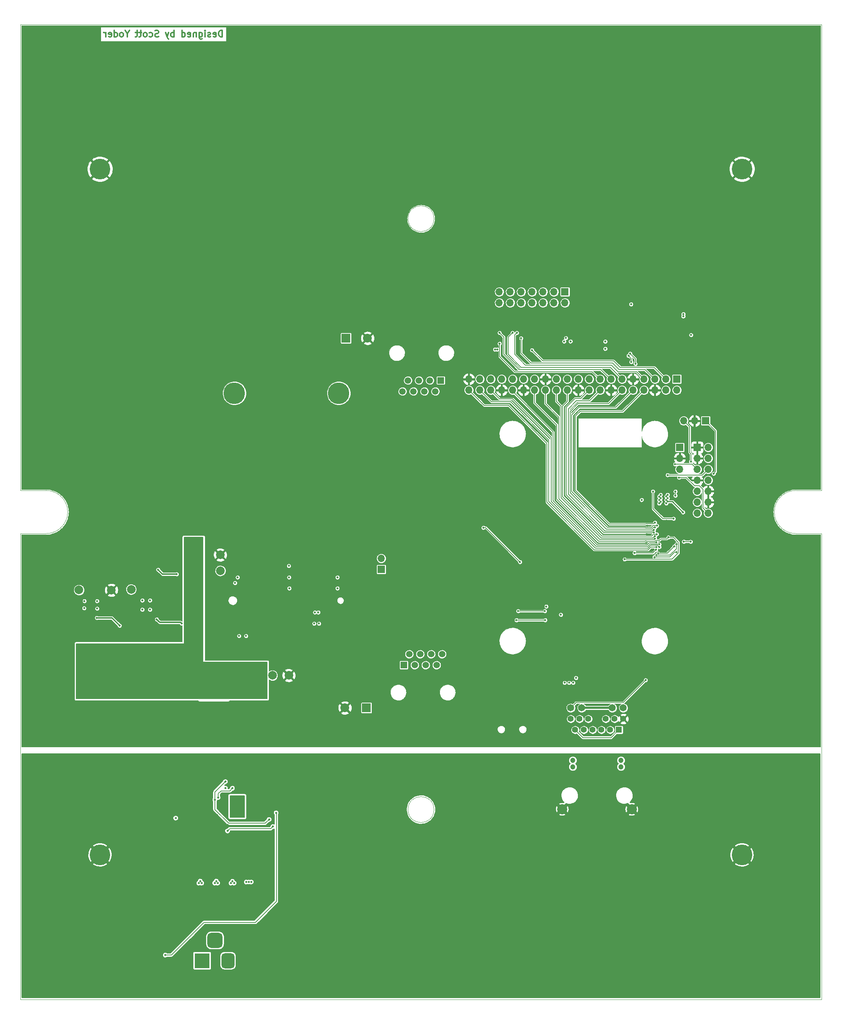
<source format=gbr>
G04 #@! TF.GenerationSoftware,KiCad,Pcbnew,5.99.0-unknown-50e22de3ba~107~ubuntu20.04.1*
G04 #@! TF.CreationDate,2021-01-25T09:24:03-06:00*
G04 #@! TF.ProjectId,AP3000,41503330-3030-42e6-9b69-6361645f7063,rev?*
G04 #@! TF.SameCoordinates,Original*
G04 #@! TF.FileFunction,Copper,L4,Bot*
G04 #@! TF.FilePolarity,Positive*
%FSLAX46Y46*%
G04 Gerber Fmt 4.6, Leading zero omitted, Abs format (unit mm)*
G04 Created by KiCad (PCBNEW 5.99.0-unknown-50e22de3ba~107~ubuntu20.04.1) date 2021-01-25 09:24:03*
%MOMM*%
%LPD*%
G01*
G04 APERTURE LIST*
G04 Aperture macros list*
%AMRoundRect*
0 Rectangle with rounded corners*
0 $1 Rounding radius*
0 $2 $3 $4 $5 $6 $7 $8 $9 X,Y pos of 4 corners*
0 Add a 4 corners polygon primitive as box body*
4,1,4,$2,$3,$4,$5,$6,$7,$8,$9,$2,$3,0*
0 Add four circle primitives for the rounded corners*
1,1,$1+$1,$2,$3*
1,1,$1+$1,$4,$5*
1,1,$1+$1,$6,$7*
1,1,$1+$1,$8,$9*
0 Add four rect primitives between the rounded corners*
20,1,$1+$1,$2,$3,$4,$5,0*
20,1,$1+$1,$4,$5,$6,$7,0*
20,1,$1+$1,$6,$7,$8,$9,0*
20,1,$1+$1,$8,$9,$2,$3,0*%
G04 Aperture macros list end*
G04 #@! TA.AperFunction,Profile*
%ADD10C,0.100000*%
G04 #@! TD*
G04 #@! TA.AperFunction,Profile*
%ADD11C,0.001000*%
G04 #@! TD*
%ADD12C,0.300000*%
G04 #@! TA.AperFunction,ComponentPad*
%ADD13R,3.500000X3.500000*%
G04 #@! TD*
G04 #@! TA.AperFunction,ComponentPad*
%ADD14RoundRect,0.750000X0.750000X1.000000X-0.750000X1.000000X-0.750000X-1.000000X0.750000X-1.000000X0*%
G04 #@! TD*
G04 #@! TA.AperFunction,ComponentPad*
%ADD15RoundRect,0.875000X0.875000X0.875000X-0.875000X0.875000X-0.875000X-0.875000X0.875000X-0.875000X0*%
G04 #@! TD*
G04 #@! TA.AperFunction,ComponentPad*
%ADD16R,1.700000X1.700000*%
G04 #@! TD*
G04 #@! TA.AperFunction,ComponentPad*
%ADD17O,1.700000X1.700000*%
G04 #@! TD*
G04 #@! TA.AperFunction,WasherPad*
%ADD18C,5.000000*%
G04 #@! TD*
G04 #@! TA.AperFunction,ComponentPad*
%ADD19R,2.032000X2.032000*%
G04 #@! TD*
G04 #@! TA.AperFunction,ComponentPad*
%ADD20C,2.032000*%
G04 #@! TD*
G04 #@! TA.AperFunction,ComponentPad*
%ADD21C,4.800000*%
G04 #@! TD*
G04 #@! TA.AperFunction,ComponentPad*
%ADD22C,2.900000*%
G04 #@! TD*
G04 #@! TA.AperFunction,ConnectorPad*
%ADD23C,5.000000*%
G04 #@! TD*
G04 #@! TA.AperFunction,ComponentPad*
%ADD24C,2.000000*%
G04 #@! TD*
G04 #@! TA.AperFunction,ComponentPad*
%ADD25R,1.500000X1.500000*%
G04 #@! TD*
G04 #@! TA.AperFunction,ComponentPad*
%ADD26C,1.500000*%
G04 #@! TD*
G04 #@! TA.AperFunction,ComponentPad*
%ADD27R,1.398000X1.398000*%
G04 #@! TD*
G04 #@! TA.AperFunction,ComponentPad*
%ADD28C,1.398000*%
G04 #@! TD*
G04 #@! TA.AperFunction,ComponentPad*
%ADD29C,1.200000*%
G04 #@! TD*
G04 #@! TA.AperFunction,ComponentPad*
%ADD30C,1.650000*%
G04 #@! TD*
G04 #@! TA.AperFunction,ComponentPad*
%ADD31C,2.362500*%
G04 #@! TD*
G04 #@! TA.AperFunction,ComponentPad*
%ADD32C,0.500000*%
G04 #@! TD*
G04 #@! TA.AperFunction,SMDPad,CuDef*
%ADD33R,2.000000X3.500000*%
G04 #@! TD*
G04 #@! TA.AperFunction,ViaPad*
%ADD34C,0.500000*%
G04 #@! TD*
G04 #@! TA.AperFunction,Conductor*
%ADD35C,0.203200*%
G04 #@! TD*
G04 #@! TA.AperFunction,Conductor*
%ADD36C,0.127000*%
G04 #@! TD*
G04 #@! TA.AperFunction,Conductor*
%ADD37C,0.304800*%
G04 #@! TD*
G04 #@! TA.AperFunction,Conductor*
%ADD38C,0.508000*%
G04 #@! TD*
G04 #@! TA.AperFunction,Conductor*
%ADD39C,0.254000*%
G04 #@! TD*
G04 #@! TA.AperFunction,Conductor*
%ADD40C,0.101600*%
G04 #@! TD*
G04 APERTURE END LIST*
D10*
X186000000Y0D02*
X186000000Y-108000000D01*
X6000000Y-118000000D02*
X0Y-118000000D01*
X180000000Y-108000000D02*
X186000000Y-108000000D01*
X186000000Y-118000000D02*
X186000000Y-226000000D01*
X0Y-226000000D02*
X0Y-118000000D01*
D11*
X96000000Y-45000000D02*
G75*
G03*
X96000000Y-45000000I-3000000J0D01*
G01*
X96000000Y-181992000D02*
G75*
G03*
X96000000Y-181992000I-3000000J0D01*
G01*
D10*
X6000000Y-108000000D02*
X0Y-108000000D01*
X0Y0D02*
X186000000Y0D01*
X180000000Y-118000000D02*
X186000000Y-118000000D01*
X0Y-108000000D02*
X0Y0D01*
X0Y-226000000D02*
X186000000Y-226000000D01*
X6000000Y-108000000D02*
G75*
G02*
X6000000Y-118000000I0J-5000000D01*
G01*
X180000000Y-118000000D02*
G75*
G02*
X180000000Y-108000000I0J5000000D01*
G01*
D12*
X46882857Y-2838571D02*
X46882857Y-1338571D01*
X46525714Y-1338571D01*
X46311428Y-1410000D01*
X46168571Y-1552857D01*
X46097142Y-1695714D01*
X46025714Y-1981428D01*
X46025714Y-2195714D01*
X46097142Y-2481428D01*
X46168571Y-2624285D01*
X46311428Y-2767142D01*
X46525714Y-2838571D01*
X46882857Y-2838571D01*
X44811428Y-2767142D02*
X44954285Y-2838571D01*
X45240000Y-2838571D01*
X45382857Y-2767142D01*
X45454285Y-2624285D01*
X45454285Y-2052857D01*
X45382857Y-1910000D01*
X45240000Y-1838571D01*
X44954285Y-1838571D01*
X44811428Y-1910000D01*
X44740000Y-2052857D01*
X44740000Y-2195714D01*
X45454285Y-2338571D01*
X44168571Y-2767142D02*
X44025714Y-2838571D01*
X43740000Y-2838571D01*
X43597142Y-2767142D01*
X43525714Y-2624285D01*
X43525714Y-2552857D01*
X43597142Y-2410000D01*
X43740000Y-2338571D01*
X43954285Y-2338571D01*
X44097142Y-2267142D01*
X44168571Y-2124285D01*
X44168571Y-2052857D01*
X44097142Y-1910000D01*
X43954285Y-1838571D01*
X43740000Y-1838571D01*
X43597142Y-1910000D01*
X42882857Y-2838571D02*
X42882857Y-1838571D01*
X42882857Y-1338571D02*
X42954285Y-1410000D01*
X42882857Y-1481428D01*
X42811428Y-1410000D01*
X42882857Y-1338571D01*
X42882857Y-1481428D01*
X41525714Y-1838571D02*
X41525714Y-3052857D01*
X41597142Y-3195714D01*
X41668571Y-3267142D01*
X41811428Y-3338571D01*
X42025714Y-3338571D01*
X42168571Y-3267142D01*
X41525714Y-2767142D02*
X41668571Y-2838571D01*
X41954285Y-2838571D01*
X42097142Y-2767142D01*
X42168571Y-2695714D01*
X42240000Y-2552857D01*
X42240000Y-2124285D01*
X42168571Y-1981428D01*
X42097142Y-1910000D01*
X41954285Y-1838571D01*
X41668571Y-1838571D01*
X41525714Y-1910000D01*
X40811428Y-1838571D02*
X40811428Y-2838571D01*
X40811428Y-1981428D02*
X40740000Y-1910000D01*
X40597142Y-1838571D01*
X40382857Y-1838571D01*
X40240000Y-1910000D01*
X40168571Y-2052857D01*
X40168571Y-2838571D01*
X38882857Y-2767142D02*
X39025714Y-2838571D01*
X39311428Y-2838571D01*
X39454285Y-2767142D01*
X39525714Y-2624285D01*
X39525714Y-2052857D01*
X39454285Y-1910000D01*
X39311428Y-1838571D01*
X39025714Y-1838571D01*
X38882857Y-1910000D01*
X38811428Y-2052857D01*
X38811428Y-2195714D01*
X39525714Y-2338571D01*
X37525714Y-2838571D02*
X37525714Y-1338571D01*
X37525714Y-2767142D02*
X37668571Y-2838571D01*
X37954285Y-2838571D01*
X38097142Y-2767142D01*
X38168571Y-2695714D01*
X38240000Y-2552857D01*
X38240000Y-2124285D01*
X38168571Y-1981428D01*
X38097142Y-1910000D01*
X37954285Y-1838571D01*
X37668571Y-1838571D01*
X37525714Y-1910000D01*
X35668571Y-2838571D02*
X35668571Y-1338571D01*
X35668571Y-1910000D02*
X35525714Y-1838571D01*
X35240000Y-1838571D01*
X35097142Y-1910000D01*
X35025714Y-1981428D01*
X34954285Y-2124285D01*
X34954285Y-2552857D01*
X35025714Y-2695714D01*
X35097142Y-2767142D01*
X35240000Y-2838571D01*
X35525714Y-2838571D01*
X35668571Y-2767142D01*
X34454285Y-1838571D02*
X34097142Y-2838571D01*
X33740000Y-1838571D02*
X34097142Y-2838571D01*
X34240000Y-3195714D01*
X34311428Y-3267142D01*
X34454285Y-3338571D01*
X32097142Y-2767142D02*
X31882857Y-2838571D01*
X31525714Y-2838571D01*
X31382857Y-2767142D01*
X31311428Y-2695714D01*
X31240000Y-2552857D01*
X31240000Y-2410000D01*
X31311428Y-2267142D01*
X31382857Y-2195714D01*
X31525714Y-2124285D01*
X31811428Y-2052857D01*
X31954285Y-1981428D01*
X32025714Y-1910000D01*
X32097142Y-1767142D01*
X32097142Y-1624285D01*
X32025714Y-1481428D01*
X31954285Y-1410000D01*
X31811428Y-1338571D01*
X31454285Y-1338571D01*
X31240000Y-1410000D01*
X29954285Y-2767142D02*
X30097142Y-2838571D01*
X30382857Y-2838571D01*
X30525714Y-2767142D01*
X30597142Y-2695714D01*
X30668571Y-2552857D01*
X30668571Y-2124285D01*
X30597142Y-1981428D01*
X30525714Y-1910000D01*
X30382857Y-1838571D01*
X30097142Y-1838571D01*
X29954285Y-1910000D01*
X29097142Y-2838571D02*
X29240000Y-2767142D01*
X29311428Y-2695714D01*
X29382857Y-2552857D01*
X29382857Y-2124285D01*
X29311428Y-1981428D01*
X29240000Y-1910000D01*
X29097142Y-1838571D01*
X28882857Y-1838571D01*
X28740000Y-1910000D01*
X28668571Y-1981428D01*
X28597142Y-2124285D01*
X28597142Y-2552857D01*
X28668571Y-2695714D01*
X28740000Y-2767142D01*
X28882857Y-2838571D01*
X29097142Y-2838571D01*
X28168571Y-1838571D02*
X27597142Y-1838571D01*
X27954285Y-1338571D02*
X27954285Y-2624285D01*
X27882857Y-2767142D01*
X27740000Y-2838571D01*
X27597142Y-2838571D01*
X27311428Y-1838571D02*
X26740000Y-1838571D01*
X27097142Y-1338571D02*
X27097142Y-2624285D01*
X27025714Y-2767142D01*
X26882857Y-2838571D01*
X26740000Y-2838571D01*
X24811428Y-2124285D02*
X24811428Y-2838571D01*
X25311428Y-1338571D02*
X24811428Y-2124285D01*
X24311428Y-1338571D01*
X23597142Y-2838571D02*
X23740000Y-2767142D01*
X23811428Y-2695714D01*
X23882857Y-2552857D01*
X23882857Y-2124285D01*
X23811428Y-1981428D01*
X23740000Y-1910000D01*
X23597142Y-1838571D01*
X23382857Y-1838571D01*
X23240000Y-1910000D01*
X23168571Y-1981428D01*
X23097142Y-2124285D01*
X23097142Y-2552857D01*
X23168571Y-2695714D01*
X23240000Y-2767142D01*
X23382857Y-2838571D01*
X23597142Y-2838571D01*
X21811428Y-2838571D02*
X21811428Y-1338571D01*
X21811428Y-2767142D02*
X21954285Y-2838571D01*
X22240000Y-2838571D01*
X22382857Y-2767142D01*
X22454285Y-2695714D01*
X22525714Y-2552857D01*
X22525714Y-2124285D01*
X22454285Y-1981428D01*
X22382857Y-1910000D01*
X22240000Y-1838571D01*
X21954285Y-1838571D01*
X21811428Y-1910000D01*
X20525714Y-2767142D02*
X20668571Y-2838571D01*
X20954285Y-2838571D01*
X21097142Y-2767142D01*
X21168571Y-2624285D01*
X21168571Y-2052857D01*
X21097142Y-1910000D01*
X20954285Y-1838571D01*
X20668571Y-1838571D01*
X20525714Y-1910000D01*
X20454285Y-2052857D01*
X20454285Y-2195714D01*
X21168571Y-2338571D01*
X19811428Y-2838571D02*
X19811428Y-1838571D01*
X19811428Y-2124285D02*
X19740000Y-1981428D01*
X19668571Y-1910000D01*
X19525714Y-1838571D01*
X19382857Y-1838571D01*
D13*
X42205999Y-217028000D03*
D14*
X48205999Y-217028000D03*
D15*
X45205999Y-212328000D03*
D16*
X159020000Y-91850000D03*
D17*
X156480000Y-91850000D03*
X153940000Y-91850000D03*
D18*
X49689996Y-85459995D03*
X73889996Y-85459995D03*
D19*
X75590000Y-72710000D03*
D20*
X80588720Y-72710000D03*
D21*
X18500000Y-192500000D03*
D22*
X170000000Y-113000000D03*
D23*
X170000000Y-113000000D03*
D16*
X126400000Y-61960000D03*
D17*
X126400000Y-64500000D03*
X123860000Y-61960000D03*
X123860000Y-64500000D03*
X121320000Y-61960000D03*
X121320000Y-64500000D03*
X118780000Y-61960000D03*
X118780000Y-64500000D03*
X116240000Y-61960000D03*
X116240000Y-64500000D03*
X113700000Y-61960000D03*
X113700000Y-64500000D03*
X111160000Y-61960000D03*
X111160000Y-64500000D03*
D22*
X174000000Y-18000000D03*
D23*
X174000000Y-18000000D03*
D24*
X25739000Y-130938000D03*
D16*
X83765000Y-126280000D03*
D17*
X83765000Y-123740000D03*
D22*
X169500000Y-221000000D03*
D23*
X169500000Y-221000000D03*
X93000000Y-221000000D03*
D22*
X93000000Y-221000000D03*
D25*
X89000000Y-148480000D03*
D26*
X90270000Y-145940000D03*
X91540000Y-148480000D03*
X92810000Y-145940000D03*
X94080000Y-148480000D03*
X95350000Y-145940000D03*
X96620000Y-148480000D03*
X97890000Y-145940000D03*
D22*
X16000000Y-113000000D03*
D23*
X16000000Y-113000000D03*
D24*
X58505000Y-150877000D03*
X21141600Y-131115800D03*
D22*
X16500000Y-221000000D03*
D23*
X16500000Y-221000000D03*
D16*
X152350000Y-82190000D03*
D17*
X152350000Y-84730000D03*
X149810000Y-82190000D03*
X149810000Y-84730000D03*
X147270000Y-82190000D03*
X147270000Y-84730000D03*
X144730000Y-82190000D03*
X144730000Y-84730000D03*
X142190000Y-82190000D03*
X142190000Y-84730000D03*
X139650000Y-82190000D03*
X139650000Y-84730000D03*
X137110000Y-82190000D03*
X137110000Y-84730000D03*
X134570000Y-82190000D03*
X134570000Y-84730000D03*
X132030000Y-82190000D03*
X132030000Y-84730000D03*
X129490000Y-82190000D03*
X129490000Y-84730000D03*
X126950000Y-82190000D03*
X126950000Y-84730000D03*
X124410000Y-82190000D03*
X124410000Y-84730000D03*
X121870000Y-82190000D03*
X121870000Y-84730000D03*
X119330000Y-82190000D03*
X119330000Y-84730000D03*
X116790000Y-82190000D03*
X116790000Y-84730000D03*
X114250000Y-82190000D03*
X114250000Y-84730000D03*
X111710000Y-82190000D03*
X111710000Y-84730000D03*
X109170000Y-82190000D03*
X109170000Y-84730000D03*
X106630000Y-82190000D03*
X106630000Y-84730000D03*
X104090000Y-82190000D03*
X104090000Y-84730000D03*
D24*
X46424000Y-122937000D03*
D21*
X18500000Y-33500000D03*
D22*
X93000000Y-5000000D03*
D23*
X93000000Y-5000000D03*
D22*
X174000000Y-208000000D03*
D23*
X174000000Y-208000000D03*
D27*
X138930000Y-163500000D03*
D28*
X136898000Y-163500000D03*
X134866000Y-163500000D03*
X132834000Y-163500000D03*
X130802000Y-163500000D03*
X128770000Y-163500000D03*
X139946000Y-160960000D03*
X137914000Y-160960000D03*
X135882000Y-160960000D03*
X131818000Y-160960000D03*
X129786000Y-160960000D03*
X127754000Y-160960000D03*
D29*
X139438000Y-170610000D03*
X128262000Y-170610000D03*
X139438000Y-172100000D03*
X128262000Y-172100000D03*
D30*
X139946000Y-158420000D03*
X137406000Y-158420000D03*
X130294000Y-158420000D03*
X127754000Y-158420000D03*
D31*
X141915000Y-181915000D03*
X125785000Y-181915000D03*
D16*
X153040000Y-98010000D03*
D17*
X153040000Y-100550000D03*
X153040000Y-103090000D03*
D19*
X80340000Y-158410000D03*
D20*
X75341280Y-158410000D03*
D22*
X169500000Y-5000000D03*
D23*
X169500000Y-5000000D03*
D16*
X157090000Y-98010000D03*
D17*
X159630000Y-98010000D03*
X157090000Y-100550000D03*
X159630000Y-100550000D03*
X157090000Y-103090000D03*
X159630000Y-103090000D03*
X157090000Y-105630000D03*
X159630000Y-105630000D03*
X157090000Y-108170000D03*
X159630000Y-108170000D03*
X157090000Y-110710000D03*
X159630000Y-110710000D03*
X157090000Y-113250000D03*
X159630000Y-113250000D03*
D23*
X12000000Y-18000000D03*
D22*
X12000000Y-18000000D03*
D25*
X97565000Y-82480000D03*
D26*
X96295000Y-85020000D03*
X95025000Y-82480000D03*
X93755000Y-85020000D03*
X92485000Y-82480000D03*
X91215000Y-85020000D03*
X89945000Y-82480000D03*
X88675000Y-85020000D03*
D24*
X46440000Y-126620000D03*
X13623200Y-131065000D03*
D21*
X167500000Y-192500000D03*
D32*
X51726988Y-179279991D03*
X49026988Y-181879991D03*
X50376988Y-180579991D03*
X51726988Y-181879991D03*
X50376988Y-179279991D03*
X50376988Y-183179991D03*
D33*
X50376988Y-181229991D03*
D32*
X51726988Y-183179991D03*
X49026988Y-180579991D03*
X51726988Y-180579991D03*
X50376988Y-181879991D03*
X49026988Y-179279991D03*
X49026988Y-183179991D03*
D21*
X167500000Y-33500000D03*
D24*
X62315000Y-150877000D03*
D22*
X12000000Y-208000000D03*
D23*
X12000000Y-208000000D03*
X16500000Y-5000000D03*
D22*
X16500000Y-5000000D03*
D34*
X62315000Y-125477000D03*
X150260000Y-124580000D03*
X107781000Y-157887400D03*
X153280000Y-122300000D03*
X107760000Y-128350000D03*
X164848851Y-167180800D03*
X154640000Y-106550000D03*
X65871000Y-126874000D03*
X135517800Y-156414200D03*
X84127103Y-167173800D03*
X141930000Y-88750000D03*
X9000400Y-134570200D03*
X157793600Y-115825000D03*
X145480000Y-107000000D03*
X29447400Y-157608000D03*
X130361600Y-156592000D03*
X35086188Y-137135591D03*
X153790000Y-108610000D03*
X150010000Y-115060000D03*
X138630000Y-124190000D03*
X27136000Y-157557200D03*
X67190000Y-138970000D03*
X155500000Y-131760000D03*
X145230000Y-120180000D03*
X145460000Y-116190000D03*
X171482745Y-167180800D03*
X150000000Y-114010000D03*
X111489400Y-122606800D03*
X125610000Y-154910000D03*
X124530000Y-91720000D03*
X134310000Y-76760000D03*
X111540200Y-167183800D03*
X132241200Y-154433000D03*
X67141000Y-136221200D03*
X49361000Y-145644600D03*
X151680000Y-115260000D03*
X55533200Y-146838400D03*
X120970000Y-150180000D03*
X48345000Y-139142200D03*
X89899400Y-120397000D03*
X91020000Y-80300000D03*
X127034200Y-156414200D03*
X115230000Y-132120000D03*
X132241200Y-147219400D03*
X620000Y-154080000D03*
X69046000Y-126874000D03*
X117680000Y-67100000D03*
X123980000Y-93550000D03*
X28228200Y-158776400D03*
X151581063Y-167180800D03*
X85530600Y-120625600D03*
X61197400Y-136322800D03*
X133917600Y-147219400D03*
X132215800Y-156414200D03*
X111489400Y-123800600D03*
X105388200Y-167183800D03*
X53200000Y-136050000D03*
X12023000Y-147448000D03*
X12023000Y-149861000D03*
X71823103Y-167173800D03*
X148141600Y-114859800D03*
X135543200Y-147219400D03*
X145423800Y-124994400D03*
X620000Y-135624000D03*
X128863000Y-159741600D03*
X46780901Y-167104600D03*
X37570200Y-167173800D03*
X20786000Y-134494000D03*
X658200Y-167173800D03*
X128532800Y-71916000D03*
X145170000Y-123410000D03*
X149978471Y-119838210D03*
X178116639Y-167180800D03*
X82000000Y-120625600D03*
X71611400Y-139701000D03*
X31276200Y-131166600D03*
X620000Y-147928000D03*
X131850000Y-77350000D03*
X49589600Y-126899400D03*
X146920000Y-121740000D03*
X130000000Y-153402500D03*
X129929800Y-148210000D03*
X120590000Y-156660000D03*
X145990000Y-126630000D03*
X151050000Y-105690000D03*
X137041800Y-147219400D03*
X52932901Y-167104600D03*
X134340000Y-75860000D03*
X72729000Y-126899400D03*
X6810200Y-167173800D03*
X130000000Y-145040000D03*
X133333400Y-74245200D03*
X147176400Y-124486400D03*
X116190000Y-67700000D03*
X620000Y-141776000D03*
X96260000Y-88930000D03*
X116110000Y-123860000D03*
X142223400Y-69952600D03*
X72805200Y-131928600D03*
X143315600Y-110313200D03*
X58911400Y-126899400D03*
X149081400Y-126600000D03*
X133816000Y-162637200D03*
X151270000Y-103510000D03*
X129752000Y-162383200D03*
X31936600Y-157582600D03*
X22259200Y-134519400D03*
X137130000Y-77320000D03*
X157107800Y-74981800D03*
X61190000Y-138888200D03*
X620000Y-129472000D03*
X620000Y-123320000D03*
X148530000Y-125000000D03*
X70290600Y-136170400D03*
X77975103Y-167173800D03*
X121050000Y-152150000D03*
X184750536Y-167180800D03*
X30819000Y-158751000D03*
X66607600Y-132385800D03*
X133892200Y-156617400D03*
X110600000Y-156950000D03*
X144947169Y-167180800D03*
X150072000Y-112878600D03*
X149970000Y-117760000D03*
X135517800Y-154433000D03*
X130000000Y-150615000D03*
X135721000Y-157684200D03*
X153120000Y-119570000D03*
X158214957Y-167180800D03*
X117692200Y-167183800D03*
X93080000Y-88940000D03*
X150060000Y-121650000D03*
X151660000Y-113570000D03*
X124980000Y-66710000D03*
X137549800Y-156541200D03*
X121060000Y-154100000D03*
X123480000Y-75872400D03*
X148465965Y-122079107D03*
X120880000Y-128680000D03*
X31418200Y-167173800D03*
X65671103Y-167173800D03*
X111413200Y-125096000D03*
X620000Y-160232000D03*
X77682000Y-120422400D03*
X25266200Y-167173800D03*
X56260000Y-137640000D03*
X44255600Y-146482800D03*
X145450000Y-118180000D03*
X63966000Y-136297400D03*
X63991400Y-138964400D03*
X59165400Y-178156600D03*
X117692200Y-169266600D03*
X43392000Y-184278000D03*
X158192422Y-169292000D03*
X84122233Y-169285000D03*
X25866000Y-185649600D03*
X171469044Y-169292000D03*
X35010000Y-175286400D03*
X65639734Y-169285000D03*
X565000Y-194251664D03*
X52866200Y-169215800D03*
X64664444Y-225460000D03*
X565000Y-219218328D03*
X151554111Y-169292000D03*
X25612000Y-182144400D03*
X46705367Y-169215800D03*
X48091000Y-185548000D03*
X45551000Y-173914800D03*
X53164394Y-225460000D03*
X45119200Y-170892200D03*
X565000Y-181768332D03*
X24414269Y-225460000D03*
X77961400Y-169285000D03*
X71800567Y-169285000D03*
X111540200Y-169266600D03*
X52536000Y-178054991D03*
X37529998Y-169285000D03*
X25688200Y-178639200D03*
X76164494Y-225460000D03*
X31369165Y-169285000D03*
X43087200Y-173914800D03*
X565000Y-169285000D03*
X565000Y-212976662D03*
X105388200Y-169266600D03*
X184745666Y-169292000D03*
X35914319Y-225460000D03*
X136103326Y-169285000D03*
X46821000Y-178436000D03*
X30164294Y-225460000D03*
X23859400Y-207925400D03*
X164830733Y-169292000D03*
X46567000Y-187961000D03*
X565000Y-175526666D03*
X25208332Y-169285000D03*
X58657400Y-180595000D03*
X565000Y-188009998D03*
X70414469Y-225460000D03*
X38312000Y-186437000D03*
X565000Y-225460000D03*
X144915800Y-169292000D03*
X12914219Y-225460000D03*
X48091000Y-178436000D03*
X58914419Y-225460000D03*
X565000Y-206734996D03*
X54542600Y-172060600D03*
X19871600Y-207925400D03*
X18664244Y-225460000D03*
X18500000Y-210008200D03*
X36584800Y-175286400D03*
X38312000Y-187961000D03*
X19871600Y-211760800D03*
X50326200Y-174651400D03*
X23834000Y-211760800D03*
X6725833Y-169285000D03*
X129942493Y-169285000D03*
X45678000Y-183262000D03*
X565000Y-200493330D03*
X43087200Y-171197000D03*
X178107355Y-169292000D03*
X47414369Y-225460000D03*
X41664344Y-225460000D03*
X7164194Y-225460000D03*
X33663788Y-215723191D03*
X59394000Y-182754000D03*
X45474800Y-198578200D03*
X45144600Y-199035400D03*
X45805000Y-199035400D03*
X53031300Y-198781257D03*
X52459800Y-198781400D03*
X53602800Y-198781400D03*
X29021100Y-144711000D03*
X56498400Y-148464000D03*
X30164100Y-144711000D03*
X56498400Y-155576000D03*
X46236800Y-148413200D03*
X42147400Y-154890200D03*
X49792800Y-148413200D03*
X51570800Y-148413200D03*
X46059000Y-153671000D03*
X43925400Y-154890200D03*
X31307100Y-144711000D03*
X46059000Y-151639000D03*
X14817000Y-144654000D03*
X42960200Y-152655000D03*
X40674200Y-120854200D03*
X32190600Y-144711000D03*
X38235800Y-120854200D03*
X39302600Y-120854200D03*
X15985400Y-145797000D03*
X18068200Y-144654000D03*
X17103000Y-144654000D03*
X44027000Y-151639000D03*
X30285600Y-145898600D03*
X41995000Y-151639000D03*
X48014800Y-148413200D03*
X15960000Y-144654000D03*
X45170000Y-152655000D03*
X53348800Y-148413200D03*
X39124800Y-119762000D03*
X41995000Y-153671000D03*
X44027000Y-153671000D03*
X45932000Y-179198000D03*
X49234000Y-177039000D03*
X36076800Y-183973200D03*
X47583000Y-177039000D03*
X45170000Y-179706000D03*
X57743000Y-184278000D03*
X47583000Y-175515000D03*
X41766400Y-198578200D03*
X42096600Y-199035400D03*
X41436200Y-199035400D03*
X48903800Y-199035400D03*
X49259400Y-198603600D03*
X49615000Y-199035400D03*
X152890000Y-105010000D03*
X31962000Y-126366000D03*
X36279999Y-127399203D03*
X118740000Y-75460000D03*
X116240000Y-72710000D03*
X115240000Y-71460000D03*
X147270000Y-115440000D03*
X147741933Y-116158728D03*
X114240000Y-71460000D03*
X147302772Y-116569900D03*
X111240000Y-71460000D03*
X111240000Y-73960000D03*
X147040000Y-117118397D03*
X147040000Y-117720000D03*
X147690000Y-118140000D03*
X147263204Y-118578995D03*
X147290000Y-119180000D03*
X147650000Y-120010000D03*
X148290000Y-120490000D03*
X148300000Y-121100000D03*
X147650000Y-121130000D03*
X140260000Y-123960000D03*
X115140000Y-138060000D03*
X121827200Y-138050000D03*
X150410000Y-118870000D03*
X121725600Y-135967200D03*
X115540000Y-135960000D03*
X142560000Y-122510000D03*
X147560000Y-121730000D03*
X141530000Y-76270000D03*
X142756800Y-78639400D03*
X141791600Y-78207600D03*
X141140000Y-76780000D03*
X58632000Y-185929000D03*
X48091000Y-186945000D03*
X145130000Y-151970000D03*
X160917800Y-104090200D03*
X135746400Y-73457800D03*
X110150000Y-75300000D03*
X69165000Y-136260000D03*
X50758000Y-141733000D03*
X135746400Y-75134200D03*
X31657200Y-137872200D03*
X30082400Y-133478000D03*
X28304400Y-135611600D03*
X68365000Y-136260000D03*
X62415000Y-130684000D03*
X144204600Y-110186200D03*
X68207800Y-138862800D03*
X122081200Y-134900400D03*
X153865000Y-67085000D03*
X153865000Y-67610000D03*
X73592600Y-128144000D03*
X110680000Y-75300000D03*
X155665000Y-71960000D03*
X30082400Y-135611600D03*
X28304400Y-133478000D03*
X73590000Y-130684000D03*
X49818200Y-129439400D03*
X37423000Y-138812000D03*
X69325400Y-138862800D03*
X125459400Y-136805400D03*
X50427800Y-128144000D03*
X141740800Y-64821800D03*
X62365800Y-128144000D03*
X52390000Y-141733000D03*
X153965000Y-119860000D03*
X155565000Y-119885000D03*
X152290000Y-120490000D03*
X147570000Y-123030000D03*
X152250000Y-122300000D03*
X147150000Y-123470000D03*
X151970000Y-101920000D03*
X150224400Y-104420400D03*
X146820000Y-108220000D03*
X151615000Y-114535000D03*
X152045984Y-108234992D03*
X152040000Y-109185000D03*
X151790000Y-120940000D03*
X148000000Y-122604490D03*
X128315000Y-152580000D03*
X126340000Y-152580000D03*
X127365000Y-152580000D03*
X148590000Y-109010000D03*
X149910000Y-109390000D03*
X14893200Y-133630400D03*
X17814200Y-133630400D03*
X150200000Y-110580000D03*
X149910000Y-111000000D03*
X148590000Y-110610000D03*
X17814200Y-135383000D03*
X150220000Y-108990000D03*
X14817000Y-135281400D03*
X148280000Y-109410000D03*
X148590000Y-109810000D03*
X126196000Y-73440000D03*
X150230000Y-109790000D03*
X148280000Y-110210000D03*
X126627800Y-72652600D03*
X17738000Y-137516600D03*
X127694600Y-73440000D03*
X148280000Y-111010000D03*
X153815000Y-113060000D03*
X128965000Y-151455000D03*
X149900000Y-110170000D03*
X23046600Y-139337200D03*
X155640000Y-101310000D03*
X115980000Y-124580000D03*
X107470000Y-116620000D03*
D35*
X137139150Y-165290850D02*
X138930000Y-163500000D01*
X130560850Y-165290850D02*
X137139150Y-165290850D01*
X128770000Y-163500000D02*
X130560850Y-165290850D01*
X42630000Y-208154000D02*
X54568000Y-208154000D01*
X59466201Y-190555799D02*
X59466201Y-182826201D01*
X35060809Y-215723191D02*
X42630000Y-208154000D01*
X34298809Y-215723191D02*
X35060809Y-215723191D01*
X33663788Y-215723191D02*
X34298809Y-215723191D01*
X54568000Y-208154000D02*
X59466201Y-203255799D01*
X59466201Y-182826201D02*
X59394000Y-182754000D01*
X59466201Y-203255799D02*
X59466201Y-190555799D01*
X45932000Y-179198000D02*
X45932000Y-178309000D01*
X45932000Y-178309000D02*
X46567000Y-177674000D01*
X48599000Y-177674000D02*
X49234000Y-177039000D01*
X46567000Y-177674000D02*
X48599000Y-177674000D01*
X57743000Y-184278000D02*
X56854000Y-185167000D01*
X48345000Y-185167000D02*
X45170000Y-181992000D01*
X45170000Y-179706000D02*
X45170000Y-177928000D01*
X56854000Y-185167000D02*
X48345000Y-185167000D01*
X45170000Y-177928000D02*
X47583000Y-175515000D01*
X45170000Y-181992000D02*
X45170000Y-179706000D01*
D36*
X158430000Y-107750000D02*
X157615000Y-106935000D01*
X158430000Y-112050000D02*
X159630000Y-113250000D01*
X158430000Y-112050000D02*
X158430000Y-107750000D01*
X156465000Y-106935000D02*
X154540000Y-105010000D01*
X154540000Y-105010000D02*
X152865000Y-105010000D01*
X157615000Y-106935000D02*
X156465000Y-106935000D01*
D37*
X32995203Y-127399203D02*
X36279999Y-127399203D01*
X31962000Y-126366000D02*
X32995203Y-127399203D01*
D36*
X121240000Y-77960000D02*
X118740000Y-75460000D01*
X147080000Y-79460000D02*
X140240000Y-79460000D01*
X127990000Y-77960000D02*
X121240000Y-77960000D01*
X140240000Y-79460000D02*
X139240000Y-79460000D01*
X139240000Y-79460000D02*
X137740000Y-77960000D01*
X137740000Y-77960000D02*
X127990000Y-77960000D01*
X149810000Y-82190000D02*
X147080000Y-79460000D01*
X137490000Y-78460000D02*
X138990000Y-79960000D01*
X118490000Y-78460000D02*
X137490000Y-78460000D01*
X116240000Y-72710000D02*
X116240000Y-76210000D01*
X144990000Y-79960000D02*
X147220000Y-82190000D01*
X138990000Y-79960000D02*
X144990000Y-79960000D01*
X147220000Y-82190000D02*
X147270000Y-82190000D01*
X116240000Y-76210000D02*
X118490000Y-78460000D01*
X115990000Y-77710000D02*
X114740000Y-76460000D01*
X114740000Y-71960000D02*
X115240000Y-71460000D01*
X117240000Y-78960000D02*
X115990000Y-77710000D01*
X143000000Y-80460000D02*
X140240000Y-80460000D01*
X144730000Y-82190000D02*
X143000000Y-80460000D01*
X137240000Y-78960000D02*
X126990000Y-78960000D01*
X138740000Y-80460000D02*
X137240000Y-78960000D01*
X126990000Y-78960000D02*
X117240000Y-78960000D01*
X114740000Y-76460000D02*
X114740000Y-71960000D01*
X140240000Y-80460000D02*
X138740000Y-80460000D01*
X129970000Y-89630000D02*
X139830000Y-89630000D01*
X136650000Y-115780000D02*
X128840000Y-107970000D01*
X128840000Y-90760000D02*
X129970000Y-89630000D01*
X145080000Y-115780000D02*
X136650000Y-115780000D01*
X147270000Y-115440000D02*
X146970000Y-115740000D01*
X139830000Y-89630000D02*
X144730000Y-84730000D01*
X128840000Y-107970000D02*
X128840000Y-90760000D01*
X146970000Y-115740000D02*
X145120000Y-115740000D01*
X145120000Y-115740000D02*
X145080000Y-115780000D01*
X127950000Y-108250000D02*
X127950000Y-90460000D01*
X138180000Y-88740000D02*
X142190000Y-84730000D01*
X145130501Y-116630501D02*
X145080000Y-116580000D01*
X146865201Y-116154799D02*
X146389499Y-116630501D01*
X147738004Y-116154799D02*
X146865201Y-116154799D01*
X136280000Y-116580000D02*
X127950000Y-108250000D01*
X127950000Y-90460000D02*
X129670000Y-88740000D01*
X129670000Y-88740000D02*
X138180000Y-88740000D01*
X146389499Y-116630501D02*
X145130501Y-116630501D01*
X145080000Y-116580000D02*
X136280000Y-116580000D01*
X147741933Y-116158728D02*
X147738004Y-116154799D01*
X116240000Y-79460000D02*
X113240000Y-76460000D01*
X139650000Y-82190000D02*
X136920000Y-79460000D01*
X113240000Y-72460000D02*
X114240000Y-71460000D01*
X113240000Y-76460000D02*
X113240000Y-72460000D01*
X136920000Y-79460000D02*
X116240000Y-79460000D01*
X127590000Y-108530000D02*
X127590000Y-89690000D01*
X127590000Y-89690000D02*
X129420000Y-87860000D01*
X136520000Y-87860000D02*
X139650000Y-84730000D01*
X146570000Y-116970000D02*
X136030000Y-116970000D01*
X129420000Y-87860000D02*
X136520000Y-87860000D01*
X136030000Y-116970000D02*
X127590000Y-108530000D01*
X147302772Y-116569900D02*
X146970100Y-116569900D01*
X146970100Y-116569900D02*
X146570000Y-116970000D01*
X112240000Y-76460000D02*
X112240000Y-72460000D01*
X113240000Y-77460000D02*
X112240000Y-76460000D01*
X137110000Y-82190000D02*
X136970000Y-82190000D01*
X112240000Y-72460000D02*
X111240000Y-71460000D01*
X134740000Y-79960000D02*
X122740000Y-79960000D01*
X122740000Y-79960000D02*
X115740000Y-79960000D01*
X115740000Y-79960000D02*
X113240000Y-77460000D01*
X136970000Y-82190000D02*
X134740000Y-79960000D01*
X111240000Y-73960000D02*
X111240000Y-76960000D01*
X111240000Y-76960000D02*
X114740000Y-80460000D01*
X134470000Y-82190000D02*
X134570000Y-82190000D01*
X132740000Y-80460000D02*
X134470000Y-82190000D01*
X114740000Y-80460000D02*
X132740000Y-80460000D01*
X147040000Y-117118397D02*
X146788397Y-117370000D01*
X127190000Y-108870000D02*
X127190000Y-89110000D01*
X127190000Y-89110000D02*
X129110000Y-87190000D01*
X132110000Y-87190000D02*
X134570000Y-84730000D01*
X135690000Y-117370000D02*
X127190000Y-108870000D01*
X146788397Y-117370000D02*
X135690000Y-117370000D01*
X129110000Y-87190000D02*
X132110000Y-87190000D01*
X144940000Y-117780000D02*
X135450000Y-117780000D01*
X126720000Y-88670000D02*
X128720000Y-86670000D01*
X126720000Y-109050000D02*
X126720000Y-88670000D01*
X130090000Y-86670000D02*
X132030000Y-84730000D01*
X145000000Y-117720000D02*
X144940000Y-117780000D01*
X135450000Y-117780000D02*
X126720000Y-109050000D01*
X128720000Y-86670000D02*
X130090000Y-86670000D01*
X147040000Y-117720000D02*
X145000000Y-117720000D01*
X147690000Y-118140000D02*
X146960000Y-118140000D01*
X146479499Y-118620501D02*
X145150501Y-118620501D01*
X125860000Y-109410000D02*
X125860000Y-89899942D01*
X125860000Y-88470000D02*
X126950000Y-87380000D01*
X135030000Y-118580000D02*
X125860000Y-109410000D01*
X145150501Y-118620501D02*
X145110000Y-118580000D01*
X125860000Y-89899942D02*
X125860000Y-88470000D01*
X126950000Y-87380000D02*
X126950000Y-84730000D01*
X146960000Y-118140000D02*
X146479499Y-118620501D01*
X145110000Y-118580000D02*
X135030000Y-118580000D01*
X124410000Y-87340000D02*
X124410000Y-84730000D01*
X125480000Y-88410000D02*
X124410000Y-87340000D01*
X134810000Y-118990000D02*
X126920000Y-111100000D01*
X146852199Y-118990000D02*
X134810000Y-118990000D01*
X126920000Y-111100000D02*
X125480000Y-109660000D01*
X125480000Y-109660000D02*
X125480000Y-88410000D01*
X147263204Y-118578995D02*
X146852199Y-118990000D01*
X147290000Y-119180000D02*
X147110000Y-119360000D01*
X134470000Y-119360000D02*
X125040000Y-109930000D01*
X121870000Y-87890000D02*
X121870000Y-84730000D01*
X125040000Y-109930000D02*
X125040000Y-91060000D01*
X147110000Y-119360000D02*
X134470000Y-119360000D01*
X125040000Y-91060000D02*
X121870000Y-87890000D01*
X147410000Y-120140000D02*
X146000000Y-120140000D01*
X147540000Y-120010000D02*
X147410000Y-120140000D01*
X123650000Y-110400000D02*
X123650000Y-94410000D01*
X146000000Y-120140000D02*
X145519499Y-120620501D01*
X133870501Y-120620501D02*
X123650000Y-110400000D01*
X147650000Y-120010000D02*
X147540000Y-120010000D01*
X145519499Y-120620501D02*
X133870501Y-120620501D01*
X123650000Y-94410000D02*
X114250000Y-85010000D01*
X114250000Y-85010000D02*
X114250000Y-84730000D01*
X111220000Y-86780000D02*
X109170000Y-84730000D01*
X148290000Y-120490000D02*
X148250000Y-120450000D01*
X114270000Y-86780000D02*
X111220000Y-86780000D01*
X148240000Y-120440000D02*
X146200000Y-120440000D01*
X133660000Y-120980000D02*
X123210000Y-110530000D01*
X123210000Y-110530000D02*
X123210000Y-95720000D01*
X148290000Y-120490000D02*
X148240000Y-120440000D01*
X146200000Y-120440000D02*
X145660000Y-120980000D01*
X123210000Y-95720000D02*
X114270000Y-86780000D01*
X145660000Y-120980000D02*
X133660000Y-120980000D01*
X108670000Y-86770000D02*
X106630000Y-84730000D01*
X145650000Y-121380000D02*
X133470000Y-121380000D01*
X146330000Y-120700000D02*
X145650000Y-121380000D01*
X113800000Y-87430000D02*
X109330000Y-87430000D01*
X109330000Y-87430000D02*
X108670000Y-86770000D01*
X147900000Y-120700000D02*
X146330000Y-120700000D01*
X133470000Y-121380000D02*
X122660000Y-110570000D01*
X122660000Y-96290000D02*
X113800000Y-87430000D01*
X148300000Y-121100000D02*
X147900000Y-120700000D01*
X122660000Y-110570000D02*
X122660000Y-96290000D01*
X133220000Y-121770000D02*
X122190000Y-110740000D01*
X106780000Y-87420000D02*
X104090000Y-84730000D01*
X113350000Y-88270000D02*
X107630000Y-88270000D01*
X107630000Y-88270000D02*
X106780000Y-87420000D01*
X145670000Y-121770000D02*
X133220000Y-121770000D01*
X122190000Y-110740000D02*
X122190000Y-97110000D01*
X146310000Y-121130000D02*
X145670000Y-121770000D01*
X147650000Y-121130000D02*
X146310000Y-121130000D01*
X122190000Y-97110000D02*
X113350000Y-88270000D01*
X121827200Y-138050000D02*
X121817200Y-138060000D01*
X151600000Y-118870000D02*
X152720000Y-119990000D01*
X124520000Y-110060000D02*
X124520000Y-92880000D01*
X145340000Y-119750000D02*
X145320000Y-119730000D01*
X119330000Y-87690000D02*
X119330000Y-84730000D01*
X145020000Y-119730000D02*
X144960000Y-119790000D01*
X147280000Y-119750000D02*
X145340000Y-119750000D01*
X150050000Y-119230000D02*
X148660000Y-119230000D01*
X145320000Y-119730000D02*
X145020000Y-119730000D01*
X124520000Y-92880000D02*
X119330000Y-87690000D01*
X151260000Y-123960000D02*
X140270000Y-123960000D01*
X152720000Y-122500000D02*
X151260000Y-123960000D01*
X147451942Y-119578058D02*
X147280000Y-119750000D01*
X148311942Y-119578058D02*
X147451942Y-119578058D01*
X134250000Y-119790000D02*
X124520000Y-110060000D01*
X150410000Y-118870000D02*
X150050000Y-119230000D01*
X152720000Y-119990000D02*
X152720000Y-122500000D01*
X144960000Y-119790000D02*
X134250000Y-119790000D01*
X121817200Y-138060000D02*
X115140000Y-138060000D01*
X150410000Y-118870000D02*
X151600000Y-118870000D01*
X148660000Y-119230000D02*
X148311942Y-119578058D01*
X121725600Y-135967200D02*
X115547200Y-135967200D01*
X115547200Y-135967200D02*
X115540000Y-135960000D01*
X146780000Y-122510000D02*
X147560000Y-121730000D01*
X142560000Y-122510000D02*
X146780000Y-122510000D01*
X142756800Y-77496800D02*
X142756800Y-78639400D01*
X141460000Y-76270000D02*
X141530000Y-76270000D01*
X141530000Y-76270000D02*
X141520000Y-76260000D01*
X141530000Y-76270000D02*
X142756800Y-77496800D01*
X141140000Y-76780000D02*
X141791600Y-77431600D01*
X141791600Y-77431600D02*
X141791600Y-78207600D01*
D35*
X48599000Y-186437000D02*
X58124000Y-186437000D01*
X48091000Y-186945000D02*
X48599000Y-186437000D01*
X58124000Y-186437000D02*
X58632000Y-185929000D01*
D36*
X145130000Y-151970000D02*
X139960000Y-157140000D01*
X129034000Y-157140000D02*
X127754000Y-158420000D01*
X139960000Y-157140000D02*
X129034000Y-157140000D01*
X161370000Y-94200000D02*
X159020000Y-91850000D01*
X161370000Y-103638000D02*
X161370000Y-94200000D01*
X160917800Y-104090200D02*
X161370000Y-103638000D01*
D37*
X37169000Y-138558000D02*
X37423000Y-138812000D01*
X32343000Y-138558000D02*
X37169000Y-138558000D01*
D38*
X137406000Y-158420000D02*
X130294000Y-158420000D01*
D37*
X31657200Y-137872200D02*
X32343000Y-138558000D01*
D36*
X153965000Y-119860000D02*
X155540000Y-119860000D01*
X155540000Y-119860000D02*
X155565000Y-119885000D01*
X152020501Y-121779499D02*
X152290000Y-121510000D01*
X150780000Y-123020000D02*
X147580000Y-123020000D01*
X147580000Y-123020000D02*
X147570000Y-123030000D01*
X152290000Y-121510000D02*
X152290000Y-120490000D01*
X151110000Y-122690000D02*
X152020501Y-121779499D01*
X151110000Y-122690000D02*
X150780000Y-123020000D01*
X147174499Y-123445501D02*
X147150000Y-123470000D01*
X151859224Y-122300000D02*
X150713723Y-123445501D01*
X150713723Y-123445501D02*
X147174499Y-123445501D01*
X152250000Y-122300000D02*
X151859224Y-122300000D01*
X155920000Y-101920000D02*
X157090000Y-103090000D01*
X151970000Y-101920000D02*
X155920000Y-101920000D01*
X158267629Y-104452371D02*
X159630000Y-103090000D01*
X150256371Y-104452371D02*
X158267629Y-104452371D01*
X150224400Y-104420400D02*
X150256371Y-104452371D01*
X149140000Y-114535000D02*
X151615000Y-114535000D01*
X146820000Y-112215000D02*
X149140000Y-114535000D01*
X146820000Y-108220000D02*
X146820000Y-112215000D01*
X148785510Y-122604490D02*
X150125510Y-122604490D01*
X148945510Y-122604490D02*
X148785510Y-122604490D01*
X148785510Y-122604490D02*
X148000000Y-122604490D01*
X152040000Y-109185000D02*
X152045984Y-109179016D01*
X152045984Y-109179016D02*
X152045984Y-108234992D01*
X150125510Y-122604490D02*
X151790000Y-120940000D01*
D37*
X21251400Y-137542000D02*
X23046600Y-139337200D01*
X17763400Y-137542000D02*
X21251400Y-137542000D01*
X17738000Y-137516600D02*
X17763400Y-137542000D01*
D39*
X153815000Y-113060000D02*
X151322200Y-110567200D01*
X151322200Y-110567200D02*
X150212800Y-110567200D01*
D36*
X155315000Y-93225000D02*
X153940000Y-91850000D01*
X155640000Y-101310000D02*
X155640000Y-99510000D01*
X155315000Y-99185000D02*
X155315000Y-93225000D01*
X155640000Y-99510000D02*
X155315000Y-99185000D01*
X115980000Y-124570000D02*
X115980000Y-124580000D01*
X107470000Y-116620000D02*
X108030000Y-116620000D01*
X108030000Y-116620000D02*
X115980000Y-124570000D01*
D40*
X185747000Y-107747000D02*
X180049140Y-107747000D01*
X180030372Y-107742907D01*
X180019198Y-107741766D01*
X179789407Y-107744363D01*
X179785690Y-107743854D01*
X179774462Y-107743594D01*
X179762533Y-107744668D01*
X179750732Y-107744801D01*
X179739673Y-107746173D01*
X179736000Y-107747054D01*
X179320416Y-107784459D01*
X179315402Y-107784225D01*
X179304192Y-107784971D01*
X179293825Y-107786852D01*
X179283540Y-107787778D01*
X179272621Y-107790012D01*
X179267817Y-107791572D01*
X178855644Y-107866371D01*
X178850618Y-107866588D01*
X178839521Y-107868336D01*
X178829363Y-107871139D01*
X178819204Y-107872983D01*
X178808530Y-107876188D01*
X178803891Y-107878170D01*
X178400068Y-107989618D01*
X178395086Y-107990285D01*
X178384192Y-107993021D01*
X178374334Y-107996721D01*
X178364376Y-107999469D01*
X178354028Y-108003619D01*
X178349587Y-108006008D01*
X177957386Y-108153203D01*
X177952479Y-108154315D01*
X177941875Y-108158016D01*
X177932381Y-108162588D01*
X177922717Y-108166215D01*
X177912786Y-108171275D01*
X177908581Y-108174050D01*
X177531139Y-108355817D01*
X177526359Y-108357362D01*
X177516130Y-108361998D01*
X177507092Y-108367398D01*
X177497781Y-108371882D01*
X177488345Y-108377810D01*
X177484398Y-108380957D01*
X177124778Y-108595818D01*
X177120152Y-108597787D01*
X177110380Y-108603322D01*
X177101866Y-108609508D01*
X177092995Y-108614808D01*
X177084125Y-108621561D01*
X177080479Y-108625046D01*
X176741565Y-108871282D01*
X176737137Y-108873655D01*
X176727898Y-108880045D01*
X176719970Y-108886972D01*
X176711612Y-108893044D01*
X176703382Y-108900565D01*
X176700060Y-108904366D01*
X176384586Y-109179988D01*
X176380390Y-109182748D01*
X176371762Y-109189939D01*
X176364486Y-109197549D01*
X176356704Y-109204348D01*
X176349183Y-109212576D01*
X176346217Y-109216657D01*
X176056723Y-109519444D01*
X176052783Y-109522576D01*
X176044836Y-109530512D01*
X176038271Y-109538744D01*
X176031133Y-109546210D01*
X176024380Y-109555077D01*
X176021792Y-109559408D01*
X175760604Y-109886926D01*
X175756961Y-109890398D01*
X175749757Y-109899013D01*
X175743954Y-109907803D01*
X175737512Y-109915882D01*
X175731584Y-109925316D01*
X175729396Y-109929857D01*
X175498610Y-110279485D01*
X175495300Y-110283261D01*
X175488896Y-110292488D01*
X175483907Y-110301758D01*
X175478215Y-110310382D01*
X175473154Y-110320314D01*
X175471381Y-110325037D01*
X175272864Y-110693941D01*
X175269909Y-110697995D01*
X175264357Y-110707761D01*
X175260220Y-110717439D01*
X175255323Y-110726540D01*
X175251173Y-110736882D01*
X175249827Y-110741756D01*
X175085187Y-111126950D01*
X175082599Y-111131266D01*
X175077946Y-111141489D01*
X175074691Y-111151507D01*
X175070633Y-111161001D01*
X175067426Y-111171675D01*
X175066524Y-111176641D01*
X174937073Y-111575053D01*
X174934885Y-111579578D01*
X174931166Y-111590179D01*
X174928823Y-111600443D01*
X174925630Y-111610271D01*
X174923394Y-111621189D01*
X174922941Y-111626215D01*
X174829723Y-112034630D01*
X174827949Y-112039333D01*
X174825196Y-112050221D01*
X174823783Y-112060649D01*
X174821483Y-112070728D01*
X174820235Y-112081803D01*
X174820234Y-112086850D01*
X174764002Y-112501975D01*
X174762657Y-112506819D01*
X174760891Y-112517909D01*
X174760418Y-112528435D01*
X174759032Y-112538669D01*
X174758781Y-112549810D01*
X174759233Y-112554835D01*
X174740437Y-112973331D01*
X174739532Y-112978274D01*
X174738767Y-112989482D01*
X174739240Y-113000000D01*
X174738776Y-113010321D01*
X174739525Y-113021442D01*
X174740426Y-113026408D01*
X174759221Y-113444912D01*
X174758763Y-113449909D01*
X174759006Y-113461137D01*
X174760418Y-113471561D01*
X174760882Y-113481893D01*
X174762625Y-113492902D01*
X174763969Y-113497773D01*
X174820199Y-113912893D01*
X174820191Y-113917916D01*
X174821439Y-113929079D01*
X174823782Y-113939344D01*
X174825169Y-113949584D01*
X174827891Y-113960390D01*
X174829666Y-113965121D01*
X174922883Y-114373530D01*
X174923325Y-114378536D01*
X174925569Y-114389541D01*
X174928822Y-114399555D01*
X174931122Y-114409629D01*
X174934801Y-114420147D01*
X174936991Y-114424696D01*
X175066444Y-114823113D01*
X175067333Y-114828058D01*
X175070555Y-114838818D01*
X175074691Y-114848494D01*
X175077885Y-114858325D01*
X175082494Y-114868472D01*
X175085081Y-114872803D01*
X175249728Y-115258012D01*
X175251056Y-115262856D01*
X175255229Y-115273284D01*
X175260215Y-115282550D01*
X175264280Y-115292060D01*
X175269780Y-115301754D01*
X175272745Y-115305836D01*
X175471261Y-115674742D01*
X175473016Y-115679442D01*
X175478107Y-115689454D01*
X175483902Y-115698233D01*
X175488801Y-115707337D01*
X175495149Y-115716501D01*
X175498470Y-115720303D01*
X175729250Y-116069920D01*
X175731423Y-116074451D01*
X175737392Y-116083968D01*
X175743960Y-116092203D01*
X175749646Y-116100818D01*
X175756789Y-116109376D01*
X175760438Y-116112865D01*
X176021628Y-116440388D01*
X176024199Y-116444706D01*
X176030996Y-116453647D01*
X176038268Y-116461253D01*
X176044714Y-116469336D01*
X176052596Y-116477219D01*
X176056546Y-116480369D01*
X176346035Y-116783153D01*
X176348985Y-116787226D01*
X176356556Y-116795522D01*
X176364486Y-116802450D01*
X176371625Y-116809917D01*
X176380183Y-116817063D01*
X176384396Y-116819844D01*
X176699865Y-117095463D01*
X176703169Y-117099257D01*
X176711451Y-117106839D01*
X176719966Y-117113026D01*
X176727751Y-117119827D01*
X176736910Y-117126173D01*
X176741355Y-117128566D01*
X177080269Y-117374801D01*
X177083894Y-117378278D01*
X177092825Y-117385090D01*
X177101864Y-117390490D01*
X177110222Y-117396563D01*
X177119918Y-117402065D01*
X177124556Y-117404048D01*
X177484169Y-117618906D01*
X177488097Y-117622049D01*
X177497605Y-117628034D01*
X177507096Y-117632604D01*
X177515959Y-117637900D01*
X177526106Y-117642510D01*
X177530904Y-117644070D01*
X177908335Y-117825831D01*
X177912529Y-117828609D01*
X177922530Y-117833715D01*
X177932390Y-117837416D01*
X177941700Y-117841899D01*
X177952221Y-117845581D01*
X177957146Y-117846706D01*
X178349343Y-117993900D01*
X178353764Y-117996288D01*
X178364185Y-118000478D01*
X178374325Y-118003276D01*
X178384009Y-118006911D01*
X178394818Y-118009635D01*
X178399825Y-118010314D01*
X178803633Y-118121758D01*
X178808254Y-118123742D01*
X178819009Y-118126981D01*
X178829365Y-118128861D01*
X178839332Y-118131611D01*
X178850338Y-118133355D01*
X178855382Y-118133582D01*
X179267572Y-118208384D01*
X179272344Y-118209943D01*
X179283344Y-118212205D01*
X179293830Y-118213149D01*
X179303998Y-118214994D01*
X179315118Y-118215744D01*
X179320157Y-118215518D01*
X179735739Y-118252922D01*
X179739385Y-118253804D01*
X179750532Y-118255197D01*
X179762519Y-118255333D01*
X179774269Y-118256390D01*
X179785414Y-118256140D01*
X179789158Y-118255633D01*
X180019001Y-118258231D01*
X180030089Y-118257109D01*
X180049091Y-118253000D01*
X185747000Y-118253000D01*
X185747000Y-167413400D01*
X253000Y-167413400D01*
X253000Y-163358472D01*
X110692706Y-163358472D01*
X110702413Y-163543696D01*
X110704133Y-163554315D01*
X110753388Y-163733134D01*
X110757348Y-163743135D01*
X110843852Y-163907205D01*
X110849867Y-163916123D01*
X110969586Y-164057790D01*
X110977376Y-164065208D01*
X111124722Y-164177863D01*
X111133922Y-164183435D01*
X111302022Y-164261822D01*
X111312205Y-164265289D01*
X111493217Y-164305750D01*
X111501301Y-164306871D01*
X111507580Y-164307222D01*
X111510360Y-164307300D01*
X111645824Y-164307300D01*
X111651203Y-164307009D01*
X111789571Y-164291977D01*
X111800076Y-164289667D01*
X111975867Y-164230508D01*
X111985632Y-164225996D01*
X112144617Y-164130467D01*
X112153185Y-164123964D01*
X112287949Y-163996525D01*
X112294921Y-163988333D01*
X112399175Y-163834927D01*
X112404225Y-163825429D01*
X112473106Y-163653215D01*
X112475998Y-163642855D01*
X112506291Y-163459868D01*
X112506892Y-163449128D01*
X112502141Y-163358472D01*
X115692706Y-163358472D01*
X115702413Y-163543696D01*
X115704133Y-163554315D01*
X115753388Y-163733134D01*
X115757348Y-163743135D01*
X115843852Y-163907205D01*
X115849867Y-163916123D01*
X115969586Y-164057790D01*
X115977376Y-164065208D01*
X116124722Y-164177863D01*
X116133922Y-164183435D01*
X116302022Y-164261822D01*
X116312205Y-164265289D01*
X116493217Y-164305750D01*
X116501301Y-164306871D01*
X116507580Y-164307222D01*
X116510360Y-164307300D01*
X116645824Y-164307300D01*
X116651203Y-164307009D01*
X116789571Y-164291977D01*
X116800076Y-164289667D01*
X116975867Y-164230508D01*
X116985632Y-164225996D01*
X117144617Y-164130467D01*
X117153185Y-164123964D01*
X117287949Y-163996525D01*
X117294921Y-163988333D01*
X117399175Y-163834927D01*
X117404225Y-163825429D01*
X117473106Y-163653215D01*
X117475998Y-163642855D01*
X117500509Y-163494795D01*
X127812773Y-163494795D01*
X127812773Y-163505205D01*
X127832608Y-163693926D01*
X127834772Y-163704110D01*
X127893412Y-163884584D01*
X127897647Y-163894095D01*
X127992527Y-164058433D01*
X127998646Y-164066856D01*
X128125621Y-164207876D01*
X128133358Y-164214842D01*
X128286878Y-164326380D01*
X128295894Y-164331586D01*
X128469249Y-164408769D01*
X128479151Y-164411986D01*
X128664766Y-164451440D01*
X128675120Y-164452528D01*
X128864880Y-164452528D01*
X128875234Y-164451440D01*
X129060849Y-164411986D01*
X129070750Y-164408769D01*
X129143978Y-164376166D01*
X130271188Y-165503375D01*
X130277868Y-165512369D01*
X130309846Y-165542033D01*
X130328739Y-165560926D01*
X130335782Y-165566779D01*
X130338624Y-165568728D01*
X130361172Y-165589645D01*
X130376587Y-165599390D01*
X130392681Y-165605811D01*
X130406963Y-165615608D01*
X130423636Y-165622996D01*
X130453553Y-165630096D01*
X130482125Y-165641495D01*
X130495719Y-165644802D01*
X130504999Y-165645712D01*
X130509859Y-165645950D01*
X130520355Y-165645950D01*
X130534192Y-165649234D01*
X130552407Y-165650125D01*
X130583084Y-165645950D01*
X137084611Y-165645950D01*
X137095689Y-165647586D01*
X137139275Y-165645950D01*
X137165996Y-165645950D01*
X137175113Y-165645108D01*
X137178496Y-165644478D01*
X137209236Y-165643324D01*
X137227027Y-165639314D01*
X137242945Y-165632474D01*
X137259975Y-165629303D01*
X137276988Y-165622739D01*
X137303175Y-165606597D01*
X137331427Y-165594459D01*
X137343374Y-165587189D01*
X137350580Y-165581271D01*
X137354188Y-165578000D01*
X137361612Y-165570576D01*
X137373716Y-165563115D01*
X137387227Y-165550865D01*
X137405966Y-165526221D01*
X138474687Y-164457500D01*
X139629000Y-164457500D01*
X139638715Y-164456543D01*
X139718581Y-164440657D01*
X139736534Y-164433221D01*
X139804241Y-164387980D01*
X139817980Y-164374241D01*
X139863221Y-164306534D01*
X139870657Y-164288581D01*
X139886543Y-164208715D01*
X139887500Y-164199000D01*
X139887500Y-162801000D01*
X139886543Y-162791285D01*
X139870657Y-162711419D01*
X139863221Y-162693466D01*
X139817980Y-162625759D01*
X139804241Y-162612020D01*
X139736534Y-162566779D01*
X139718581Y-162559343D01*
X139638715Y-162543457D01*
X139629000Y-162542500D01*
X138231000Y-162542500D01*
X138221285Y-162543457D01*
X138141419Y-162559343D01*
X138123466Y-162566779D01*
X138055759Y-162612020D01*
X138042020Y-162625759D01*
X137996779Y-162693466D01*
X137989343Y-162711419D01*
X137973457Y-162791285D01*
X137972500Y-162801000D01*
X137972500Y-163955312D01*
X136992062Y-164935750D01*
X130707938Y-164935750D01*
X129649086Y-163876898D01*
X129705228Y-163704110D01*
X129707392Y-163693926D01*
X129727227Y-163505205D01*
X129727227Y-163494795D01*
X129844773Y-163494795D01*
X129844773Y-163505205D01*
X129864608Y-163693926D01*
X129866772Y-163704110D01*
X129925412Y-163884584D01*
X129929647Y-163894095D01*
X130024527Y-164058433D01*
X130030646Y-164066856D01*
X130157621Y-164207876D01*
X130165358Y-164214842D01*
X130318878Y-164326380D01*
X130327894Y-164331586D01*
X130501249Y-164408769D01*
X130511151Y-164411986D01*
X130696766Y-164451440D01*
X130707120Y-164452528D01*
X130896880Y-164452528D01*
X130907234Y-164451440D01*
X131092849Y-164411986D01*
X131102751Y-164408769D01*
X131276106Y-164331586D01*
X131285122Y-164326380D01*
X131438642Y-164214842D01*
X131446379Y-164207876D01*
X131573354Y-164066856D01*
X131579473Y-164058433D01*
X131674353Y-163894095D01*
X131678588Y-163884584D01*
X131737228Y-163704110D01*
X131739392Y-163693926D01*
X131759227Y-163505205D01*
X131759227Y-163494795D01*
X131876773Y-163494795D01*
X131876773Y-163505205D01*
X131896608Y-163693926D01*
X131898772Y-163704110D01*
X131957412Y-163884584D01*
X131961647Y-163894095D01*
X132056527Y-164058433D01*
X132062646Y-164066856D01*
X132189621Y-164207876D01*
X132197358Y-164214842D01*
X132350878Y-164326380D01*
X132359894Y-164331586D01*
X132533249Y-164408769D01*
X132543151Y-164411986D01*
X132728766Y-164451440D01*
X132739120Y-164452528D01*
X132928880Y-164452528D01*
X132939234Y-164451440D01*
X133124849Y-164411986D01*
X133134751Y-164408769D01*
X133308106Y-164331586D01*
X133317122Y-164326380D01*
X133470642Y-164214842D01*
X133478379Y-164207876D01*
X133605354Y-164066856D01*
X133611473Y-164058433D01*
X133706353Y-163894095D01*
X133710588Y-163884584D01*
X133769228Y-163704110D01*
X133771392Y-163693926D01*
X133791227Y-163505205D01*
X133791227Y-163494795D01*
X133908773Y-163494795D01*
X133908773Y-163505205D01*
X133928608Y-163693926D01*
X133930772Y-163704110D01*
X133989412Y-163884584D01*
X133993647Y-163894095D01*
X134088527Y-164058433D01*
X134094646Y-164066856D01*
X134221621Y-164207876D01*
X134229358Y-164214842D01*
X134382878Y-164326380D01*
X134391894Y-164331586D01*
X134565249Y-164408769D01*
X134575151Y-164411986D01*
X134760766Y-164451440D01*
X134771120Y-164452528D01*
X134960880Y-164452528D01*
X134971234Y-164451440D01*
X135156849Y-164411986D01*
X135166751Y-164408769D01*
X135340106Y-164331586D01*
X135349122Y-164326380D01*
X135502642Y-164214842D01*
X135510379Y-164207876D01*
X135637354Y-164066856D01*
X135643473Y-164058433D01*
X135738353Y-163894095D01*
X135742588Y-163884584D01*
X135801228Y-163704110D01*
X135803392Y-163693926D01*
X135823227Y-163505205D01*
X135823227Y-163494795D01*
X135940773Y-163494795D01*
X135940773Y-163505205D01*
X135960608Y-163693926D01*
X135962772Y-163704110D01*
X136021412Y-163884584D01*
X136025647Y-163894095D01*
X136120527Y-164058433D01*
X136126646Y-164066856D01*
X136253621Y-164207876D01*
X136261358Y-164214842D01*
X136414878Y-164326380D01*
X136423894Y-164331586D01*
X136597249Y-164408769D01*
X136607151Y-164411986D01*
X136792766Y-164451440D01*
X136803120Y-164452528D01*
X136992880Y-164452528D01*
X137003234Y-164451440D01*
X137188849Y-164411986D01*
X137198751Y-164408769D01*
X137372106Y-164331586D01*
X137381122Y-164326380D01*
X137534642Y-164214842D01*
X137542379Y-164207876D01*
X137669354Y-164066856D01*
X137675473Y-164058433D01*
X137770353Y-163894095D01*
X137774588Y-163884584D01*
X137833228Y-163704110D01*
X137835392Y-163693926D01*
X137855227Y-163505205D01*
X137855227Y-163494795D01*
X137835392Y-163306074D01*
X137833228Y-163295890D01*
X137774588Y-163115416D01*
X137770353Y-163105905D01*
X137675473Y-162941567D01*
X137669354Y-162933144D01*
X137542379Y-162792124D01*
X137534642Y-162785158D01*
X137381122Y-162673620D01*
X137372106Y-162668414D01*
X137198751Y-162591231D01*
X137188849Y-162588014D01*
X137003234Y-162548560D01*
X136992880Y-162547472D01*
X136803120Y-162547472D01*
X136792766Y-162548560D01*
X136607151Y-162588014D01*
X136597249Y-162591231D01*
X136423894Y-162668414D01*
X136414878Y-162673620D01*
X136261358Y-162785158D01*
X136253621Y-162792124D01*
X136126646Y-162933144D01*
X136120527Y-162941567D01*
X136025647Y-163105905D01*
X136021412Y-163115416D01*
X135962772Y-163295890D01*
X135960608Y-163306074D01*
X135940773Y-163494795D01*
X135823227Y-163494795D01*
X135803392Y-163306074D01*
X135801228Y-163295890D01*
X135742588Y-163115416D01*
X135738353Y-163105905D01*
X135643473Y-162941567D01*
X135637354Y-162933144D01*
X135510379Y-162792124D01*
X135502642Y-162785158D01*
X135349122Y-162673620D01*
X135340106Y-162668414D01*
X135166751Y-162591231D01*
X135156849Y-162588014D01*
X134971234Y-162548560D01*
X134960880Y-162547472D01*
X134771120Y-162547472D01*
X134760766Y-162548560D01*
X134575151Y-162588014D01*
X134565249Y-162591231D01*
X134391894Y-162668414D01*
X134382878Y-162673620D01*
X134229358Y-162785158D01*
X134221621Y-162792124D01*
X134094646Y-162933144D01*
X134088527Y-162941567D01*
X133993647Y-163105905D01*
X133989412Y-163115416D01*
X133930772Y-163295890D01*
X133928608Y-163306074D01*
X133908773Y-163494795D01*
X133791227Y-163494795D01*
X133771392Y-163306074D01*
X133769228Y-163295890D01*
X133710588Y-163115416D01*
X133706353Y-163105905D01*
X133611473Y-162941567D01*
X133605354Y-162933144D01*
X133478379Y-162792124D01*
X133470642Y-162785158D01*
X133317122Y-162673620D01*
X133308106Y-162668414D01*
X133134751Y-162591231D01*
X133124849Y-162588014D01*
X132939234Y-162548560D01*
X132928880Y-162547472D01*
X132739120Y-162547472D01*
X132728766Y-162548560D01*
X132543151Y-162588014D01*
X132533249Y-162591231D01*
X132359894Y-162668414D01*
X132350878Y-162673620D01*
X132197358Y-162785158D01*
X132189621Y-162792124D01*
X132062646Y-162933144D01*
X132056527Y-162941567D01*
X131961647Y-163105905D01*
X131957412Y-163115416D01*
X131898772Y-163295890D01*
X131896608Y-163306074D01*
X131876773Y-163494795D01*
X131759227Y-163494795D01*
X131739392Y-163306074D01*
X131737228Y-163295890D01*
X131678588Y-163115416D01*
X131674353Y-163105905D01*
X131579473Y-162941567D01*
X131573354Y-162933144D01*
X131446379Y-162792124D01*
X131438642Y-162785158D01*
X131285122Y-162673620D01*
X131276106Y-162668414D01*
X131102751Y-162591231D01*
X131092849Y-162588014D01*
X130907234Y-162548560D01*
X130896880Y-162547472D01*
X130707120Y-162547472D01*
X130696766Y-162548560D01*
X130511151Y-162588014D01*
X130501249Y-162591231D01*
X130327894Y-162668414D01*
X130318878Y-162673620D01*
X130165358Y-162785158D01*
X130157621Y-162792124D01*
X130030646Y-162933144D01*
X130024527Y-162941567D01*
X129929647Y-163105905D01*
X129925412Y-163115416D01*
X129866772Y-163295890D01*
X129864608Y-163306074D01*
X129844773Y-163494795D01*
X129727227Y-163494795D01*
X129707392Y-163306074D01*
X129705228Y-163295890D01*
X129646588Y-163115416D01*
X129642353Y-163105905D01*
X129547473Y-162941567D01*
X129541354Y-162933144D01*
X129414379Y-162792124D01*
X129406642Y-162785158D01*
X129253122Y-162673620D01*
X129244106Y-162668414D01*
X129070751Y-162591231D01*
X129060849Y-162588014D01*
X128875234Y-162548560D01*
X128864880Y-162547472D01*
X128675120Y-162547472D01*
X128664766Y-162548560D01*
X128479151Y-162588014D01*
X128469249Y-162591231D01*
X128295894Y-162668414D01*
X128286878Y-162673620D01*
X128133358Y-162785158D01*
X128125621Y-162792124D01*
X127998646Y-162933144D01*
X127992527Y-162941567D01*
X127897647Y-163105905D01*
X127893412Y-163115416D01*
X127834772Y-163295890D01*
X127832608Y-163306074D01*
X127812773Y-163494795D01*
X117500509Y-163494795D01*
X117506291Y-163459868D01*
X117506892Y-163449128D01*
X117497185Y-163263904D01*
X117495465Y-163253285D01*
X117446210Y-163074466D01*
X117442250Y-163064465D01*
X117355746Y-162900395D01*
X117349731Y-162891477D01*
X117230012Y-162749810D01*
X117222222Y-162742392D01*
X117074876Y-162629737D01*
X117065676Y-162624165D01*
X116897576Y-162545778D01*
X116887393Y-162542311D01*
X116706381Y-162501850D01*
X116698297Y-162500729D01*
X116692018Y-162500378D01*
X116689238Y-162500300D01*
X116553774Y-162500300D01*
X116548395Y-162500591D01*
X116410027Y-162515623D01*
X116399522Y-162517933D01*
X116223731Y-162577092D01*
X116213966Y-162581604D01*
X116054981Y-162677133D01*
X116046413Y-162683636D01*
X115911649Y-162811075D01*
X115904677Y-162819267D01*
X115800423Y-162972673D01*
X115795373Y-162982171D01*
X115726492Y-163154385D01*
X115723600Y-163164745D01*
X115693307Y-163347732D01*
X115692706Y-163358472D01*
X112502141Y-163358472D01*
X112497185Y-163263904D01*
X112495465Y-163253285D01*
X112446210Y-163074466D01*
X112442250Y-163064465D01*
X112355746Y-162900395D01*
X112349731Y-162891477D01*
X112230012Y-162749810D01*
X112222222Y-162742392D01*
X112074876Y-162629737D01*
X112065676Y-162624165D01*
X111897576Y-162545778D01*
X111887393Y-162542311D01*
X111706381Y-162501850D01*
X111698297Y-162500729D01*
X111692018Y-162500378D01*
X111689238Y-162500300D01*
X111553774Y-162500300D01*
X111548395Y-162500591D01*
X111410027Y-162515623D01*
X111399522Y-162517933D01*
X111223731Y-162577092D01*
X111213966Y-162581604D01*
X111054981Y-162677133D01*
X111046413Y-162683636D01*
X110911649Y-162811075D01*
X110904677Y-162819267D01*
X110800423Y-162972673D01*
X110795373Y-162982171D01*
X110726492Y-163154385D01*
X110723600Y-163164745D01*
X110693307Y-163347732D01*
X110692706Y-163358472D01*
X253000Y-163358472D01*
X253000Y-161974994D01*
X139240416Y-161974994D01*
X139255002Y-162010208D01*
X139265091Y-162017991D01*
X139404830Y-162099647D01*
X139412841Y-162103417D01*
X139615197Y-162177469D01*
X139623749Y-162179760D01*
X139836020Y-162216807D01*
X139844843Y-162217548D01*
X140060320Y-162216420D01*
X140069134Y-162215587D01*
X140281006Y-162176319D01*
X140289534Y-162173938D01*
X140491103Y-162097771D01*
X140499074Y-162093918D01*
X140626993Y-162017361D01*
X140649719Y-161986761D01*
X140644151Y-161949055D01*
X140636633Y-161939415D01*
X139981214Y-161283996D01*
X139946000Y-161269410D01*
X139910786Y-161283996D01*
X139255002Y-161939780D01*
X139240416Y-161974994D01*
X253000Y-161974994D01*
X253000Y-160954795D01*
X126796773Y-160954795D01*
X126796773Y-160965205D01*
X126816608Y-161153926D01*
X126818772Y-161164110D01*
X126877412Y-161344584D01*
X126881647Y-161354095D01*
X126976527Y-161518433D01*
X126982646Y-161526856D01*
X127109621Y-161667876D01*
X127117358Y-161674842D01*
X127270878Y-161786380D01*
X127279894Y-161791586D01*
X127453249Y-161868769D01*
X127463151Y-161871986D01*
X127648766Y-161911440D01*
X127659120Y-161912528D01*
X127848880Y-161912528D01*
X127859234Y-161911440D01*
X128044849Y-161871986D01*
X128054751Y-161868769D01*
X128228106Y-161791586D01*
X128237122Y-161786380D01*
X128390642Y-161674842D01*
X128398379Y-161667876D01*
X128525354Y-161526856D01*
X128531473Y-161518433D01*
X128626353Y-161354095D01*
X128630588Y-161344584D01*
X128689228Y-161164110D01*
X128691392Y-161153926D01*
X128711227Y-160965205D01*
X128711227Y-160954795D01*
X128828773Y-160954795D01*
X128828773Y-160965205D01*
X128848608Y-161153926D01*
X128850772Y-161164110D01*
X128909412Y-161344584D01*
X128913647Y-161354095D01*
X129008527Y-161518433D01*
X129014646Y-161526856D01*
X129141621Y-161667876D01*
X129149358Y-161674842D01*
X129302878Y-161786380D01*
X129311894Y-161791586D01*
X129485249Y-161868769D01*
X129495151Y-161871986D01*
X129680766Y-161911440D01*
X129691120Y-161912528D01*
X129880880Y-161912528D01*
X129891234Y-161911440D01*
X130076849Y-161871986D01*
X130086751Y-161868769D01*
X130260106Y-161791586D01*
X130269122Y-161786380D01*
X130422642Y-161674842D01*
X130430379Y-161667876D01*
X130557354Y-161526856D01*
X130563473Y-161518433D01*
X130658353Y-161354095D01*
X130662588Y-161344584D01*
X130721228Y-161164110D01*
X130723392Y-161153926D01*
X130743227Y-160965205D01*
X130743227Y-160954795D01*
X130860773Y-160954795D01*
X130860773Y-160965205D01*
X130880608Y-161153926D01*
X130882772Y-161164110D01*
X130941412Y-161344584D01*
X130945647Y-161354095D01*
X131040527Y-161518433D01*
X131046646Y-161526856D01*
X131173621Y-161667876D01*
X131181358Y-161674842D01*
X131334878Y-161786380D01*
X131343894Y-161791586D01*
X131517249Y-161868769D01*
X131527151Y-161871986D01*
X131712766Y-161911440D01*
X131723120Y-161912528D01*
X131912880Y-161912528D01*
X131923234Y-161911440D01*
X132108849Y-161871986D01*
X132118751Y-161868769D01*
X132292106Y-161791586D01*
X132301122Y-161786380D01*
X132454642Y-161674842D01*
X132462379Y-161667876D01*
X132589354Y-161526856D01*
X132595473Y-161518433D01*
X132690353Y-161354095D01*
X132694588Y-161344584D01*
X132753228Y-161164110D01*
X132755392Y-161153926D01*
X132775227Y-160965205D01*
X132775227Y-160954795D01*
X134924773Y-160954795D01*
X134924773Y-160965205D01*
X134944608Y-161153926D01*
X134946772Y-161164110D01*
X135005412Y-161344584D01*
X135009647Y-161354095D01*
X135104527Y-161518433D01*
X135110646Y-161526856D01*
X135237621Y-161667876D01*
X135245358Y-161674842D01*
X135398878Y-161786380D01*
X135407894Y-161791586D01*
X135581249Y-161868769D01*
X135591151Y-161871986D01*
X135776766Y-161911440D01*
X135787120Y-161912528D01*
X135976880Y-161912528D01*
X135987234Y-161911440D01*
X136172849Y-161871986D01*
X136182751Y-161868769D01*
X136356106Y-161791586D01*
X136365122Y-161786380D01*
X136518642Y-161674842D01*
X136526379Y-161667876D01*
X136653354Y-161526856D01*
X136659473Y-161518433D01*
X136754353Y-161354095D01*
X136758588Y-161344584D01*
X136817228Y-161164110D01*
X136819392Y-161153926D01*
X136839227Y-160965205D01*
X136839227Y-160954795D01*
X136956773Y-160954795D01*
X136956773Y-160965205D01*
X136976608Y-161153926D01*
X136978772Y-161164110D01*
X137037412Y-161344584D01*
X137041647Y-161354095D01*
X137136527Y-161518433D01*
X137142646Y-161526856D01*
X137269621Y-161667876D01*
X137277358Y-161674842D01*
X137430878Y-161786380D01*
X137439894Y-161791586D01*
X137613249Y-161868769D01*
X137623151Y-161871986D01*
X137808766Y-161911440D01*
X137819120Y-161912528D01*
X138008880Y-161912528D01*
X138019234Y-161911440D01*
X138204849Y-161871986D01*
X138214751Y-161868769D01*
X138388106Y-161791586D01*
X138397122Y-161786380D01*
X138550642Y-161674842D01*
X138558379Y-161667876D01*
X138685354Y-161526856D01*
X138691473Y-161518433D01*
X138764973Y-161391127D01*
X138791668Y-161469096D01*
X138795269Y-161477185D01*
X138886465Y-161641031D01*
X138916336Y-161664706D01*
X138954199Y-161660325D01*
X138965193Y-161652025D01*
X139622004Y-160995214D01*
X139636590Y-160960000D01*
X140255410Y-160960000D01*
X140269996Y-160995214D01*
X140927473Y-161652691D01*
X140962687Y-161667277D01*
X140997901Y-161652691D01*
X141006452Y-161641239D01*
X141102084Y-161465105D01*
X141105600Y-161456980D01*
X141173259Y-161252398D01*
X141175281Y-161243778D01*
X141205642Y-161030448D01*
X141206122Y-161024735D01*
X141207783Y-160961304D01*
X141207603Y-160955573D01*
X141188448Y-160740946D01*
X141186880Y-160732232D01*
X141130021Y-160524390D01*
X141126935Y-160516091D01*
X141034168Y-160321602D01*
X141029661Y-160313982D01*
X141001626Y-160274966D01*
X140969233Y-160254881D01*
X140932124Y-160263584D01*
X140925970Y-160268812D01*
X140269996Y-160924786D01*
X140255410Y-160960000D01*
X139636590Y-160960000D01*
X139622004Y-160924786D01*
X138967021Y-160269803D01*
X138931807Y-160255217D01*
X138896593Y-160269803D01*
X138889620Y-160278554D01*
X138823913Y-160383301D01*
X138819894Y-160391189D01*
X138764721Y-160528437D01*
X138691473Y-160401567D01*
X138685354Y-160393144D01*
X138558379Y-160252124D01*
X138550642Y-160245158D01*
X138397122Y-160133620D01*
X138388106Y-160128414D01*
X138214751Y-160051231D01*
X138204849Y-160048014D01*
X138019234Y-160008560D01*
X138008880Y-160007472D01*
X137819120Y-160007472D01*
X137808766Y-160008560D01*
X137623151Y-160048014D01*
X137613249Y-160051231D01*
X137439894Y-160128414D01*
X137430878Y-160133620D01*
X137277358Y-160245158D01*
X137269621Y-160252124D01*
X137142646Y-160393144D01*
X137136527Y-160401567D01*
X137041647Y-160565905D01*
X137037412Y-160575416D01*
X136978772Y-160755890D01*
X136976608Y-160766074D01*
X136956773Y-160954795D01*
X136839227Y-160954795D01*
X136819392Y-160766074D01*
X136817228Y-160755890D01*
X136758588Y-160575416D01*
X136754353Y-160565905D01*
X136659473Y-160401567D01*
X136653354Y-160393144D01*
X136526379Y-160252124D01*
X136518642Y-160245158D01*
X136365122Y-160133620D01*
X136356106Y-160128414D01*
X136182751Y-160051231D01*
X136172849Y-160048014D01*
X135987234Y-160008560D01*
X135976880Y-160007472D01*
X135787120Y-160007472D01*
X135776766Y-160008560D01*
X135591151Y-160048014D01*
X135581249Y-160051231D01*
X135407894Y-160128414D01*
X135398878Y-160133620D01*
X135245358Y-160245158D01*
X135237621Y-160252124D01*
X135110646Y-160393144D01*
X135104527Y-160401567D01*
X135009647Y-160565905D01*
X135005412Y-160575416D01*
X134946772Y-160755890D01*
X134944608Y-160766074D01*
X134924773Y-160954795D01*
X132775227Y-160954795D01*
X132755392Y-160766074D01*
X132753228Y-160755890D01*
X132694588Y-160575416D01*
X132690353Y-160565905D01*
X132595473Y-160401567D01*
X132589354Y-160393144D01*
X132462379Y-160252124D01*
X132454642Y-160245158D01*
X132301122Y-160133620D01*
X132292106Y-160128414D01*
X132118751Y-160051231D01*
X132108849Y-160048014D01*
X131923234Y-160008560D01*
X131912880Y-160007472D01*
X131723120Y-160007472D01*
X131712766Y-160008560D01*
X131527151Y-160048014D01*
X131517249Y-160051231D01*
X131343894Y-160128414D01*
X131334878Y-160133620D01*
X131181358Y-160245158D01*
X131173621Y-160252124D01*
X131046646Y-160393144D01*
X131040527Y-160401567D01*
X130945647Y-160565905D01*
X130941412Y-160575416D01*
X130882772Y-160755890D01*
X130880608Y-160766074D01*
X130860773Y-160954795D01*
X130743227Y-160954795D01*
X130723392Y-160766074D01*
X130721228Y-160755890D01*
X130662588Y-160575416D01*
X130658353Y-160565905D01*
X130563473Y-160401567D01*
X130557354Y-160393144D01*
X130430379Y-160252124D01*
X130422642Y-160245158D01*
X130269122Y-160133620D01*
X130260106Y-160128414D01*
X130086751Y-160051231D01*
X130076849Y-160048014D01*
X129891234Y-160008560D01*
X129880880Y-160007472D01*
X129691120Y-160007472D01*
X129680766Y-160008560D01*
X129495151Y-160048014D01*
X129485249Y-160051231D01*
X129311894Y-160128414D01*
X129302878Y-160133620D01*
X129149358Y-160245158D01*
X129141621Y-160252124D01*
X129014646Y-160393144D01*
X129008527Y-160401567D01*
X128913647Y-160565905D01*
X128909412Y-160575416D01*
X128850772Y-160755890D01*
X128848608Y-160766074D01*
X128828773Y-160954795D01*
X128711227Y-160954795D01*
X128691392Y-160766074D01*
X128689228Y-160755890D01*
X128630588Y-160575416D01*
X128626353Y-160565905D01*
X128531473Y-160401567D01*
X128525354Y-160393144D01*
X128398379Y-160252124D01*
X128390642Y-160245158D01*
X128237122Y-160133620D01*
X128228106Y-160128414D01*
X128054751Y-160051231D01*
X128044849Y-160048014D01*
X127859234Y-160008560D01*
X127848880Y-160007472D01*
X127659120Y-160007472D01*
X127648766Y-160008560D01*
X127463151Y-160048014D01*
X127453249Y-160051231D01*
X127279894Y-160128414D01*
X127270878Y-160133620D01*
X127117358Y-160245158D01*
X127109621Y-160252124D01*
X126982646Y-160393144D01*
X126976527Y-160401567D01*
X126881647Y-160565905D01*
X126877412Y-160575416D01*
X126818772Y-160755890D01*
X126816608Y-160766074D01*
X126796773Y-160954795D01*
X253000Y-160954795D01*
X253000Y-159652217D01*
X74408473Y-159652217D01*
X74423059Y-159687431D01*
X74429425Y-159692810D01*
X74529518Y-159763943D01*
X74536379Y-159768034D01*
X74756431Y-159876312D01*
X74763858Y-159879252D01*
X74998390Y-159950956D01*
X75006191Y-159952671D01*
X75249170Y-159985955D01*
X75257146Y-159986401D01*
X75502321Y-159980409D01*
X75510265Y-159979574D01*
X75740150Y-159936552D01*
X139238890Y-159936552D01*
X139248754Y-159973369D01*
X139253050Y-159978268D01*
X139910786Y-160636004D01*
X139946000Y-160650590D01*
X139981214Y-160636004D01*
X140636266Y-159980952D01*
X140650852Y-159945738D01*
X140636266Y-159910524D01*
X140628828Y-159904403D01*
X140557661Y-159856581D01*
X140549902Y-159852316D01*
X140352596Y-159765705D01*
X140344205Y-159762881D01*
X140134679Y-159712578D01*
X140125920Y-159711285D01*
X139910797Y-159698881D01*
X139901947Y-159699159D01*
X139688028Y-159725046D01*
X139679368Y-159726887D01*
X139473414Y-159790247D01*
X139465216Y-159793592D01*
X139273737Y-159892422D01*
X139266263Y-159897165D01*
X139257949Y-159903544D01*
X139238890Y-159936552D01*
X75740150Y-159936552D01*
X75751328Y-159934460D01*
X75759036Y-159932366D01*
X75989786Y-159849291D01*
X75997060Y-159845991D01*
X76211559Y-159727093D01*
X76218213Y-159722673D01*
X76256374Y-159692643D01*
X76275027Y-159659403D01*
X76264713Y-159622710D01*
X76260791Y-159618293D01*
X75376494Y-158733996D01*
X75341280Y-158719410D01*
X75306066Y-158733996D01*
X74423059Y-159617003D01*
X74408473Y-159652217D01*
X253000Y-159652217D01*
X253000Y-158516137D01*
X73766208Y-158516137D01*
X73766765Y-158524105D01*
X73803438Y-158766595D01*
X73805262Y-158774372D01*
X73880233Y-159007881D01*
X73883277Y-159015266D01*
X73994618Y-159233783D01*
X73998803Y-159240586D01*
X74058772Y-159322523D01*
X74091340Y-159342325D01*
X74128371Y-159333298D01*
X74134173Y-159328325D01*
X75017284Y-158445214D01*
X75031870Y-158410000D01*
X75650690Y-158410000D01*
X75665276Y-158445214D01*
X76548957Y-159328895D01*
X76584171Y-159343481D01*
X76619385Y-159328895D01*
X76625746Y-159321095D01*
X76722728Y-159174015D01*
X76726577Y-159167015D01*
X76827110Y-158943319D01*
X76829789Y-158935794D01*
X76893264Y-158698903D01*
X76894706Y-158691047D01*
X76919490Y-158447054D01*
X76919742Y-158442542D01*
X76920077Y-158410521D01*
X76919920Y-158406006D01*
X76900251Y-158161548D01*
X76898973Y-158153663D01*
X76840473Y-157915494D01*
X76837952Y-157907915D01*
X76742126Y-157682162D01*
X76738425Y-157675083D01*
X76627367Y-157498726D01*
X76596260Y-157476701D01*
X76558690Y-157483123D01*
X76550013Y-157490049D01*
X75665276Y-158374786D01*
X75650690Y-158410000D01*
X75031870Y-158410000D01*
X75017284Y-158374786D01*
X74133619Y-157491121D01*
X74098405Y-157476535D01*
X74063191Y-157491121D01*
X74058843Y-157496088D01*
X74016492Y-157551481D01*
X74012165Y-157558195D01*
X73896272Y-157774333D01*
X73893074Y-157781653D01*
X73813229Y-158013540D01*
X73811243Y-158021277D01*
X73769500Y-158262947D01*
X73768776Y-158270902D01*
X73766208Y-158516137D01*
X253000Y-158516137D01*
X253000Y-157158209D01*
X74409112Y-157158209D01*
X74416841Y-157195532D01*
X74422816Y-157202754D01*
X75306066Y-158086004D01*
X75341280Y-158100590D01*
X75376494Y-158086004D01*
X76068498Y-157394000D01*
X79065500Y-157394000D01*
X79065500Y-159426000D01*
X79066457Y-159435715D01*
X79082343Y-159515581D01*
X79089779Y-159533534D01*
X79135020Y-159601241D01*
X79148759Y-159614980D01*
X79216466Y-159660221D01*
X79234419Y-159667657D01*
X79314285Y-159683543D01*
X79324000Y-159684500D01*
X81356000Y-159684500D01*
X81365715Y-159683543D01*
X81445581Y-159667657D01*
X81463534Y-159660221D01*
X81531241Y-159614980D01*
X81544980Y-159601241D01*
X81590221Y-159533534D01*
X81597657Y-159515581D01*
X81613543Y-159435715D01*
X81614500Y-159426000D01*
X81614500Y-158409734D01*
X126670776Y-158409734D01*
X126687657Y-158610770D01*
X126689411Y-158620330D01*
X126745019Y-158814257D01*
X126748597Y-158823293D01*
X126840813Y-159002727D01*
X126846078Y-159010897D01*
X126971390Y-159169001D01*
X126978142Y-159175993D01*
X127131777Y-159306747D01*
X127139758Y-159312294D01*
X127315864Y-159410716D01*
X127324770Y-159414607D01*
X127516639Y-159476949D01*
X127526132Y-159479036D01*
X127726456Y-159502923D01*
X127736172Y-159503126D01*
X127937320Y-159487649D01*
X127946892Y-159485961D01*
X128141203Y-159431708D01*
X128150265Y-159428194D01*
X128330338Y-159337233D01*
X128338544Y-159332025D01*
X128497520Y-159207819D01*
X128504558Y-159201116D01*
X128636381Y-159048398D01*
X128641984Y-159040456D01*
X128741633Y-158865042D01*
X128745586Y-158856163D01*
X128809266Y-158664734D01*
X128811419Y-158655257D01*
X128836704Y-158455105D01*
X128837092Y-158449558D01*
X128837495Y-158420695D01*
X128837262Y-158415140D01*
X128817575Y-158214360D01*
X128815688Y-158204826D01*
X128757378Y-158011694D01*
X128753674Y-158002709D01*
X128707132Y-157915174D01*
X129165306Y-157457000D01*
X129808020Y-157457000D01*
X129704912Y-157510904D01*
X129696779Y-157516226D01*
X129539553Y-157642639D01*
X129532609Y-157649439D01*
X129402931Y-157803983D01*
X129397440Y-157812003D01*
X129300250Y-157988791D01*
X129296421Y-157997724D01*
X129235420Y-158190024D01*
X129233399Y-158199531D01*
X129210911Y-158400016D01*
X129210776Y-158409734D01*
X129227657Y-158610770D01*
X129229411Y-158620330D01*
X129285019Y-158814257D01*
X129288597Y-158823293D01*
X129380813Y-159002727D01*
X129386078Y-159010897D01*
X129511390Y-159169001D01*
X129518142Y-159175993D01*
X129671777Y-159306747D01*
X129679758Y-159312294D01*
X129855864Y-159410716D01*
X129864770Y-159414607D01*
X130056639Y-159476949D01*
X130066132Y-159479036D01*
X130266456Y-159502923D01*
X130276172Y-159503126D01*
X130477320Y-159487649D01*
X130486892Y-159485961D01*
X130681203Y-159431708D01*
X130690265Y-159428194D01*
X130870338Y-159337233D01*
X130878544Y-159332025D01*
X131037520Y-159207819D01*
X131044558Y-159201116D01*
X131176381Y-159048398D01*
X131181984Y-159040456D01*
X131246152Y-158927500D01*
X136454152Y-158927500D01*
X136492813Y-159002727D01*
X136498078Y-159010897D01*
X136623390Y-159169001D01*
X136630142Y-159175993D01*
X136783777Y-159306747D01*
X136791758Y-159312294D01*
X136967864Y-159410716D01*
X136976770Y-159414607D01*
X137168639Y-159476949D01*
X137178132Y-159479036D01*
X137378456Y-159502923D01*
X137388172Y-159503126D01*
X137589320Y-159487649D01*
X137598892Y-159485961D01*
X137793203Y-159431708D01*
X137802265Y-159428194D01*
X137982338Y-159337233D01*
X137990544Y-159332025D01*
X138149520Y-159207819D01*
X138156558Y-159201116D01*
X138288381Y-159048398D01*
X138293984Y-159040456D01*
X138393633Y-158865042D01*
X138397586Y-158856163D01*
X138461266Y-158664734D01*
X138463419Y-158655257D01*
X138488704Y-158455105D01*
X138489092Y-158449558D01*
X138489495Y-158420695D01*
X138489262Y-158415140D01*
X138469575Y-158214360D01*
X138467688Y-158204826D01*
X138409378Y-158011694D01*
X138405674Y-158002708D01*
X138310962Y-157824579D01*
X138305583Y-157816484D01*
X138178075Y-157660145D01*
X138171227Y-157653249D01*
X138015782Y-157524653D01*
X138007724Y-157519218D01*
X137892654Y-157457000D01*
X139460020Y-157457000D01*
X139356912Y-157510904D01*
X139348779Y-157516226D01*
X139191553Y-157642639D01*
X139184609Y-157649439D01*
X139054931Y-157803983D01*
X139049440Y-157812003D01*
X138952250Y-157988791D01*
X138948421Y-157997724D01*
X138887420Y-158190024D01*
X138885399Y-158199531D01*
X138862911Y-158400016D01*
X138862776Y-158409734D01*
X138879657Y-158610770D01*
X138881411Y-158620330D01*
X138937019Y-158814257D01*
X138940597Y-158823293D01*
X139032813Y-159002727D01*
X139038078Y-159010897D01*
X139163390Y-159169001D01*
X139170142Y-159175993D01*
X139323777Y-159306747D01*
X139331758Y-159312294D01*
X139507864Y-159410716D01*
X139516770Y-159414607D01*
X139708639Y-159476949D01*
X139718132Y-159479036D01*
X139918456Y-159502923D01*
X139928172Y-159503126D01*
X140129320Y-159487649D01*
X140138892Y-159485961D01*
X140333203Y-159431708D01*
X140342265Y-159428194D01*
X140522338Y-159337233D01*
X140530544Y-159332025D01*
X140689520Y-159207819D01*
X140696558Y-159201116D01*
X140828381Y-159048398D01*
X140833984Y-159040456D01*
X140933633Y-158865042D01*
X140937586Y-158856163D01*
X141001266Y-158664734D01*
X141003419Y-158655257D01*
X141028704Y-158455105D01*
X141029092Y-158449558D01*
X141029495Y-158420695D01*
X141029262Y-158415140D01*
X141009575Y-158214360D01*
X141007688Y-158204826D01*
X140949378Y-158011694D01*
X140945674Y-158002708D01*
X140850962Y-157824579D01*
X140845583Y-157816484D01*
X140718075Y-157660145D01*
X140711227Y-157653249D01*
X140555782Y-157524653D01*
X140547724Y-157519218D01*
X140370261Y-157423264D01*
X140361301Y-157419497D01*
X140188131Y-157365892D01*
X140193881Y-157360142D01*
X140205395Y-157342910D01*
X145077560Y-152470745D01*
X145154505Y-152477409D01*
X145169284Y-152476479D01*
X145302621Y-152447772D01*
X145316472Y-152442538D01*
X145435473Y-152375894D01*
X145447174Y-152366819D01*
X145541319Y-152268130D01*
X145549833Y-152256015D01*
X145610798Y-152134006D01*
X145615374Y-152119922D01*
X145637767Y-151985381D01*
X145638441Y-151977599D01*
X145638498Y-151970394D01*
X145637947Y-151962596D01*
X145617669Y-151827720D01*
X145613315Y-151813567D01*
X145554275Y-151690615D01*
X145545951Y-151678368D01*
X145453368Y-151578213D01*
X145441812Y-151568954D01*
X145323872Y-151500449D01*
X145310104Y-151494998D01*
X145177234Y-151464200D01*
X145162472Y-151463038D01*
X145026421Y-151472671D01*
X145011970Y-151475902D01*
X144884765Y-151525114D01*
X144871902Y-151532450D01*
X144764791Y-151616889D01*
X144754654Y-151627684D01*
X144677107Y-151739886D01*
X144670593Y-151753183D01*
X144629465Y-151883227D01*
X144627149Y-151897853D01*
X144626146Y-152025549D01*
X139828695Y-156823000D01*
X129064036Y-156823000D01*
X129043715Y-156818958D01*
X129024285Y-156818958D01*
X128999159Y-156823956D01*
X128999147Y-156823957D01*
X128920118Y-156839677D01*
X128907563Y-156843978D01*
X128907561Y-156843979D01*
X128903330Y-156848857D01*
X128902166Y-156847114D01*
X128835168Y-156891880D01*
X128835165Y-156891882D01*
X128813858Y-156906119D01*
X128800119Y-156919858D01*
X128788607Y-156937087D01*
X128258854Y-157466841D01*
X128178261Y-157423264D01*
X128169301Y-157419497D01*
X127976580Y-157359840D01*
X127967060Y-157357886D01*
X127766423Y-157336798D01*
X127756703Y-157336730D01*
X127555790Y-157355015D01*
X127546243Y-157356836D01*
X127352708Y-157413796D01*
X127343697Y-157417437D01*
X127164912Y-157510904D01*
X127156779Y-157516226D01*
X126999553Y-157642639D01*
X126992609Y-157649439D01*
X126862931Y-157803983D01*
X126857440Y-157812003D01*
X126760250Y-157988791D01*
X126756421Y-157997724D01*
X126695420Y-158190024D01*
X126693399Y-158199531D01*
X126670911Y-158400016D01*
X126670776Y-158409734D01*
X81614500Y-158409734D01*
X81614500Y-157394000D01*
X81613543Y-157384285D01*
X81597657Y-157304419D01*
X81590221Y-157286466D01*
X81544980Y-157218759D01*
X81531241Y-157205020D01*
X81463534Y-157159779D01*
X81445581Y-157152343D01*
X81365715Y-157136457D01*
X81356000Y-157135500D01*
X79324000Y-157135500D01*
X79314285Y-157136457D01*
X79234419Y-157152343D01*
X79216466Y-157159779D01*
X79148759Y-157205020D01*
X79135020Y-157218759D01*
X79089779Y-157286466D01*
X79082343Y-157304419D01*
X79066457Y-157384285D01*
X79065500Y-157394000D01*
X76068498Y-157394000D01*
X76262130Y-157200368D01*
X76276716Y-157165154D01*
X76262130Y-157129940D01*
X76258526Y-157126672D01*
X76245511Y-157115981D01*
X76238951Y-157111422D01*
X76026989Y-156988057D01*
X76019786Y-156984606D01*
X75790827Y-156896717D01*
X75783164Y-156894461D01*
X75543099Y-156844309D01*
X75535174Y-156843308D01*
X75290178Y-156832182D01*
X75282195Y-156832461D01*
X75038572Y-156860650D01*
X75030737Y-156862202D01*
X74794754Y-156928978D01*
X74787267Y-156931762D01*
X74564997Y-157035408D01*
X74558051Y-157039353D01*
X74430038Y-157126351D01*
X74409112Y-157158209D01*
X253000Y-157158209D01*
X253000Y-143434800D01*
X12557400Y-143434800D01*
X12557400Y-156338000D01*
X12557453Y-156340300D01*
X12558753Y-156368423D01*
X12560601Y-156379751D01*
X12591255Y-156487489D01*
X12599413Y-156503872D01*
X12666917Y-156593261D01*
X12680442Y-156605591D01*
X12775678Y-156664559D01*
X12792743Y-156671170D01*
X12902849Y-156691752D01*
X12912000Y-156692600D01*
X41223579Y-156692600D01*
X41240843Y-156726484D01*
X41250001Y-156739090D01*
X41339910Y-156828999D01*
X41352515Y-156838157D01*
X41465806Y-156895881D01*
X41480624Y-156900696D01*
X41606209Y-156920587D01*
X41614000Y-156921200D01*
X48218000Y-156921200D01*
X48225791Y-156920587D01*
X48351376Y-156900696D01*
X48366194Y-156895881D01*
X48479485Y-156838157D01*
X48492090Y-156828999D01*
X48581999Y-156739090D01*
X48591157Y-156726484D01*
X48608421Y-156692600D01*
X57362000Y-156692600D01*
X57364300Y-156692547D01*
X57392423Y-156691247D01*
X57403751Y-156689399D01*
X57511489Y-156658745D01*
X57527872Y-156650587D01*
X57617261Y-156583083D01*
X57629591Y-156569558D01*
X57688559Y-156474322D01*
X57695170Y-156457257D01*
X57715752Y-156347151D01*
X57716600Y-156338000D01*
X57716600Y-154785043D01*
X85872177Y-154785043D01*
X85885039Y-155052814D01*
X85885939Y-155060141D01*
X85938239Y-155323070D01*
X85940211Y-155330182D01*
X86030799Y-155582493D01*
X86033802Y-155589236D01*
X86160690Y-155825385D01*
X86164656Y-155831611D01*
X86325055Y-156046411D01*
X86329897Y-156051981D01*
X86520283Y-156240713D01*
X86525896Y-156245507D01*
X86742088Y-156404026D01*
X86748347Y-156407937D01*
X86985595Y-156532759D01*
X86992364Y-156535703D01*
X87245455Y-156624086D01*
X87252585Y-156625996D01*
X87515960Y-156675999D01*
X87523294Y-156676835D01*
X87791168Y-156687360D01*
X87798545Y-156687102D01*
X88065031Y-156657917D01*
X88072288Y-156656572D01*
X88331534Y-156588318D01*
X88338513Y-156585915D01*
X88584823Y-156480092D01*
X88591370Y-156476684D01*
X88819332Y-156335617D01*
X88825304Y-156331278D01*
X89029912Y-156158065D01*
X89035177Y-156152891D01*
X89211934Y-155951338D01*
X89216376Y-155945444D01*
X89361401Y-155719978D01*
X89364923Y-155713491D01*
X89475028Y-155469066D01*
X89477552Y-155462130D01*
X89550320Y-155204115D01*
X89551792Y-155196882D01*
X89585623Y-154930945D01*
X89586004Y-154925964D01*
X89588483Y-154831304D01*
X89588363Y-154826309D01*
X89585296Y-154785043D01*
X97302177Y-154785043D01*
X97315039Y-155052814D01*
X97315939Y-155060141D01*
X97368239Y-155323070D01*
X97370211Y-155330182D01*
X97460799Y-155582493D01*
X97463802Y-155589236D01*
X97590690Y-155825385D01*
X97594656Y-155831611D01*
X97755055Y-156046411D01*
X97759897Y-156051981D01*
X97950283Y-156240713D01*
X97955896Y-156245507D01*
X98172088Y-156404026D01*
X98178347Y-156407937D01*
X98415595Y-156532759D01*
X98422364Y-156535703D01*
X98675455Y-156624086D01*
X98682585Y-156625996D01*
X98945960Y-156675999D01*
X98953294Y-156676835D01*
X99221168Y-156687360D01*
X99228545Y-156687102D01*
X99495031Y-156657917D01*
X99502288Y-156656572D01*
X99761534Y-156588318D01*
X99768513Y-156585915D01*
X100014823Y-156480092D01*
X100021370Y-156476684D01*
X100249332Y-156335617D01*
X100255304Y-156331278D01*
X100459912Y-156158065D01*
X100465177Y-156152891D01*
X100641934Y-155951338D01*
X100646376Y-155945444D01*
X100791401Y-155719978D01*
X100794923Y-155713491D01*
X100905028Y-155469066D01*
X100907552Y-155462130D01*
X100980320Y-155204115D01*
X100981792Y-155196882D01*
X101015623Y-154930945D01*
X101016004Y-154925964D01*
X101018483Y-154831304D01*
X101018363Y-154826309D01*
X100998496Y-154558966D01*
X100997405Y-154551666D01*
X100938240Y-154290196D01*
X100936082Y-154283138D01*
X100838920Y-154033286D01*
X100835742Y-154026623D01*
X100702716Y-153793876D01*
X100698589Y-153787757D01*
X100532623Y-153577229D01*
X100527636Y-153571787D01*
X100332374Y-153388103D01*
X100326638Y-153383458D01*
X100106371Y-153230653D01*
X100100011Y-153226907D01*
X99859577Y-153108339D01*
X99852733Y-153105574D01*
X99597415Y-153023846D01*
X99590238Y-153022123D01*
X99325644Y-152979031D01*
X99318291Y-152978387D01*
X99050234Y-152974878D01*
X99042867Y-152975329D01*
X98777235Y-153011479D01*
X98770014Y-153013014D01*
X98512644Y-153088031D01*
X98505731Y-153090615D01*
X98262276Y-153202849D01*
X98255820Y-153206428D01*
X98031628Y-153353415D01*
X98025772Y-153357908D01*
X97825769Y-153536417D01*
X97820642Y-153541727D01*
X97649221Y-153747839D01*
X97644934Y-153753848D01*
X97505861Y-153983032D01*
X97502510Y-153989609D01*
X97398841Y-154236833D01*
X97396499Y-154243833D01*
X97330510Y-154503665D01*
X97329229Y-154510934D01*
X97302371Y-154777665D01*
X97302177Y-154785043D01*
X89585296Y-154785043D01*
X89568496Y-154558966D01*
X89567405Y-154551666D01*
X89508240Y-154290196D01*
X89506082Y-154283138D01*
X89408920Y-154033286D01*
X89405742Y-154026623D01*
X89272716Y-153793876D01*
X89268589Y-153787757D01*
X89102623Y-153577229D01*
X89097636Y-153571787D01*
X88902374Y-153388103D01*
X88896638Y-153383458D01*
X88676371Y-153230653D01*
X88670011Y-153226907D01*
X88429577Y-153108339D01*
X88422733Y-153105574D01*
X88167415Y-153023846D01*
X88160238Y-153022123D01*
X87895644Y-152979031D01*
X87888291Y-152978387D01*
X87620234Y-152974878D01*
X87612867Y-152975329D01*
X87347235Y-153011479D01*
X87340014Y-153013014D01*
X87082644Y-153088031D01*
X87075731Y-153090615D01*
X86832276Y-153202849D01*
X86825820Y-153206428D01*
X86601628Y-153353415D01*
X86595772Y-153357908D01*
X86395769Y-153536417D01*
X86390642Y-153541727D01*
X86219221Y-153747839D01*
X86214934Y-153753848D01*
X86075861Y-153983032D01*
X86072510Y-153989609D01*
X85968841Y-154236833D01*
X85966499Y-154243833D01*
X85900510Y-154503665D01*
X85899229Y-154510934D01*
X85872371Y-154777665D01*
X85872177Y-154785043D01*
X57716600Y-154785043D01*
X57716600Y-152644240D01*
X125836078Y-152644240D01*
X125838164Y-152658900D01*
X125877244Y-152789574D01*
X125883549Y-152802972D01*
X125959324Y-152916378D01*
X125969290Y-152927331D01*
X126075062Y-153013442D01*
X126087807Y-153020979D01*
X126214223Y-153072183D01*
X126228622Y-153075640D01*
X126364505Y-153087409D01*
X126379284Y-153086479D01*
X126512621Y-153057772D01*
X126526472Y-153052538D01*
X126645473Y-152985894D01*
X126657174Y-152976819D01*
X126751319Y-152878130D01*
X126759833Y-152866015D01*
X126820798Y-152744006D01*
X126825374Y-152729922D01*
X126839635Y-152644240D01*
X126861078Y-152644240D01*
X126863164Y-152658900D01*
X126902244Y-152789574D01*
X126908549Y-152802972D01*
X126984324Y-152916378D01*
X126994290Y-152927331D01*
X127100062Y-153013442D01*
X127112807Y-153020979D01*
X127239223Y-153072183D01*
X127253622Y-153075640D01*
X127389505Y-153087409D01*
X127404284Y-153086479D01*
X127537621Y-153057772D01*
X127551472Y-153052538D01*
X127670473Y-152985894D01*
X127682174Y-152976819D01*
X127776319Y-152878130D01*
X127784833Y-152866015D01*
X127841305Y-152752997D01*
X127852244Y-152789574D01*
X127858549Y-152802972D01*
X127934324Y-152916378D01*
X127944290Y-152927331D01*
X128050062Y-153013442D01*
X128062807Y-153020979D01*
X128189223Y-153072183D01*
X128203622Y-153075640D01*
X128339505Y-153087409D01*
X128354284Y-153086479D01*
X128487621Y-153057772D01*
X128501472Y-153052538D01*
X128620473Y-152985894D01*
X128632174Y-152976819D01*
X128726319Y-152878130D01*
X128734833Y-152866015D01*
X128795798Y-152744006D01*
X128800374Y-152729922D01*
X128822767Y-152595381D01*
X128823441Y-152587599D01*
X128823498Y-152580394D01*
X128822947Y-152572596D01*
X128802669Y-152437720D01*
X128798315Y-152423567D01*
X128739275Y-152300615D01*
X128730951Y-152288368D01*
X128638368Y-152188213D01*
X128626812Y-152178954D01*
X128508872Y-152110449D01*
X128495104Y-152104998D01*
X128362234Y-152074200D01*
X128347472Y-152073038D01*
X128211421Y-152082671D01*
X128196970Y-152085902D01*
X128069765Y-152135114D01*
X128056902Y-152142450D01*
X127949791Y-152226889D01*
X127939654Y-152237684D01*
X127862107Y-152349886D01*
X127855593Y-152363183D01*
X127841189Y-152408727D01*
X127789275Y-152300615D01*
X127780951Y-152288368D01*
X127688368Y-152188213D01*
X127676812Y-152178954D01*
X127558872Y-152110449D01*
X127545104Y-152104998D01*
X127412234Y-152074200D01*
X127397472Y-152073038D01*
X127261421Y-152082671D01*
X127246970Y-152085902D01*
X127119765Y-152135114D01*
X127106902Y-152142450D01*
X126999791Y-152226889D01*
X126989654Y-152237684D01*
X126912107Y-152349886D01*
X126905593Y-152363183D01*
X126864465Y-152493227D01*
X126862149Y-152507853D01*
X126861078Y-152644240D01*
X126839635Y-152644240D01*
X126847767Y-152595381D01*
X126848441Y-152587599D01*
X126848498Y-152580394D01*
X126847947Y-152572596D01*
X126827669Y-152437720D01*
X126823315Y-152423567D01*
X126764275Y-152300615D01*
X126755951Y-152288368D01*
X126663368Y-152188213D01*
X126651812Y-152178954D01*
X126533872Y-152110449D01*
X126520104Y-152104998D01*
X126387234Y-152074200D01*
X126372472Y-152073038D01*
X126236421Y-152082671D01*
X126221970Y-152085902D01*
X126094765Y-152135114D01*
X126081902Y-152142450D01*
X125974791Y-152226889D01*
X125964654Y-152237684D01*
X125887107Y-152349886D01*
X125880593Y-152363183D01*
X125839465Y-152493227D01*
X125837149Y-152507853D01*
X125836078Y-152644240D01*
X57716600Y-152644240D01*
X57716600Y-151857684D01*
X57716673Y-151857743D01*
X57900591Y-151980633D01*
X57908600Y-151984982D01*
X58111833Y-152072298D01*
X58120500Y-152075114D01*
X58336242Y-152123931D01*
X58345278Y-152125121D01*
X58566303Y-152133806D01*
X58575404Y-152133329D01*
X58751619Y-152107779D01*
X61393631Y-152107779D01*
X61408217Y-152142993D01*
X61414583Y-152148372D01*
X61511431Y-152217199D01*
X61518292Y-152221289D01*
X61736041Y-152328435D01*
X61743468Y-152331376D01*
X61975545Y-152402329D01*
X61983346Y-152404044D01*
X62223783Y-152436980D01*
X62231759Y-152437426D01*
X62474369Y-152431497D01*
X62482313Y-152430662D01*
X62720853Y-152386020D01*
X62728561Y-152383926D01*
X62956896Y-152301720D01*
X62964170Y-152298420D01*
X63176424Y-152180766D01*
X63183077Y-152176346D01*
X63218736Y-152148286D01*
X63237390Y-152115047D01*
X63227076Y-152078354D01*
X63223154Y-152073936D01*
X62350214Y-151200996D01*
X62315000Y-151186410D01*
X62279786Y-151200996D01*
X61408217Y-152072565D01*
X61393631Y-152107779D01*
X58751619Y-152107779D01*
X58794311Y-152101589D01*
X58803173Y-152099461D01*
X59012631Y-152028359D01*
X59020956Y-152024652D01*
X59213948Y-151916571D01*
X59221459Y-151911409D01*
X59391524Y-151769968D01*
X59397968Y-151763524D01*
X59539409Y-151593459D01*
X59544571Y-151585948D01*
X59652652Y-151392956D01*
X59656359Y-151384631D01*
X59727461Y-151175173D01*
X59729589Y-151166311D01*
X59756310Y-150982021D01*
X60755889Y-150982021D01*
X60756446Y-150989989D01*
X60792735Y-151229942D01*
X60794559Y-151237719D01*
X60868746Y-151468783D01*
X60871790Y-151476168D01*
X60981965Y-151692400D01*
X60986150Y-151699203D01*
X61043903Y-151778112D01*
X61076471Y-151797914D01*
X61113502Y-151788887D01*
X61119304Y-151783914D01*
X61991004Y-150912214D01*
X62005590Y-150877000D01*
X62624410Y-150877000D01*
X62638996Y-150912214D01*
X63511165Y-151784383D01*
X63546379Y-151798969D01*
X63581593Y-151784383D01*
X63587954Y-151776583D01*
X63682427Y-151633307D01*
X63686276Y-151626307D01*
X63734394Y-151519240D01*
X128461078Y-151519240D01*
X128463164Y-151533900D01*
X128502244Y-151664574D01*
X128508549Y-151677972D01*
X128584324Y-151791378D01*
X128594290Y-151802331D01*
X128700062Y-151888442D01*
X128712807Y-151895979D01*
X128839223Y-151947183D01*
X128853622Y-151950640D01*
X128989505Y-151962409D01*
X129004284Y-151961479D01*
X129137621Y-151932772D01*
X129151472Y-151927538D01*
X129270473Y-151860894D01*
X129282174Y-151851819D01*
X129376319Y-151753130D01*
X129384833Y-151741015D01*
X129445798Y-151619006D01*
X129450374Y-151604922D01*
X129472767Y-151470381D01*
X129473441Y-151462599D01*
X129473498Y-151455394D01*
X129472947Y-151447596D01*
X129452669Y-151312720D01*
X129448315Y-151298567D01*
X129389275Y-151175615D01*
X129380951Y-151163368D01*
X129288368Y-151063213D01*
X129276812Y-151053954D01*
X129158872Y-150985449D01*
X129145104Y-150979998D01*
X129012234Y-150949200D01*
X128997472Y-150948038D01*
X128861421Y-150957671D01*
X128846970Y-150960902D01*
X128719765Y-151010114D01*
X128706902Y-151017450D01*
X128599791Y-151101889D01*
X128589654Y-151112684D01*
X128512107Y-151224886D01*
X128505593Y-151238183D01*
X128464465Y-151368227D01*
X128462149Y-151382853D01*
X128461078Y-151519240D01*
X63734394Y-151519240D01*
X63785757Y-151404952D01*
X63788436Y-151397427D01*
X63851247Y-151163014D01*
X63852689Y-151155158D01*
X63877213Y-150913719D01*
X63877465Y-150909208D01*
X63877797Y-150877522D01*
X63877640Y-150873006D01*
X63858177Y-150631106D01*
X63856899Y-150623221D01*
X63799011Y-150387544D01*
X63796490Y-150379965D01*
X63701667Y-150156575D01*
X63697967Y-150149496D01*
X63589524Y-149977290D01*
X63558416Y-149955265D01*
X63520846Y-149961686D01*
X63512169Y-149968613D01*
X62638996Y-150841786D01*
X62624410Y-150877000D01*
X62005590Y-150877000D01*
X61991004Y-150841786D01*
X61118716Y-149969498D01*
X61083502Y-149954912D01*
X61048288Y-149969498D01*
X61043940Y-149974465D01*
X61003661Y-150027148D01*
X60999334Y-150033862D01*
X60884654Y-150247739D01*
X60881456Y-150255059D01*
X60802447Y-150484519D01*
X60800461Y-150492256D01*
X60759154Y-150731397D01*
X60758430Y-150739352D01*
X60755889Y-150982021D01*
X59756310Y-150982021D01*
X59761329Y-150947404D01*
X59761827Y-150941561D01*
X59763483Y-150878303D01*
X59763291Y-150872443D01*
X59743051Y-150652175D01*
X59741390Y-150643214D01*
X59681349Y-150430323D01*
X59678083Y-150421815D01*
X59580250Y-150223430D01*
X59575488Y-150215659D01*
X59443141Y-150038425D01*
X59437043Y-150031653D01*
X59274614Y-149881505D01*
X59267384Y-149875957D01*
X59080312Y-149757923D01*
X59072192Y-149753785D01*
X58866743Y-149671820D01*
X58858005Y-149669232D01*
X58694399Y-149636688D01*
X61394312Y-149636688D01*
X61402041Y-149674012D01*
X61408016Y-149681234D01*
X62279786Y-150553004D01*
X62315000Y-150567590D01*
X62350214Y-150553004D01*
X63224519Y-149678699D01*
X63239105Y-149643485D01*
X63224519Y-149608271D01*
X63220916Y-149605004D01*
X63210101Y-149596120D01*
X63203540Y-149591560D01*
X62993796Y-149469486D01*
X62986593Y-149466035D01*
X62760030Y-149379066D01*
X62752367Y-149376810D01*
X62514813Y-149327182D01*
X62506888Y-149326181D01*
X62264456Y-149315173D01*
X62256473Y-149315452D01*
X62015399Y-149343345D01*
X62007564Y-149344897D01*
X61774051Y-149410974D01*
X61766564Y-149413758D01*
X61546620Y-149516320D01*
X61539674Y-149520265D01*
X61415238Y-149604831D01*
X61394312Y-149636688D01*
X58694399Y-149636688D01*
X58641060Y-149626078D01*
X58631996Y-149625125D01*
X58410818Y-149622230D01*
X58401732Y-149622945D01*
X58183731Y-149660404D01*
X58174928Y-149662763D01*
X57967404Y-149739323D01*
X57959179Y-149743247D01*
X57769082Y-149856343D01*
X57761708Y-149861699D01*
X57716600Y-149901258D01*
X57716600Y-147730000D01*
X87991500Y-147730000D01*
X87991500Y-149230000D01*
X87992457Y-149239715D01*
X88008343Y-149319581D01*
X88015779Y-149337534D01*
X88061020Y-149405241D01*
X88074759Y-149418980D01*
X88142466Y-149464221D01*
X88160419Y-149471657D01*
X88240285Y-149487543D01*
X88250000Y-149488500D01*
X89750000Y-149488500D01*
X89759715Y-149487543D01*
X89839581Y-149471657D01*
X89857534Y-149464221D01*
X89925241Y-149418980D01*
X89938980Y-149405241D01*
X89984221Y-149337534D01*
X89991657Y-149319581D01*
X90007543Y-149239715D01*
X90008500Y-149230000D01*
X90008500Y-148573379D01*
X90536075Y-148573379D01*
X90537058Y-148583397D01*
X90575358Y-148773339D01*
X90578334Y-148782953D01*
X90654044Y-148961315D01*
X90658893Y-148970135D01*
X90768921Y-149129631D01*
X90775444Y-149137297D01*
X90915296Y-149271410D01*
X90923228Y-149277606D01*
X91087191Y-149380859D01*
X91096206Y-149385335D01*
X91277582Y-149453510D01*
X91287314Y-149456081D01*
X91478694Y-149486392D01*
X91488743Y-149486954D01*
X91682309Y-149478164D01*
X91692266Y-149476693D01*
X91880111Y-149429161D01*
X91889569Y-149425719D01*
X92064019Y-149341387D01*
X92072592Y-149336113D01*
X92226522Y-149218424D01*
X92233859Y-149211534D01*
X92360981Y-149065298D01*
X92366783Y-149057073D01*
X92461903Y-148888262D01*
X92465933Y-148879039D01*
X92525166Y-148694549D01*
X92527259Y-148684703D01*
X92539353Y-148573379D01*
X93076075Y-148573379D01*
X93077058Y-148583397D01*
X93115358Y-148773339D01*
X93118334Y-148782953D01*
X93194044Y-148961315D01*
X93198893Y-148970135D01*
X93308921Y-149129631D01*
X93315444Y-149137297D01*
X93455296Y-149271410D01*
X93463228Y-149277606D01*
X93627191Y-149380859D01*
X93636206Y-149385335D01*
X93817582Y-149453510D01*
X93827314Y-149456081D01*
X94018694Y-149486392D01*
X94028743Y-149486954D01*
X94222309Y-149478164D01*
X94232266Y-149476693D01*
X94420111Y-149429161D01*
X94429569Y-149425719D01*
X94604019Y-149341387D01*
X94612592Y-149336113D01*
X94766522Y-149218424D01*
X94773859Y-149211534D01*
X94900981Y-149065298D01*
X94906783Y-149057073D01*
X95001903Y-148888262D01*
X95005933Y-148879039D01*
X95065166Y-148694549D01*
X95067259Y-148684703D01*
X95079353Y-148573379D01*
X95616075Y-148573379D01*
X95617058Y-148583397D01*
X95655358Y-148773339D01*
X95658334Y-148782953D01*
X95734044Y-148961315D01*
X95738893Y-148970135D01*
X95848921Y-149129631D01*
X95855444Y-149137297D01*
X95995296Y-149271410D01*
X96003228Y-149277606D01*
X96167191Y-149380859D01*
X96176206Y-149385335D01*
X96357582Y-149453510D01*
X96367314Y-149456081D01*
X96558694Y-149486392D01*
X96568743Y-149486954D01*
X96762309Y-149478164D01*
X96772266Y-149476693D01*
X96960111Y-149429161D01*
X96969569Y-149425719D01*
X97144019Y-149341387D01*
X97152592Y-149336113D01*
X97306522Y-149218424D01*
X97313859Y-149211534D01*
X97440981Y-149065298D01*
X97446783Y-149057073D01*
X97541903Y-148888262D01*
X97545933Y-148879039D01*
X97605166Y-148694549D01*
X97607259Y-148684703D01*
X97628186Y-148492071D01*
X97628477Y-148486864D01*
X97628500Y-148480171D01*
X97628245Y-148474967D01*
X97608664Y-148282194D01*
X97606640Y-148272335D01*
X97548696Y-148087436D01*
X97544731Y-148078185D01*
X97450792Y-147908714D01*
X97445048Y-147900448D01*
X97318950Y-147753327D01*
X97311661Y-147746386D01*
X97158557Y-147627626D01*
X97150021Y-147622292D01*
X96976163Y-147536744D01*
X96966729Y-147533236D01*
X96779221Y-147484393D01*
X96769274Y-147482853D01*
X96575774Y-147472713D01*
X96565721Y-147473205D01*
X96374134Y-147502179D01*
X96364385Y-147504682D01*
X96182538Y-147571589D01*
X96173492Y-147576001D01*
X96008812Y-147678107D01*
X96000837Y-147684249D01*
X95860052Y-147817383D01*
X95853475Y-147825002D01*
X95742336Y-147983725D01*
X95737426Y-147992511D01*
X95660472Y-148170340D01*
X95657428Y-148179934D01*
X95617804Y-148369605D01*
X95616752Y-148379615D01*
X95616075Y-148573379D01*
X95079353Y-148573379D01*
X95088186Y-148492071D01*
X95088477Y-148486864D01*
X95088500Y-148480171D01*
X95088245Y-148474967D01*
X95068664Y-148282194D01*
X95066640Y-148272335D01*
X95008696Y-148087436D01*
X95004731Y-148078185D01*
X94910792Y-147908714D01*
X94905048Y-147900448D01*
X94778950Y-147753327D01*
X94771661Y-147746386D01*
X94618557Y-147627626D01*
X94610021Y-147622292D01*
X94436163Y-147536744D01*
X94426729Y-147533236D01*
X94239221Y-147484393D01*
X94229274Y-147482853D01*
X94035774Y-147472713D01*
X94025721Y-147473205D01*
X93834134Y-147502179D01*
X93824385Y-147504682D01*
X93642538Y-147571589D01*
X93633492Y-147576001D01*
X93468812Y-147678107D01*
X93460837Y-147684249D01*
X93320052Y-147817383D01*
X93313475Y-147825002D01*
X93202336Y-147983725D01*
X93197426Y-147992511D01*
X93120472Y-148170340D01*
X93117428Y-148179934D01*
X93077804Y-148369605D01*
X93076752Y-148379615D01*
X93076075Y-148573379D01*
X92539353Y-148573379D01*
X92548186Y-148492071D01*
X92548477Y-148486864D01*
X92548500Y-148480171D01*
X92548245Y-148474967D01*
X92528664Y-148282194D01*
X92526640Y-148272335D01*
X92468696Y-148087436D01*
X92464731Y-148078185D01*
X92370792Y-147908714D01*
X92365048Y-147900448D01*
X92238950Y-147753327D01*
X92231661Y-147746386D01*
X92078557Y-147627626D01*
X92070021Y-147622292D01*
X91896163Y-147536744D01*
X91886729Y-147533236D01*
X91699221Y-147484393D01*
X91689274Y-147482853D01*
X91495774Y-147472713D01*
X91485721Y-147473205D01*
X91294134Y-147502179D01*
X91284385Y-147504682D01*
X91102538Y-147571589D01*
X91093492Y-147576001D01*
X90928812Y-147678107D01*
X90920837Y-147684249D01*
X90780052Y-147817383D01*
X90773475Y-147825002D01*
X90662336Y-147983725D01*
X90657426Y-147992511D01*
X90580472Y-148170340D01*
X90577428Y-148179934D01*
X90537804Y-148369605D01*
X90536752Y-148379615D01*
X90536075Y-148573379D01*
X90008500Y-148573379D01*
X90008500Y-147730000D01*
X90007543Y-147720285D01*
X89991657Y-147640419D01*
X89984221Y-147622466D01*
X89938980Y-147554759D01*
X89925241Y-147541020D01*
X89857534Y-147495779D01*
X89839581Y-147488343D01*
X89759715Y-147472457D01*
X89750000Y-147471500D01*
X88250000Y-147471500D01*
X88240285Y-147472457D01*
X88160419Y-147488343D01*
X88142466Y-147495779D01*
X88074759Y-147541020D01*
X88061020Y-147554759D01*
X88015779Y-147622466D01*
X88008343Y-147640419D01*
X87992457Y-147720285D01*
X87991500Y-147730000D01*
X57716600Y-147730000D01*
X57716600Y-147702000D01*
X57716547Y-147699700D01*
X57715247Y-147671577D01*
X57713399Y-147660249D01*
X57682745Y-147552511D01*
X57674587Y-147536128D01*
X57607083Y-147446739D01*
X57593558Y-147434409D01*
X57498322Y-147375441D01*
X57481257Y-147368830D01*
X57371151Y-147348248D01*
X57362000Y-147347400D01*
X42857600Y-147347400D01*
X42857600Y-146033379D01*
X89266075Y-146033379D01*
X89267058Y-146043397D01*
X89305358Y-146233339D01*
X89308334Y-146242953D01*
X89384044Y-146421315D01*
X89388893Y-146430135D01*
X89498921Y-146589631D01*
X89505444Y-146597297D01*
X89645296Y-146731410D01*
X89653228Y-146737606D01*
X89817191Y-146840859D01*
X89826206Y-146845335D01*
X90007582Y-146913510D01*
X90017314Y-146916081D01*
X90208694Y-146946392D01*
X90218743Y-146946954D01*
X90412309Y-146938164D01*
X90422266Y-146936693D01*
X90610111Y-146889161D01*
X90619569Y-146885719D01*
X90794019Y-146801387D01*
X90802592Y-146796113D01*
X90956522Y-146678424D01*
X90963859Y-146671534D01*
X91090981Y-146525298D01*
X91096783Y-146517073D01*
X91191903Y-146348262D01*
X91195933Y-146339039D01*
X91255166Y-146154549D01*
X91257259Y-146144703D01*
X91269353Y-146033379D01*
X91806075Y-146033379D01*
X91807058Y-146043397D01*
X91845358Y-146233339D01*
X91848334Y-146242953D01*
X91924044Y-146421315D01*
X91928893Y-146430135D01*
X92038921Y-146589631D01*
X92045444Y-146597297D01*
X92185296Y-146731410D01*
X92193228Y-146737606D01*
X92357191Y-146840859D01*
X92366206Y-146845335D01*
X92547582Y-146913510D01*
X92557314Y-146916081D01*
X92748694Y-146946392D01*
X92758743Y-146946954D01*
X92952309Y-146938164D01*
X92962266Y-146936693D01*
X93150111Y-146889161D01*
X93159569Y-146885719D01*
X93334019Y-146801387D01*
X93342592Y-146796113D01*
X93496522Y-146678424D01*
X93503859Y-146671534D01*
X93630981Y-146525298D01*
X93636783Y-146517073D01*
X93731903Y-146348262D01*
X93735933Y-146339039D01*
X93795166Y-146154549D01*
X93797259Y-146144703D01*
X93809353Y-146033379D01*
X94346075Y-146033379D01*
X94347058Y-146043397D01*
X94385358Y-146233339D01*
X94388334Y-146242953D01*
X94464044Y-146421315D01*
X94468893Y-146430135D01*
X94578921Y-146589631D01*
X94585444Y-146597297D01*
X94725296Y-146731410D01*
X94733228Y-146737606D01*
X94897191Y-146840859D01*
X94906206Y-146845335D01*
X95087582Y-146913510D01*
X95097314Y-146916081D01*
X95288694Y-146946392D01*
X95298743Y-146946954D01*
X95492309Y-146938164D01*
X95502266Y-146936693D01*
X95690111Y-146889161D01*
X95699569Y-146885719D01*
X95874019Y-146801387D01*
X95882592Y-146796113D01*
X96036522Y-146678424D01*
X96043859Y-146671534D01*
X96170981Y-146525298D01*
X96176783Y-146517073D01*
X96271903Y-146348262D01*
X96275933Y-146339039D01*
X96335166Y-146154549D01*
X96337259Y-146144703D01*
X96349353Y-146033379D01*
X96886075Y-146033379D01*
X96887058Y-146043397D01*
X96925358Y-146233339D01*
X96928334Y-146242953D01*
X97004044Y-146421315D01*
X97008893Y-146430135D01*
X97118921Y-146589631D01*
X97125444Y-146597297D01*
X97265296Y-146731410D01*
X97273228Y-146737606D01*
X97437191Y-146840859D01*
X97446206Y-146845335D01*
X97627582Y-146913510D01*
X97637314Y-146916081D01*
X97828694Y-146946392D01*
X97838743Y-146946954D01*
X98032309Y-146938164D01*
X98042266Y-146936693D01*
X98230111Y-146889161D01*
X98239569Y-146885719D01*
X98414019Y-146801387D01*
X98422592Y-146796113D01*
X98576522Y-146678424D01*
X98583859Y-146671534D01*
X98710981Y-146525298D01*
X98716783Y-146517073D01*
X98811903Y-146348262D01*
X98815933Y-146339039D01*
X98875166Y-146154549D01*
X98877259Y-146144703D01*
X98898186Y-145952071D01*
X98898477Y-145946864D01*
X98898500Y-145940171D01*
X98898245Y-145934967D01*
X98878664Y-145742194D01*
X98876640Y-145732335D01*
X98818696Y-145547436D01*
X98814731Y-145538185D01*
X98720792Y-145368714D01*
X98715048Y-145360448D01*
X98588950Y-145213327D01*
X98581661Y-145206386D01*
X98428557Y-145087626D01*
X98420021Y-145082292D01*
X98246163Y-144996744D01*
X98236729Y-144993236D01*
X98049221Y-144944393D01*
X98039274Y-144942853D01*
X97845774Y-144932713D01*
X97835721Y-144933205D01*
X97644134Y-144962179D01*
X97634385Y-144964682D01*
X97452538Y-145031589D01*
X97443492Y-145036001D01*
X97278812Y-145138107D01*
X97270837Y-145144249D01*
X97130052Y-145277383D01*
X97123475Y-145285002D01*
X97012336Y-145443725D01*
X97007426Y-145452511D01*
X96930472Y-145630340D01*
X96927428Y-145639934D01*
X96887804Y-145829605D01*
X96886752Y-145839615D01*
X96886075Y-146033379D01*
X96349353Y-146033379D01*
X96358186Y-145952071D01*
X96358477Y-145946864D01*
X96358500Y-145940171D01*
X96358245Y-145934967D01*
X96338664Y-145742194D01*
X96336640Y-145732335D01*
X96278696Y-145547436D01*
X96274731Y-145538185D01*
X96180792Y-145368714D01*
X96175048Y-145360448D01*
X96048950Y-145213327D01*
X96041661Y-145206386D01*
X95888557Y-145087626D01*
X95880021Y-145082292D01*
X95706163Y-144996744D01*
X95696729Y-144993236D01*
X95509221Y-144944393D01*
X95499274Y-144942853D01*
X95305774Y-144932713D01*
X95295721Y-144933205D01*
X95104134Y-144962179D01*
X95094385Y-144964682D01*
X94912538Y-145031589D01*
X94903492Y-145036001D01*
X94738812Y-145138107D01*
X94730837Y-145144249D01*
X94590052Y-145277383D01*
X94583475Y-145285002D01*
X94472336Y-145443725D01*
X94467426Y-145452511D01*
X94390472Y-145630340D01*
X94387428Y-145639934D01*
X94347804Y-145829605D01*
X94346752Y-145839615D01*
X94346075Y-146033379D01*
X93809353Y-146033379D01*
X93818186Y-145952071D01*
X93818477Y-145946864D01*
X93818500Y-145940171D01*
X93818245Y-145934967D01*
X93798664Y-145742194D01*
X93796640Y-145732335D01*
X93738696Y-145547436D01*
X93734731Y-145538185D01*
X93640792Y-145368714D01*
X93635048Y-145360448D01*
X93508950Y-145213327D01*
X93501661Y-145206386D01*
X93348557Y-145087626D01*
X93340021Y-145082292D01*
X93166163Y-144996744D01*
X93156729Y-144993236D01*
X92969221Y-144944393D01*
X92959274Y-144942853D01*
X92765774Y-144932713D01*
X92755721Y-144933205D01*
X92564134Y-144962179D01*
X92554385Y-144964682D01*
X92372538Y-145031589D01*
X92363492Y-145036001D01*
X92198812Y-145138107D01*
X92190837Y-145144249D01*
X92050052Y-145277383D01*
X92043475Y-145285002D01*
X91932336Y-145443725D01*
X91927426Y-145452511D01*
X91850472Y-145630340D01*
X91847428Y-145639934D01*
X91807804Y-145829605D01*
X91806752Y-145839615D01*
X91806075Y-146033379D01*
X91269353Y-146033379D01*
X91278186Y-145952071D01*
X91278477Y-145946864D01*
X91278500Y-145940171D01*
X91278245Y-145934967D01*
X91258664Y-145742194D01*
X91256640Y-145732335D01*
X91198696Y-145547436D01*
X91194731Y-145538185D01*
X91100792Y-145368714D01*
X91095048Y-145360448D01*
X90968950Y-145213327D01*
X90961661Y-145206386D01*
X90808557Y-145087626D01*
X90800021Y-145082292D01*
X90626163Y-144996744D01*
X90616729Y-144993236D01*
X90429221Y-144944393D01*
X90419274Y-144942853D01*
X90225774Y-144932713D01*
X90215721Y-144933205D01*
X90024134Y-144962179D01*
X90014385Y-144964682D01*
X89832538Y-145031589D01*
X89823492Y-145036001D01*
X89658812Y-145138107D01*
X89650837Y-145144249D01*
X89510052Y-145277383D01*
X89503475Y-145285002D01*
X89392336Y-145443725D01*
X89387426Y-145452511D01*
X89310472Y-145630340D01*
X89307428Y-145639934D01*
X89267804Y-145829605D01*
X89266752Y-145839615D01*
X89266075Y-146033379D01*
X42857600Y-146033379D01*
X42857600Y-142990551D01*
X111136563Y-142990551D01*
X111136760Y-142996194D01*
X111168461Y-143341191D01*
X111169296Y-143346775D01*
X111239848Y-143685965D01*
X111241309Y-143691420D01*
X111349804Y-144020442D01*
X111351873Y-144025695D01*
X111496918Y-144340321D01*
X111499569Y-144345307D01*
X111679297Y-144641491D01*
X111682496Y-144646144D01*
X111894599Y-144920078D01*
X111898303Y-144924340D01*
X112140052Y-145172503D01*
X112144215Y-145176318D01*
X112412503Y-145395518D01*
X112417071Y-145398837D01*
X112708449Y-145586258D01*
X112713364Y-145589038D01*
X113024085Y-145742269D01*
X113029283Y-145744476D01*
X113355353Y-145861547D01*
X113360767Y-145863150D01*
X113697994Y-145942556D01*
X113703555Y-145943537D01*
X114047603Y-145984258D01*
X114053239Y-145984603D01*
X114399686Y-145986115D01*
X114405325Y-145985819D01*
X114749715Y-145948102D01*
X114755284Y-145947170D01*
X115093191Y-145870709D01*
X115098619Y-145869153D01*
X115425698Y-145754932D01*
X115430914Y-145752771D01*
X115742961Y-145602258D01*
X115747900Y-145599520D01*
X116040902Y-145414649D01*
X116045499Y-145411370D01*
X116315690Y-145194519D01*
X116319886Y-145190741D01*
X116563791Y-144944698D01*
X116567533Y-144940469D01*
X116782018Y-144668396D01*
X116785257Y-144663771D01*
X116967564Y-144369167D01*
X116970258Y-144364204D01*
X117118042Y-144050855D01*
X117120157Y-144045620D01*
X117231520Y-143717557D01*
X117233029Y-143712115D01*
X117306538Y-143373554D01*
X117307421Y-143367977D01*
X117342131Y-143023270D01*
X117342370Y-143019367D01*
X117342999Y-142990551D01*
X144136563Y-142990551D01*
X144136760Y-142996194D01*
X144168461Y-143341191D01*
X144169296Y-143346775D01*
X144239848Y-143685965D01*
X144241309Y-143691420D01*
X144349804Y-144020442D01*
X144351873Y-144025695D01*
X144496918Y-144340321D01*
X144499569Y-144345307D01*
X144679297Y-144641491D01*
X144682496Y-144646144D01*
X144894599Y-144920078D01*
X144898303Y-144924340D01*
X145140052Y-145172503D01*
X145144215Y-145176318D01*
X145412503Y-145395518D01*
X145417071Y-145398837D01*
X145708449Y-145586258D01*
X145713364Y-145589038D01*
X146024085Y-145742269D01*
X146029283Y-145744476D01*
X146355353Y-145861547D01*
X146360767Y-145863150D01*
X146697994Y-145942556D01*
X146703555Y-145943537D01*
X147047603Y-145984258D01*
X147053239Y-145984603D01*
X147399686Y-145986115D01*
X147405325Y-145985819D01*
X147749715Y-145948102D01*
X147755284Y-145947170D01*
X148093191Y-145870709D01*
X148098619Y-145869153D01*
X148425698Y-145754932D01*
X148430914Y-145752771D01*
X148742961Y-145602258D01*
X148747900Y-145599520D01*
X149040902Y-145414649D01*
X149045499Y-145411370D01*
X149315690Y-145194519D01*
X149319886Y-145190741D01*
X149563791Y-144944698D01*
X149567533Y-144940469D01*
X149782018Y-144668396D01*
X149785257Y-144663771D01*
X149967564Y-144369167D01*
X149970258Y-144364204D01*
X150118042Y-144050855D01*
X150120157Y-144045620D01*
X150231520Y-143717557D01*
X150233029Y-143712115D01*
X150306538Y-143373554D01*
X150307421Y-143367977D01*
X150342131Y-143023270D01*
X150342370Y-143019367D01*
X150345278Y-142886088D01*
X150345210Y-142882179D01*
X150325569Y-142536287D01*
X150324930Y-142530676D01*
X150266259Y-142189230D01*
X150264988Y-142183728D01*
X150168041Y-141851119D01*
X150166157Y-141845797D01*
X150032181Y-141526301D01*
X150029705Y-141521226D01*
X149860423Y-141218950D01*
X149857389Y-141214187D01*
X149654975Y-140933018D01*
X149651422Y-140928630D01*
X149418481Y-140672181D01*
X149414453Y-140668223D01*
X149153979Y-140439793D01*
X149149530Y-140436317D01*
X148864870Y-140238842D01*
X148860055Y-140235892D01*
X148554871Y-140071911D01*
X148549754Y-140069524D01*
X148227968Y-139941144D01*
X148222613Y-139939353D01*
X147888363Y-139848226D01*
X147882840Y-139847052D01*
X147540423Y-139794349D01*
X147534802Y-139793807D01*
X147188619Y-139780205D01*
X147182973Y-139780304D01*
X146837476Y-139805979D01*
X146831878Y-139806716D01*
X146491509Y-139871337D01*
X146486030Y-139872703D01*
X146155163Y-139975440D01*
X146149874Y-139977418D01*
X145832765Y-140116950D01*
X145827734Y-140119513D01*
X145528459Y-140294045D01*
X145523751Y-140297161D01*
X145246156Y-140504450D01*
X145241830Y-140508080D01*
X144989487Y-140745462D01*
X144985600Y-140749558D01*
X144761750Y-141013979D01*
X144758352Y-141018489D01*
X144565875Y-141306552D01*
X144563009Y-141311417D01*
X144404379Y-141619416D01*
X144402082Y-141624574D01*
X144279338Y-141948551D01*
X144277640Y-141953937D01*
X144192360Y-142289727D01*
X144191283Y-142295269D01*
X144144564Y-142638554D01*
X144144121Y-142644184D01*
X144136563Y-142990551D01*
X117342999Y-142990551D01*
X117345278Y-142886088D01*
X117345210Y-142882179D01*
X117325569Y-142536287D01*
X117324930Y-142530676D01*
X117266259Y-142189230D01*
X117264988Y-142183728D01*
X117168041Y-141851119D01*
X117166157Y-141845797D01*
X117032181Y-141526301D01*
X117029705Y-141521226D01*
X116860423Y-141218950D01*
X116857389Y-141214187D01*
X116654975Y-140933018D01*
X116651422Y-140928630D01*
X116418481Y-140672181D01*
X116414453Y-140668223D01*
X116153979Y-140439793D01*
X116149530Y-140436317D01*
X115864870Y-140238842D01*
X115860055Y-140235892D01*
X115554871Y-140071911D01*
X115549754Y-140069524D01*
X115227968Y-139941144D01*
X115222613Y-139939353D01*
X114888363Y-139848226D01*
X114882840Y-139847052D01*
X114540423Y-139794349D01*
X114534802Y-139793807D01*
X114188619Y-139780205D01*
X114182973Y-139780304D01*
X113837476Y-139805979D01*
X113831878Y-139806716D01*
X113491509Y-139871337D01*
X113486030Y-139872703D01*
X113155163Y-139975440D01*
X113149874Y-139977418D01*
X112832765Y-140116950D01*
X112827734Y-140119513D01*
X112528459Y-140294045D01*
X112523751Y-140297161D01*
X112246156Y-140504450D01*
X112241830Y-140508080D01*
X111989487Y-140745462D01*
X111985600Y-140749558D01*
X111761750Y-141013979D01*
X111758352Y-141018489D01*
X111565875Y-141306552D01*
X111563009Y-141311417D01*
X111404379Y-141619416D01*
X111402082Y-141624574D01*
X111279338Y-141948551D01*
X111277640Y-141953937D01*
X111192360Y-142289727D01*
X111191283Y-142295269D01*
X111144564Y-142638554D01*
X111144121Y-142644184D01*
X111136563Y-142990551D01*
X42857600Y-142990551D01*
X42857600Y-141797240D01*
X50254078Y-141797240D01*
X50256164Y-141811900D01*
X50295244Y-141942574D01*
X50301549Y-141955972D01*
X50377324Y-142069378D01*
X50387290Y-142080331D01*
X50493062Y-142166442D01*
X50505807Y-142173979D01*
X50632223Y-142225183D01*
X50646622Y-142228640D01*
X50782505Y-142240409D01*
X50797284Y-142239479D01*
X50930621Y-142210772D01*
X50944472Y-142205538D01*
X51063473Y-142138894D01*
X51075174Y-142129819D01*
X51169319Y-142031130D01*
X51177833Y-142019015D01*
X51238798Y-141897006D01*
X51243374Y-141882922D01*
X51257635Y-141797240D01*
X51886078Y-141797240D01*
X51888164Y-141811900D01*
X51927244Y-141942574D01*
X51933549Y-141955972D01*
X52009324Y-142069378D01*
X52019290Y-142080331D01*
X52125062Y-142166442D01*
X52137807Y-142173979D01*
X52264223Y-142225183D01*
X52278622Y-142228640D01*
X52414505Y-142240409D01*
X52429284Y-142239479D01*
X52562621Y-142210772D01*
X52576472Y-142205538D01*
X52695473Y-142138894D01*
X52707174Y-142129819D01*
X52801319Y-142031130D01*
X52809833Y-142019015D01*
X52870798Y-141897006D01*
X52875374Y-141882922D01*
X52897767Y-141748381D01*
X52898441Y-141740599D01*
X52898498Y-141733394D01*
X52897947Y-141725596D01*
X52877669Y-141590720D01*
X52873315Y-141576567D01*
X52814275Y-141453615D01*
X52805951Y-141441368D01*
X52713368Y-141341213D01*
X52701812Y-141331954D01*
X52583872Y-141263449D01*
X52570104Y-141257998D01*
X52437234Y-141227200D01*
X52422472Y-141226038D01*
X52286421Y-141235671D01*
X52271970Y-141238902D01*
X52144765Y-141288114D01*
X52131902Y-141295450D01*
X52024791Y-141379889D01*
X52014654Y-141390684D01*
X51937107Y-141502886D01*
X51930593Y-141516183D01*
X51889465Y-141646227D01*
X51887149Y-141660853D01*
X51886078Y-141797240D01*
X51257635Y-141797240D01*
X51265767Y-141748381D01*
X51266441Y-141740599D01*
X51266498Y-141733394D01*
X51265947Y-141725596D01*
X51245669Y-141590720D01*
X51241315Y-141576567D01*
X51182275Y-141453615D01*
X51173951Y-141441368D01*
X51081368Y-141341213D01*
X51069812Y-141331954D01*
X50951872Y-141263449D01*
X50938104Y-141257998D01*
X50805234Y-141227200D01*
X50790472Y-141226038D01*
X50654421Y-141235671D01*
X50639970Y-141238902D01*
X50512765Y-141288114D01*
X50499902Y-141295450D01*
X50392791Y-141379889D01*
X50382654Y-141390684D01*
X50305107Y-141502886D01*
X50298593Y-141516183D01*
X50257465Y-141646227D01*
X50255149Y-141660853D01*
X50254078Y-141797240D01*
X42857600Y-141797240D01*
X42857600Y-138927040D01*
X67703878Y-138927040D01*
X67705964Y-138941700D01*
X67745044Y-139072374D01*
X67751349Y-139085772D01*
X67827124Y-139199178D01*
X67837090Y-139210131D01*
X67942862Y-139296242D01*
X67955607Y-139303779D01*
X68082023Y-139354983D01*
X68096422Y-139358440D01*
X68232305Y-139370209D01*
X68247084Y-139369279D01*
X68380421Y-139340572D01*
X68394272Y-139335338D01*
X68513273Y-139268694D01*
X68524974Y-139259619D01*
X68619119Y-139160930D01*
X68627633Y-139148815D01*
X68688598Y-139026806D01*
X68693174Y-139012722D01*
X68707435Y-138927040D01*
X68821478Y-138927040D01*
X68823564Y-138941700D01*
X68862644Y-139072374D01*
X68868949Y-139085772D01*
X68944724Y-139199178D01*
X68954690Y-139210131D01*
X69060462Y-139296242D01*
X69073207Y-139303779D01*
X69199623Y-139354983D01*
X69214022Y-139358440D01*
X69349905Y-139370209D01*
X69364684Y-139369279D01*
X69498021Y-139340572D01*
X69511872Y-139335338D01*
X69630873Y-139268694D01*
X69642574Y-139259619D01*
X69736719Y-139160930D01*
X69745233Y-139148815D01*
X69806198Y-139026806D01*
X69810774Y-139012722D01*
X69833167Y-138878181D01*
X69833841Y-138870399D01*
X69833898Y-138863194D01*
X69833347Y-138855396D01*
X69813069Y-138720520D01*
X69808715Y-138706367D01*
X69749675Y-138583415D01*
X69741351Y-138571168D01*
X69648768Y-138471013D01*
X69637212Y-138461754D01*
X69519272Y-138393249D01*
X69505504Y-138387798D01*
X69372634Y-138357000D01*
X69357872Y-138355838D01*
X69221821Y-138365471D01*
X69207370Y-138368702D01*
X69080165Y-138417914D01*
X69067302Y-138425250D01*
X68960191Y-138509689D01*
X68950054Y-138520484D01*
X68872507Y-138632686D01*
X68865993Y-138645983D01*
X68824865Y-138776027D01*
X68822549Y-138790653D01*
X68821478Y-138927040D01*
X68707435Y-138927040D01*
X68715567Y-138878181D01*
X68716241Y-138870399D01*
X68716298Y-138863194D01*
X68715747Y-138855396D01*
X68695469Y-138720520D01*
X68691115Y-138706367D01*
X68632075Y-138583415D01*
X68623751Y-138571168D01*
X68531168Y-138471013D01*
X68519612Y-138461754D01*
X68401672Y-138393249D01*
X68387904Y-138387798D01*
X68255034Y-138357000D01*
X68240272Y-138355838D01*
X68104221Y-138365471D01*
X68089770Y-138368702D01*
X67962565Y-138417914D01*
X67949702Y-138425250D01*
X67842591Y-138509689D01*
X67832454Y-138520484D01*
X67754907Y-138632686D01*
X67748393Y-138645983D01*
X67707265Y-138776027D01*
X67704949Y-138790653D01*
X67703878Y-138927040D01*
X42857600Y-138927040D01*
X42857600Y-138124240D01*
X114636078Y-138124240D01*
X114638164Y-138138900D01*
X114677244Y-138269574D01*
X114683549Y-138282972D01*
X114759324Y-138396378D01*
X114769290Y-138407331D01*
X114875062Y-138493442D01*
X114887807Y-138500979D01*
X115014223Y-138552183D01*
X115028622Y-138555640D01*
X115164505Y-138567409D01*
X115179284Y-138566479D01*
X115312621Y-138537772D01*
X115326472Y-138532538D01*
X115445473Y-138465894D01*
X115457174Y-138456819D01*
X115533318Y-138377000D01*
X121440258Y-138377000D01*
X121446524Y-138386378D01*
X121456490Y-138397331D01*
X121562262Y-138483442D01*
X121575007Y-138490979D01*
X121701423Y-138542183D01*
X121715822Y-138545640D01*
X121851705Y-138557409D01*
X121866484Y-138556479D01*
X121999821Y-138527772D01*
X122013672Y-138522538D01*
X122132673Y-138455894D01*
X122144374Y-138446819D01*
X122238519Y-138348130D01*
X122247033Y-138336015D01*
X122307998Y-138214006D01*
X122312574Y-138199922D01*
X122334967Y-138065381D01*
X122335641Y-138057599D01*
X122335698Y-138050394D01*
X122335147Y-138042596D01*
X122314869Y-137907720D01*
X122310515Y-137893567D01*
X122251475Y-137770615D01*
X122243151Y-137758368D01*
X122150568Y-137658213D01*
X122139012Y-137648954D01*
X122021072Y-137580449D01*
X122007304Y-137574998D01*
X121874434Y-137544200D01*
X121859672Y-137543038D01*
X121723621Y-137552671D01*
X121709170Y-137555902D01*
X121581965Y-137605114D01*
X121569102Y-137612450D01*
X121461991Y-137696889D01*
X121451854Y-137707684D01*
X121427446Y-137743000D01*
X115532502Y-137743000D01*
X115463368Y-137668212D01*
X115451812Y-137658954D01*
X115333872Y-137590449D01*
X115320104Y-137584998D01*
X115187234Y-137554200D01*
X115172472Y-137553038D01*
X115036421Y-137562671D01*
X115021970Y-137565902D01*
X114894765Y-137615114D01*
X114881902Y-137622450D01*
X114774791Y-137706889D01*
X114764654Y-137717684D01*
X114687107Y-137829886D01*
X114680593Y-137843183D01*
X114639465Y-137973227D01*
X114637149Y-137987853D01*
X114636078Y-138124240D01*
X42857600Y-138124240D01*
X42857600Y-136869640D01*
X124955478Y-136869640D01*
X124957564Y-136884300D01*
X124996644Y-137014974D01*
X125002949Y-137028372D01*
X125078724Y-137141778D01*
X125088690Y-137152731D01*
X125194462Y-137238842D01*
X125207207Y-137246379D01*
X125333623Y-137297583D01*
X125348022Y-137301040D01*
X125483905Y-137312809D01*
X125498684Y-137311879D01*
X125632021Y-137283172D01*
X125645872Y-137277938D01*
X125764873Y-137211294D01*
X125776574Y-137202219D01*
X125870719Y-137103530D01*
X125879233Y-137091415D01*
X125940198Y-136969406D01*
X125944774Y-136955322D01*
X125967167Y-136820781D01*
X125967841Y-136812999D01*
X125967898Y-136805794D01*
X125967347Y-136797996D01*
X125947069Y-136663120D01*
X125942715Y-136648967D01*
X125883675Y-136526015D01*
X125875351Y-136513768D01*
X125782768Y-136413613D01*
X125771212Y-136404354D01*
X125653272Y-136335849D01*
X125639504Y-136330398D01*
X125506634Y-136299600D01*
X125491872Y-136298438D01*
X125355821Y-136308071D01*
X125341370Y-136311302D01*
X125214165Y-136360514D01*
X125201302Y-136367850D01*
X125094191Y-136452289D01*
X125084054Y-136463084D01*
X125006507Y-136575286D01*
X124999993Y-136588583D01*
X124958865Y-136718627D01*
X124956549Y-136733253D01*
X124955478Y-136869640D01*
X42857600Y-136869640D01*
X42857600Y-136324240D01*
X67861078Y-136324240D01*
X67863164Y-136338900D01*
X67902244Y-136469574D01*
X67908549Y-136482972D01*
X67984324Y-136596378D01*
X67994290Y-136607331D01*
X68100062Y-136693442D01*
X68112807Y-136700979D01*
X68239223Y-136752183D01*
X68253622Y-136755640D01*
X68389505Y-136767409D01*
X68404284Y-136766479D01*
X68537621Y-136737772D01*
X68551472Y-136732538D01*
X68670473Y-136665894D01*
X68682174Y-136656819D01*
X68765997Y-136568950D01*
X68784324Y-136596378D01*
X68794290Y-136607331D01*
X68900062Y-136693442D01*
X68912807Y-136700979D01*
X69039223Y-136752183D01*
X69053622Y-136755640D01*
X69189505Y-136767409D01*
X69204284Y-136766479D01*
X69337621Y-136737772D01*
X69351472Y-136732538D01*
X69470473Y-136665894D01*
X69482174Y-136656819D01*
X69576319Y-136558130D01*
X69584833Y-136546015D01*
X69645798Y-136424006D01*
X69650374Y-136409922D01*
X69672767Y-136275381D01*
X69673441Y-136267599D01*
X69673498Y-136260394D01*
X69672947Y-136252596D01*
X69652669Y-136117720D01*
X69648315Y-136103567D01*
X69610223Y-136024240D01*
X115036078Y-136024240D01*
X115038164Y-136038900D01*
X115077244Y-136169574D01*
X115083549Y-136182972D01*
X115159324Y-136296378D01*
X115169290Y-136307331D01*
X115275062Y-136393442D01*
X115287807Y-136400979D01*
X115414223Y-136452183D01*
X115428622Y-136455640D01*
X115564505Y-136467409D01*
X115579284Y-136466479D01*
X115712621Y-136437772D01*
X115726472Y-136432538D01*
X115845473Y-136365894D01*
X115857174Y-136356819D01*
X115926449Y-136284200D01*
X121331975Y-136284200D01*
X121344924Y-136303579D01*
X121354890Y-136314531D01*
X121460662Y-136400642D01*
X121473407Y-136408179D01*
X121599823Y-136459383D01*
X121614222Y-136462840D01*
X121750105Y-136474609D01*
X121764884Y-136473679D01*
X121898221Y-136444972D01*
X121912072Y-136439738D01*
X122031073Y-136373094D01*
X122042774Y-136364019D01*
X122136919Y-136265330D01*
X122145433Y-136253215D01*
X122206398Y-136131206D01*
X122210974Y-136117122D01*
X122233367Y-135982581D01*
X122234041Y-135974799D01*
X122234098Y-135967594D01*
X122233547Y-135959796D01*
X122213269Y-135824920D01*
X122208915Y-135810767D01*
X122149875Y-135687815D01*
X122141551Y-135675568D01*
X122048968Y-135575413D01*
X122037412Y-135566154D01*
X121919472Y-135497649D01*
X121905704Y-135492198D01*
X121772834Y-135461400D01*
X121758072Y-135460238D01*
X121622021Y-135469871D01*
X121607570Y-135473102D01*
X121480365Y-135522314D01*
X121467502Y-135529650D01*
X121360391Y-135614089D01*
X121350255Y-135624884D01*
X121332758Y-135650200D01*
X115939156Y-135650200D01*
X115863368Y-135568213D01*
X115851812Y-135558954D01*
X115733872Y-135490449D01*
X115720104Y-135484998D01*
X115587234Y-135454200D01*
X115572472Y-135453038D01*
X115436421Y-135462671D01*
X115421970Y-135465902D01*
X115294765Y-135515114D01*
X115281902Y-135522450D01*
X115174791Y-135606889D01*
X115164654Y-135617684D01*
X115087107Y-135729886D01*
X115080593Y-135743183D01*
X115039465Y-135873227D01*
X115037149Y-135887853D01*
X115036078Y-136024240D01*
X69610223Y-136024240D01*
X69589275Y-135980615D01*
X69580951Y-135968368D01*
X69488368Y-135868213D01*
X69476812Y-135858954D01*
X69358872Y-135790449D01*
X69345104Y-135784998D01*
X69212234Y-135754200D01*
X69197472Y-135753038D01*
X69061421Y-135762671D01*
X69046970Y-135765902D01*
X68919765Y-135815114D01*
X68906902Y-135822450D01*
X68799791Y-135906889D01*
X68789654Y-135917684D01*
X68765887Y-135952072D01*
X68688368Y-135868213D01*
X68676812Y-135858954D01*
X68558872Y-135790449D01*
X68545104Y-135784998D01*
X68412234Y-135754200D01*
X68397472Y-135753038D01*
X68261421Y-135762671D01*
X68246970Y-135765902D01*
X68119765Y-135815114D01*
X68106902Y-135822450D01*
X67999791Y-135906889D01*
X67989654Y-135917684D01*
X67912107Y-136029886D01*
X67905593Y-136043183D01*
X67864465Y-136173227D01*
X67862149Y-136187853D01*
X67861078Y-136324240D01*
X42857600Y-136324240D01*
X42857600Y-134964640D01*
X121577278Y-134964640D01*
X121579364Y-134979300D01*
X121618444Y-135109974D01*
X121624749Y-135123372D01*
X121700524Y-135236778D01*
X121710490Y-135247731D01*
X121816262Y-135333842D01*
X121829007Y-135341379D01*
X121955423Y-135392583D01*
X121969822Y-135396040D01*
X122105705Y-135407809D01*
X122120484Y-135406879D01*
X122253821Y-135378172D01*
X122267672Y-135372938D01*
X122386673Y-135306294D01*
X122398374Y-135297219D01*
X122492519Y-135198530D01*
X122501033Y-135186415D01*
X122561998Y-135064406D01*
X122566574Y-135050322D01*
X122588967Y-134915781D01*
X122589641Y-134907999D01*
X122589698Y-134900794D01*
X122589147Y-134892996D01*
X122568869Y-134758120D01*
X122564515Y-134743967D01*
X122505475Y-134621015D01*
X122497151Y-134608768D01*
X122404568Y-134508613D01*
X122393012Y-134499354D01*
X122275072Y-134430849D01*
X122261304Y-134425398D01*
X122128434Y-134394600D01*
X122113672Y-134393438D01*
X121977621Y-134403071D01*
X121963170Y-134406302D01*
X121835965Y-134455514D01*
X121823102Y-134462850D01*
X121715991Y-134547289D01*
X121705854Y-134558084D01*
X121628307Y-134670286D01*
X121621793Y-134683583D01*
X121580665Y-134813627D01*
X121578349Y-134828253D01*
X121577278Y-134964640D01*
X42857600Y-134964640D01*
X42857600Y-133608253D01*
X48236310Y-133608253D01*
X48237293Y-133618270D01*
X48277590Y-133818119D01*
X48280566Y-133827734D01*
X48360224Y-134015398D01*
X48365073Y-134024219D01*
X48480840Y-134192033D01*
X48487363Y-134199698D01*
X48634509Y-134340805D01*
X48642441Y-134347001D01*
X48814955Y-134455639D01*
X48823970Y-134460115D01*
X49014806Y-134531846D01*
X49024538Y-134534417D01*
X49225899Y-134566309D01*
X49235948Y-134566871D01*
X49439609Y-134557623D01*
X49449566Y-134556152D01*
X49647208Y-134506141D01*
X49656666Y-134502699D01*
X49840215Y-134413968D01*
X49848788Y-134408694D01*
X50010746Y-134284868D01*
X50018084Y-134277978D01*
X50151835Y-134124114D01*
X50157636Y-134115889D01*
X50257717Y-133938274D01*
X50261747Y-133929051D01*
X50324069Y-133734940D01*
X50326162Y-133725094D01*
X50340670Y-133591543D01*
X73485936Y-133591543D01*
X73487181Y-133603009D01*
X73526261Y-133774329D01*
X73530111Y-133785202D01*
X73607555Y-133942937D01*
X73613803Y-133952632D01*
X73725457Y-134088320D01*
X73733768Y-134096318D01*
X73873642Y-134202681D01*
X73883570Y-134208552D01*
X74044162Y-134279884D01*
X74055174Y-134283314D01*
X74227868Y-134315789D01*
X74239375Y-134316594D01*
X74414908Y-134308469D01*
X74426290Y-134306605D01*
X74595246Y-134258318D01*
X74605894Y-134253885D01*
X74759210Y-134168024D01*
X74768554Y-134161261D01*
X74898005Y-134042432D01*
X74905541Y-134033701D01*
X75004184Y-133888280D01*
X75009510Y-133878049D01*
X75072053Y-133713835D01*
X75074882Y-133702653D01*
X75097970Y-133528455D01*
X75098400Y-133522305D01*
X75098494Y-133510388D01*
X75098161Y-133504228D01*
X75077812Y-133329689D01*
X75075159Y-133318464D01*
X75015203Y-133153288D01*
X75010038Y-133142975D01*
X74913691Y-132996022D01*
X74906293Y-132987173D01*
X74778724Y-132866326D01*
X74769488Y-132859417D01*
X74617540Y-132771159D01*
X74606962Y-132766560D01*
X74438785Y-132715624D01*
X74427434Y-132713582D01*
X74252050Y-132702701D01*
X74240532Y-132703324D01*
X74067350Y-132733082D01*
X74056286Y-132736339D01*
X73894594Y-132805140D01*
X73884575Y-132810855D01*
X73743047Y-132915008D01*
X73734611Y-132922874D01*
X73620839Y-133056792D01*
X73614440Y-133066388D01*
X73534528Y-133222886D01*
X73530507Y-133233696D01*
X73488741Y-133404382D01*
X73487316Y-133415828D01*
X73485936Y-133591543D01*
X50340670Y-133591543D01*
X50348180Y-133522415D01*
X50348471Y-133517214D01*
X50348496Y-133510172D01*
X50348241Y-133504962D01*
X50327639Y-133302135D01*
X50325615Y-133292276D01*
X50264649Y-133097734D01*
X50260684Y-133088482D01*
X50161845Y-132910172D01*
X50156101Y-132901907D01*
X50023427Y-132747114D01*
X50016138Y-132740173D01*
X49855049Y-132615219D01*
X49846513Y-132609886D01*
X49663588Y-132519876D01*
X49654154Y-132516367D01*
X49456866Y-132464977D01*
X49446919Y-132463437D01*
X49243327Y-132452767D01*
X49233274Y-132453259D01*
X49031696Y-132483745D01*
X49021947Y-132486248D01*
X48830615Y-132556644D01*
X48821569Y-132561056D01*
X48648301Y-132668487D01*
X48640326Y-132674629D01*
X48492198Y-132814707D01*
X48485621Y-132822326D01*
X48368686Y-132989327D01*
X48363776Y-132998113D01*
X48282809Y-133185216D01*
X48279765Y-133194810D01*
X48238074Y-133394373D01*
X48237022Y-133404383D01*
X48236310Y-133608253D01*
X42857600Y-133608253D01*
X42857600Y-130748240D01*
X61911078Y-130748240D01*
X61913164Y-130762900D01*
X61952244Y-130893574D01*
X61958549Y-130906972D01*
X62034324Y-131020378D01*
X62044290Y-131031331D01*
X62150062Y-131117442D01*
X62162807Y-131124979D01*
X62289223Y-131176183D01*
X62303622Y-131179640D01*
X62439505Y-131191409D01*
X62454284Y-131190479D01*
X62587621Y-131161772D01*
X62601472Y-131156538D01*
X62720473Y-131089894D01*
X62732174Y-131080819D01*
X62826319Y-130982130D01*
X62834833Y-130970015D01*
X62895798Y-130848006D01*
X62900374Y-130833922D01*
X62914635Y-130748240D01*
X73086078Y-130748240D01*
X73088164Y-130762900D01*
X73127244Y-130893574D01*
X73133549Y-130906972D01*
X73209324Y-131020378D01*
X73219290Y-131031331D01*
X73325062Y-131117442D01*
X73337807Y-131124979D01*
X73464223Y-131176183D01*
X73478622Y-131179640D01*
X73614505Y-131191409D01*
X73629284Y-131190479D01*
X73762621Y-131161772D01*
X73776472Y-131156538D01*
X73895473Y-131089894D01*
X73907174Y-131080819D01*
X74001319Y-130982130D01*
X74009833Y-130970015D01*
X74070798Y-130848006D01*
X74075374Y-130833922D01*
X74097767Y-130699381D01*
X74098441Y-130691599D01*
X74098498Y-130684394D01*
X74097947Y-130676596D01*
X74077669Y-130541720D01*
X74073315Y-130527567D01*
X74014275Y-130404615D01*
X74005951Y-130392368D01*
X73913368Y-130292213D01*
X73901812Y-130282954D01*
X73783872Y-130214449D01*
X73770104Y-130208998D01*
X73637234Y-130178200D01*
X73622472Y-130177038D01*
X73486421Y-130186671D01*
X73471970Y-130189902D01*
X73344765Y-130239114D01*
X73331902Y-130246450D01*
X73224791Y-130330889D01*
X73214654Y-130341684D01*
X73137107Y-130453886D01*
X73130593Y-130467183D01*
X73089465Y-130597227D01*
X73087149Y-130611853D01*
X73086078Y-130748240D01*
X62914635Y-130748240D01*
X62922767Y-130699381D01*
X62923441Y-130691599D01*
X62923498Y-130684394D01*
X62922947Y-130676596D01*
X62902669Y-130541720D01*
X62898315Y-130527567D01*
X62839275Y-130404615D01*
X62830951Y-130392368D01*
X62738368Y-130292213D01*
X62726812Y-130282954D01*
X62608872Y-130214449D01*
X62595104Y-130208998D01*
X62462234Y-130178200D01*
X62447472Y-130177038D01*
X62311421Y-130186671D01*
X62296970Y-130189902D01*
X62169765Y-130239114D01*
X62156902Y-130246450D01*
X62049791Y-130330889D01*
X62039654Y-130341684D01*
X61962107Y-130453886D01*
X61955593Y-130467183D01*
X61914465Y-130597227D01*
X61912149Y-130611853D01*
X61911078Y-130748240D01*
X42857600Y-130748240D01*
X42857600Y-129503640D01*
X49314278Y-129503640D01*
X49316364Y-129518300D01*
X49355444Y-129648974D01*
X49361749Y-129662372D01*
X49437524Y-129775778D01*
X49447490Y-129786731D01*
X49553262Y-129872842D01*
X49566007Y-129880379D01*
X49692423Y-129931583D01*
X49706822Y-129935040D01*
X49842705Y-129946809D01*
X49857484Y-129945879D01*
X49990821Y-129917172D01*
X50004672Y-129911938D01*
X50123673Y-129845294D01*
X50135374Y-129836219D01*
X50229519Y-129737530D01*
X50238033Y-129725415D01*
X50298998Y-129603406D01*
X50303574Y-129589322D01*
X50325967Y-129454781D01*
X50326641Y-129446999D01*
X50326698Y-129439794D01*
X50326147Y-129431996D01*
X50305869Y-129297120D01*
X50301515Y-129282967D01*
X50242475Y-129160015D01*
X50234151Y-129147768D01*
X50141568Y-129047613D01*
X50130012Y-129038354D01*
X50012072Y-128969849D01*
X49998304Y-128964398D01*
X49865434Y-128933600D01*
X49850672Y-128932438D01*
X49714621Y-128942071D01*
X49700170Y-128945302D01*
X49572965Y-128994514D01*
X49560102Y-129001850D01*
X49452991Y-129086289D01*
X49442854Y-129097084D01*
X49365307Y-129209286D01*
X49358793Y-129222583D01*
X49317665Y-129352627D01*
X49315349Y-129367253D01*
X49314278Y-129503640D01*
X42857600Y-129503640D01*
X42857600Y-128208240D01*
X49923878Y-128208240D01*
X49925964Y-128222900D01*
X49965044Y-128353574D01*
X49971349Y-128366972D01*
X50047124Y-128480378D01*
X50057090Y-128491331D01*
X50162862Y-128577442D01*
X50175607Y-128584979D01*
X50302023Y-128636183D01*
X50316422Y-128639640D01*
X50452305Y-128651409D01*
X50467084Y-128650479D01*
X50600421Y-128621772D01*
X50614272Y-128616538D01*
X50733273Y-128549894D01*
X50744974Y-128540819D01*
X50839119Y-128442130D01*
X50847633Y-128430015D01*
X50908598Y-128308006D01*
X50913174Y-128293922D01*
X50927435Y-128208240D01*
X61861878Y-128208240D01*
X61863964Y-128222900D01*
X61903044Y-128353574D01*
X61909349Y-128366972D01*
X61985124Y-128480378D01*
X61995090Y-128491331D01*
X62100862Y-128577442D01*
X62113607Y-128584979D01*
X62240023Y-128636183D01*
X62254422Y-128639640D01*
X62390305Y-128651409D01*
X62405084Y-128650479D01*
X62538421Y-128621772D01*
X62552272Y-128616538D01*
X62671273Y-128549894D01*
X62682974Y-128540819D01*
X62777119Y-128442130D01*
X62785633Y-128430015D01*
X62846598Y-128308006D01*
X62851174Y-128293922D01*
X62865435Y-128208240D01*
X73088678Y-128208240D01*
X73090764Y-128222900D01*
X73129844Y-128353574D01*
X73136149Y-128366972D01*
X73211924Y-128480378D01*
X73221890Y-128491331D01*
X73327662Y-128577442D01*
X73340407Y-128584979D01*
X73466823Y-128636183D01*
X73481222Y-128639640D01*
X73617105Y-128651409D01*
X73631884Y-128650479D01*
X73765221Y-128621772D01*
X73779072Y-128616538D01*
X73898073Y-128549894D01*
X73909774Y-128540819D01*
X74003919Y-128442130D01*
X74012433Y-128430015D01*
X74073398Y-128308006D01*
X74077974Y-128293922D01*
X74100367Y-128159381D01*
X74101041Y-128151599D01*
X74101098Y-128144394D01*
X74100547Y-128136596D01*
X74080269Y-128001720D01*
X74075915Y-127987567D01*
X74016875Y-127864615D01*
X74008551Y-127852368D01*
X73915968Y-127752213D01*
X73904412Y-127742954D01*
X73786472Y-127674449D01*
X73772704Y-127668998D01*
X73639834Y-127638200D01*
X73625072Y-127637038D01*
X73489021Y-127646671D01*
X73474570Y-127649902D01*
X73347365Y-127699114D01*
X73334502Y-127706450D01*
X73227391Y-127790889D01*
X73217254Y-127801684D01*
X73139707Y-127913886D01*
X73133193Y-127927183D01*
X73092065Y-128057227D01*
X73089749Y-128071853D01*
X73088678Y-128208240D01*
X62865435Y-128208240D01*
X62873567Y-128159381D01*
X62874241Y-128151599D01*
X62874298Y-128144394D01*
X62873747Y-128136596D01*
X62853469Y-128001720D01*
X62849115Y-127987567D01*
X62790075Y-127864615D01*
X62781751Y-127852368D01*
X62689168Y-127752213D01*
X62677612Y-127742954D01*
X62559672Y-127674449D01*
X62545904Y-127668998D01*
X62413034Y-127638200D01*
X62398272Y-127637038D01*
X62262221Y-127646671D01*
X62247770Y-127649902D01*
X62120565Y-127699114D01*
X62107702Y-127706450D01*
X62000591Y-127790889D01*
X61990454Y-127801684D01*
X61912907Y-127913886D01*
X61906393Y-127927183D01*
X61865265Y-128057227D01*
X61862949Y-128071853D01*
X61861878Y-128208240D01*
X50927435Y-128208240D01*
X50935567Y-128159381D01*
X50936241Y-128151599D01*
X50936298Y-128144394D01*
X50935747Y-128136596D01*
X50915469Y-128001720D01*
X50911115Y-127987567D01*
X50852075Y-127864615D01*
X50843751Y-127852368D01*
X50751168Y-127752213D01*
X50739612Y-127742954D01*
X50621672Y-127674449D01*
X50607904Y-127668998D01*
X50475034Y-127638200D01*
X50460272Y-127637038D01*
X50324221Y-127646671D01*
X50309770Y-127649902D01*
X50182565Y-127699114D01*
X50169702Y-127706450D01*
X50062591Y-127790889D01*
X50052454Y-127801684D01*
X49974907Y-127913886D01*
X49968393Y-127927183D01*
X49927265Y-128057227D01*
X49924949Y-128071853D01*
X49923878Y-128208240D01*
X42857600Y-128208240D01*
X42857600Y-126591617D01*
X45182021Y-126591617D01*
X45196488Y-126812339D01*
X45197913Y-126821340D01*
X45252361Y-127035730D01*
X45255403Y-127044321D01*
X45348009Y-127245199D01*
X45352566Y-127253092D01*
X45480228Y-127433730D01*
X45486147Y-127440660D01*
X45644590Y-127595008D01*
X45651673Y-127600743D01*
X45835591Y-127723633D01*
X45843600Y-127727982D01*
X46046833Y-127815298D01*
X46055500Y-127818114D01*
X46271242Y-127866931D01*
X46280278Y-127868121D01*
X46501303Y-127876806D01*
X46510404Y-127876329D01*
X46729311Y-127844589D01*
X46738173Y-127842461D01*
X46947631Y-127771359D01*
X46955956Y-127767652D01*
X47148948Y-127659571D01*
X47156459Y-127654409D01*
X47326524Y-127512968D01*
X47332968Y-127506524D01*
X47474409Y-127336459D01*
X47479571Y-127328948D01*
X47587652Y-127135956D01*
X47591359Y-127127631D01*
X47662461Y-126918173D01*
X47664589Y-126909311D01*
X47696329Y-126690404D01*
X47696827Y-126684561D01*
X47698483Y-126621303D01*
X47698291Y-126615443D01*
X47678051Y-126395175D01*
X47676390Y-126386214D01*
X47616349Y-126173323D01*
X47613083Y-126164815D01*
X47515250Y-125966430D01*
X47510488Y-125958659D01*
X47378141Y-125781425D01*
X47372043Y-125774653D01*
X47209614Y-125624505D01*
X47202384Y-125618957D01*
X47079210Y-125541240D01*
X61811078Y-125541240D01*
X61813164Y-125555900D01*
X61852244Y-125686574D01*
X61858549Y-125699972D01*
X61934324Y-125813378D01*
X61944290Y-125824331D01*
X62050062Y-125910442D01*
X62062807Y-125917979D01*
X62189223Y-125969183D01*
X62203622Y-125972640D01*
X62339505Y-125984409D01*
X62354284Y-125983479D01*
X62487621Y-125954772D01*
X62501472Y-125949538D01*
X62620473Y-125882894D01*
X62632174Y-125873819D01*
X62726319Y-125775130D01*
X62734833Y-125763015D01*
X62795798Y-125641006D01*
X62800374Y-125626922D01*
X62822767Y-125492381D01*
X62823441Y-125484599D01*
X62823498Y-125477394D01*
X62822947Y-125469596D01*
X62816994Y-125430000D01*
X82656500Y-125430000D01*
X82656500Y-127130000D01*
X82657457Y-127139715D01*
X82673343Y-127219581D01*
X82680779Y-127237534D01*
X82726020Y-127305241D01*
X82739759Y-127318980D01*
X82807466Y-127364221D01*
X82825419Y-127371657D01*
X82905285Y-127387543D01*
X82915000Y-127388500D01*
X84615000Y-127388500D01*
X84624715Y-127387543D01*
X84704581Y-127371657D01*
X84722534Y-127364221D01*
X84790241Y-127318980D01*
X84803980Y-127305241D01*
X84849221Y-127237534D01*
X84856657Y-127219581D01*
X84872543Y-127139715D01*
X84873500Y-127130000D01*
X84873500Y-125430000D01*
X84872543Y-125420285D01*
X84856657Y-125340419D01*
X84849221Y-125322466D01*
X84803980Y-125254759D01*
X84790241Y-125241020D01*
X84722534Y-125195779D01*
X84704581Y-125188343D01*
X84624715Y-125172457D01*
X84615000Y-125171500D01*
X82915000Y-125171500D01*
X82905285Y-125172457D01*
X82825419Y-125188343D01*
X82807466Y-125195779D01*
X82739759Y-125241020D01*
X82726020Y-125254759D01*
X82680779Y-125322466D01*
X82673343Y-125340419D01*
X82657457Y-125420285D01*
X82656500Y-125430000D01*
X62816994Y-125430000D01*
X62802669Y-125334720D01*
X62798315Y-125320567D01*
X62739275Y-125197615D01*
X62730951Y-125185368D01*
X62638368Y-125085213D01*
X62626812Y-125075954D01*
X62508872Y-125007449D01*
X62495104Y-125001998D01*
X62362234Y-124971200D01*
X62347472Y-124970038D01*
X62211421Y-124979671D01*
X62196970Y-124982902D01*
X62069765Y-125032114D01*
X62056902Y-125039450D01*
X61949791Y-125123889D01*
X61939654Y-125134684D01*
X61862107Y-125246886D01*
X61855593Y-125260183D01*
X61814465Y-125390227D01*
X61812149Y-125404853D01*
X61811078Y-125541240D01*
X47079210Y-125541240D01*
X47015312Y-125500923D01*
X47007192Y-125496785D01*
X46801743Y-125414820D01*
X46793005Y-125412232D01*
X46576060Y-125369078D01*
X46566996Y-125368125D01*
X46345818Y-125365230D01*
X46336732Y-125365945D01*
X46118731Y-125403404D01*
X46109928Y-125405763D01*
X45902404Y-125482323D01*
X45894179Y-125486247D01*
X45704082Y-125599343D01*
X45696709Y-125604699D01*
X45530405Y-125750544D01*
X45524131Y-125757155D01*
X45387190Y-125930864D01*
X45382227Y-125938507D01*
X45279235Y-126134263D01*
X45275747Y-126142683D01*
X45210153Y-126353929D01*
X45208258Y-126362844D01*
X45182259Y-126582507D01*
X45182021Y-126591617D01*
X42857600Y-126591617D01*
X42857600Y-124167779D01*
X45502631Y-124167779D01*
X45517217Y-124202993D01*
X45523583Y-124208372D01*
X45620431Y-124277199D01*
X45627292Y-124281289D01*
X45845041Y-124388435D01*
X45852468Y-124391376D01*
X46084545Y-124462329D01*
X46092346Y-124464044D01*
X46332783Y-124496980D01*
X46340759Y-124497426D01*
X46583369Y-124491497D01*
X46591313Y-124490662D01*
X46829853Y-124446020D01*
X46837561Y-124443926D01*
X47065896Y-124361720D01*
X47073170Y-124358420D01*
X47285424Y-124240766D01*
X47292077Y-124236346D01*
X47327736Y-124208286D01*
X47346390Y-124175047D01*
X47336076Y-124138354D01*
X47332154Y-124133936D01*
X46459214Y-123260996D01*
X46424000Y-123246410D01*
X46388786Y-123260996D01*
X45517217Y-124132565D01*
X45502631Y-124167779D01*
X42857600Y-124167779D01*
X42857600Y-123042021D01*
X44864889Y-123042021D01*
X44865446Y-123049989D01*
X44901735Y-123289942D01*
X44903559Y-123297719D01*
X44977746Y-123528783D01*
X44980790Y-123536168D01*
X45090965Y-123752400D01*
X45095150Y-123759203D01*
X45152903Y-123838112D01*
X45185471Y-123857914D01*
X45222502Y-123848887D01*
X45228304Y-123843914D01*
X46100004Y-122972214D01*
X46114590Y-122937000D01*
X46733410Y-122937000D01*
X46747996Y-122972214D01*
X47620165Y-123844383D01*
X47655379Y-123858969D01*
X47690593Y-123844383D01*
X47696954Y-123836583D01*
X47767638Y-123729385D01*
X82656778Y-123729385D01*
X82674068Y-123935283D01*
X82675822Y-123944843D01*
X82732775Y-124143460D01*
X82736353Y-124152496D01*
X82830799Y-124336269D01*
X82836064Y-124344439D01*
X82964407Y-124506368D01*
X82971159Y-124513360D01*
X83128510Y-124647276D01*
X83136491Y-124652823D01*
X83316855Y-124753625D01*
X83325761Y-124757516D01*
X83522271Y-124821366D01*
X83531763Y-124823453D01*
X83736931Y-124847918D01*
X83746649Y-124848121D01*
X83952662Y-124832269D01*
X83962233Y-124830581D01*
X84161244Y-124775016D01*
X84170306Y-124771502D01*
X84354734Y-124678341D01*
X84362940Y-124673133D01*
X84525760Y-124545924D01*
X84532798Y-124539221D01*
X84667809Y-124382809D01*
X84673412Y-124374867D01*
X84775472Y-124195210D01*
X84779425Y-124186331D01*
X84844645Y-123990272D01*
X84846798Y-123980794D01*
X84872694Y-123775802D01*
X84873082Y-123770257D01*
X84873495Y-123740696D01*
X84873262Y-123735140D01*
X84853099Y-123529504D01*
X84851212Y-123519970D01*
X84791492Y-123322167D01*
X84787788Y-123313181D01*
X84690785Y-123130744D01*
X84685406Y-123122649D01*
X84554815Y-122962529D01*
X84547967Y-122955632D01*
X84388762Y-122823926D01*
X84380704Y-122818492D01*
X84198949Y-122720217D01*
X84189989Y-122716450D01*
X83992607Y-122655351D01*
X83983087Y-122653397D01*
X83777597Y-122631799D01*
X83767878Y-122631731D01*
X83562106Y-122650457D01*
X83552558Y-122652278D01*
X83354343Y-122710616D01*
X83345332Y-122714257D01*
X83162223Y-122809985D01*
X83154090Y-122815307D01*
X82993061Y-122944777D01*
X82986117Y-122951577D01*
X82853303Y-123109858D01*
X82847812Y-123117878D01*
X82748271Y-123298943D01*
X82744442Y-123307876D01*
X82681966Y-123504826D01*
X82679945Y-123514333D01*
X82656913Y-123719667D01*
X82656778Y-123729385D01*
X47767638Y-123729385D01*
X47791427Y-123693307D01*
X47795276Y-123686307D01*
X47894757Y-123464952D01*
X47897436Y-123457427D01*
X47960247Y-123223014D01*
X47961689Y-123215158D01*
X47986213Y-122973719D01*
X47986465Y-122969208D01*
X47986797Y-122937522D01*
X47986640Y-122933006D01*
X47967177Y-122691106D01*
X47965899Y-122683221D01*
X47908011Y-122447544D01*
X47905490Y-122439965D01*
X47810667Y-122216575D01*
X47806967Y-122209496D01*
X47698524Y-122037290D01*
X47667416Y-122015265D01*
X47629846Y-122021686D01*
X47621169Y-122028613D01*
X46747996Y-122901786D01*
X46733410Y-122937000D01*
X46114590Y-122937000D01*
X46100004Y-122901786D01*
X45227716Y-122029498D01*
X45192502Y-122014912D01*
X45157288Y-122029498D01*
X45152940Y-122034465D01*
X45112661Y-122087148D01*
X45108334Y-122093862D01*
X44993654Y-122307739D01*
X44990456Y-122315059D01*
X44911447Y-122544519D01*
X44909461Y-122552256D01*
X44868154Y-122791397D01*
X44867430Y-122799352D01*
X44864889Y-123042021D01*
X42857600Y-123042021D01*
X42857600Y-121696688D01*
X45503312Y-121696688D01*
X45511041Y-121734012D01*
X45517016Y-121741234D01*
X46388786Y-122613004D01*
X46424000Y-122627590D01*
X46459214Y-122613004D01*
X47333519Y-121738699D01*
X47348105Y-121703485D01*
X47333519Y-121668271D01*
X47329916Y-121665004D01*
X47319101Y-121656120D01*
X47312540Y-121651560D01*
X47102796Y-121529486D01*
X47095593Y-121526035D01*
X46869030Y-121439066D01*
X46861367Y-121436810D01*
X46623813Y-121387182D01*
X46615888Y-121386181D01*
X46373456Y-121375173D01*
X46365473Y-121375452D01*
X46124399Y-121403345D01*
X46116564Y-121404897D01*
X45883051Y-121470974D01*
X45875564Y-121473758D01*
X45655620Y-121576320D01*
X45648674Y-121580265D01*
X45524238Y-121664831D01*
X45503312Y-121696688D01*
X42857600Y-121696688D01*
X42857600Y-118746000D01*
X42857547Y-118743700D01*
X42856247Y-118715577D01*
X42854399Y-118704249D01*
X42823745Y-118596511D01*
X42815587Y-118580128D01*
X42748083Y-118490739D01*
X42734558Y-118478409D01*
X42639322Y-118419441D01*
X42622257Y-118412830D01*
X42512151Y-118392248D01*
X42503000Y-118391400D01*
X37931000Y-118391400D01*
X37928700Y-118391453D01*
X37900577Y-118392753D01*
X37889249Y-118394601D01*
X37781511Y-118425255D01*
X37765128Y-118433413D01*
X37675739Y-118500917D01*
X37663409Y-118514442D01*
X37604441Y-118609678D01*
X37597830Y-118626743D01*
X37577248Y-118736849D01*
X37576400Y-118746000D01*
X37576400Y-138330808D01*
X37497565Y-138312535D01*
X37486897Y-138301867D01*
X37477918Y-138287961D01*
X37466912Y-138275866D01*
X37438490Y-138253460D01*
X37434774Y-138249744D01*
X37428514Y-138244440D01*
X37412837Y-138233237D01*
X37373792Y-138202457D01*
X37359460Y-138194579D01*
X37358041Y-138194081D01*
X37356817Y-138193206D01*
X37342131Y-138186010D01*
X37294484Y-138171760D01*
X37247584Y-138155290D01*
X37235381Y-138152663D01*
X37231028Y-138152286D01*
X37229085Y-138152202D01*
X37228527Y-138152035D01*
X37212303Y-138149985D01*
X37158481Y-138152100D01*
X32511130Y-138152100D01*
X32154764Y-137795734D01*
X32144869Y-137729920D01*
X32140515Y-137715767D01*
X32081475Y-137592815D01*
X32073151Y-137580568D01*
X31980568Y-137480413D01*
X31969012Y-137471154D01*
X31851072Y-137402649D01*
X31837304Y-137397198D01*
X31704434Y-137366400D01*
X31689672Y-137365238D01*
X31553621Y-137374871D01*
X31539170Y-137378102D01*
X31411965Y-137427314D01*
X31399102Y-137434650D01*
X31291991Y-137519089D01*
X31281854Y-137529884D01*
X31204307Y-137642086D01*
X31197793Y-137655383D01*
X31156665Y-137785427D01*
X31154349Y-137800053D01*
X31153278Y-137936440D01*
X31155364Y-137951100D01*
X31194444Y-138081774D01*
X31200749Y-138095172D01*
X31276524Y-138208578D01*
X31286490Y-138219531D01*
X31392262Y-138305642D01*
X31405007Y-138313179D01*
X31531423Y-138364383D01*
X31545822Y-138367840D01*
X31581938Y-138370968D01*
X32025103Y-138814133D01*
X32034082Y-138828039D01*
X32045088Y-138840134D01*
X32073510Y-138862540D01*
X32077226Y-138866256D01*
X32083486Y-138871560D01*
X32099163Y-138882763D01*
X32138208Y-138913543D01*
X32152540Y-138921421D01*
X32153959Y-138921919D01*
X32155183Y-138922794D01*
X32169870Y-138929990D01*
X32217502Y-138944235D01*
X32264415Y-138960710D01*
X32276619Y-138963337D01*
X32280972Y-138963714D01*
X32282916Y-138963798D01*
X32283474Y-138963965D01*
X32299698Y-138966015D01*
X32353520Y-138963900D01*
X36942996Y-138963900D01*
X36960244Y-139021574D01*
X36966549Y-139034972D01*
X37042324Y-139148378D01*
X37052290Y-139159331D01*
X37158062Y-139245442D01*
X37170807Y-139252979D01*
X37297223Y-139304183D01*
X37311622Y-139307640D01*
X37447505Y-139319409D01*
X37462284Y-139318479D01*
X37576400Y-139293910D01*
X37576400Y-143080200D01*
X12912000Y-143080200D01*
X12909700Y-143080253D01*
X12881577Y-143081553D01*
X12870249Y-143083401D01*
X12762511Y-143114055D01*
X12746128Y-143122213D01*
X12656739Y-143189717D01*
X12644409Y-143203242D01*
X12585441Y-143298478D01*
X12578830Y-143315543D01*
X12558248Y-143425649D01*
X12557400Y-143434800D01*
X253000Y-143434800D01*
X253000Y-137580840D01*
X17234078Y-137580840D01*
X17236164Y-137595500D01*
X17275244Y-137726174D01*
X17281549Y-137739572D01*
X17357324Y-137852978D01*
X17367290Y-137863931D01*
X17473062Y-137950042D01*
X17485807Y-137957579D01*
X17612223Y-138008783D01*
X17626622Y-138012240D01*
X17762505Y-138024009D01*
X17777284Y-138023079D01*
X17910621Y-137994372D01*
X17924472Y-137989138D01*
X17998107Y-137947900D01*
X21083270Y-137947900D01*
X22543651Y-139408280D01*
X22544764Y-139416100D01*
X22583844Y-139546774D01*
X22590149Y-139560172D01*
X22665924Y-139673578D01*
X22675890Y-139684531D01*
X22781662Y-139770642D01*
X22794407Y-139778179D01*
X22920823Y-139829383D01*
X22935222Y-139832840D01*
X23071105Y-139844609D01*
X23085884Y-139843679D01*
X23219221Y-139814972D01*
X23233072Y-139809738D01*
X23352073Y-139743094D01*
X23363774Y-139734019D01*
X23457919Y-139635330D01*
X23466433Y-139623215D01*
X23527398Y-139501206D01*
X23531974Y-139487122D01*
X23554367Y-139352581D01*
X23555041Y-139344799D01*
X23555098Y-139337594D01*
X23554547Y-139329796D01*
X23534269Y-139194920D01*
X23529915Y-139180767D01*
X23470875Y-139057815D01*
X23462551Y-139045568D01*
X23369968Y-138945413D01*
X23358412Y-138936154D01*
X23240472Y-138867649D01*
X23226704Y-138862198D01*
X23121165Y-138837735D01*
X21569297Y-137285867D01*
X21560318Y-137271961D01*
X21549312Y-137259866D01*
X21520890Y-137237460D01*
X21517174Y-137233744D01*
X21510914Y-137228440D01*
X21495237Y-137217237D01*
X21456192Y-137186457D01*
X21441860Y-137178579D01*
X21440441Y-137178081D01*
X21439217Y-137177206D01*
X21424531Y-137170010D01*
X21376884Y-137155760D01*
X21329984Y-137139290D01*
X21317781Y-137136663D01*
X21313428Y-137136286D01*
X21311485Y-137136202D01*
X21310927Y-137136035D01*
X21294703Y-137133985D01*
X21240881Y-137136100D01*
X18071802Y-137136100D01*
X18061368Y-137124813D01*
X18049812Y-137115554D01*
X17931872Y-137047049D01*
X17918104Y-137041598D01*
X17785234Y-137010800D01*
X17770472Y-137009638D01*
X17634421Y-137019271D01*
X17619970Y-137022502D01*
X17492765Y-137071714D01*
X17479902Y-137079050D01*
X17372791Y-137163489D01*
X17362654Y-137174284D01*
X17285107Y-137286486D01*
X17278593Y-137299783D01*
X17237465Y-137429827D01*
X17235149Y-137444453D01*
X17234078Y-137580840D01*
X253000Y-137580840D01*
X253000Y-135345640D01*
X14313078Y-135345640D01*
X14315164Y-135360300D01*
X14354244Y-135490974D01*
X14360549Y-135504372D01*
X14436324Y-135617778D01*
X14446290Y-135628731D01*
X14552062Y-135714842D01*
X14564807Y-135722379D01*
X14691223Y-135773583D01*
X14705622Y-135777040D01*
X14841505Y-135788809D01*
X14856284Y-135787879D01*
X14989621Y-135759172D01*
X15003472Y-135753938D01*
X15122473Y-135687294D01*
X15134174Y-135678219D01*
X15228319Y-135579530D01*
X15236833Y-135567415D01*
X15296882Y-135447240D01*
X17310278Y-135447240D01*
X17312364Y-135461900D01*
X17351444Y-135592574D01*
X17357749Y-135605972D01*
X17433524Y-135719378D01*
X17443490Y-135730331D01*
X17549262Y-135816442D01*
X17562007Y-135823979D01*
X17688423Y-135875183D01*
X17702822Y-135878640D01*
X17838705Y-135890409D01*
X17853484Y-135889479D01*
X17986821Y-135860772D01*
X18000672Y-135855538D01*
X18119673Y-135788894D01*
X18131374Y-135779819D01*
X18225519Y-135681130D01*
X18229237Y-135675840D01*
X27800478Y-135675840D01*
X27802564Y-135690500D01*
X27841644Y-135821174D01*
X27847949Y-135834572D01*
X27923724Y-135947978D01*
X27933690Y-135958931D01*
X28039462Y-136045042D01*
X28052207Y-136052579D01*
X28178623Y-136103783D01*
X28193022Y-136107240D01*
X28328905Y-136119009D01*
X28343684Y-136118079D01*
X28477021Y-136089372D01*
X28490872Y-136084138D01*
X28609873Y-136017494D01*
X28621574Y-136008419D01*
X28715719Y-135909730D01*
X28724233Y-135897615D01*
X28785198Y-135775606D01*
X28789774Y-135761522D01*
X28804035Y-135675840D01*
X29578478Y-135675840D01*
X29580564Y-135690500D01*
X29619644Y-135821174D01*
X29625949Y-135834572D01*
X29701724Y-135947978D01*
X29711690Y-135958931D01*
X29817462Y-136045042D01*
X29830207Y-136052579D01*
X29956623Y-136103783D01*
X29971022Y-136107240D01*
X30106905Y-136119009D01*
X30121684Y-136118079D01*
X30255021Y-136089372D01*
X30268872Y-136084138D01*
X30387873Y-136017494D01*
X30399574Y-136008419D01*
X30493719Y-135909730D01*
X30502233Y-135897615D01*
X30563198Y-135775606D01*
X30567774Y-135761522D01*
X30590167Y-135626981D01*
X30590841Y-135619199D01*
X30590898Y-135611994D01*
X30590347Y-135604196D01*
X30570069Y-135469320D01*
X30565715Y-135455167D01*
X30506675Y-135332215D01*
X30498351Y-135319968D01*
X30405768Y-135219813D01*
X30394212Y-135210554D01*
X30276272Y-135142049D01*
X30262504Y-135136598D01*
X30129634Y-135105800D01*
X30114872Y-135104638D01*
X29978821Y-135114271D01*
X29964370Y-135117502D01*
X29837165Y-135166714D01*
X29824302Y-135174050D01*
X29717191Y-135258489D01*
X29707054Y-135269284D01*
X29629507Y-135381486D01*
X29622993Y-135394783D01*
X29581865Y-135524827D01*
X29579549Y-135539453D01*
X29578478Y-135675840D01*
X28804035Y-135675840D01*
X28812167Y-135626981D01*
X28812841Y-135619199D01*
X28812898Y-135611994D01*
X28812347Y-135604196D01*
X28792069Y-135469320D01*
X28787715Y-135455167D01*
X28728675Y-135332215D01*
X28720351Y-135319968D01*
X28627768Y-135219813D01*
X28616212Y-135210554D01*
X28498272Y-135142049D01*
X28484504Y-135136598D01*
X28351634Y-135105800D01*
X28336872Y-135104638D01*
X28200821Y-135114271D01*
X28186370Y-135117502D01*
X28059165Y-135166714D01*
X28046302Y-135174050D01*
X27939191Y-135258489D01*
X27929054Y-135269284D01*
X27851507Y-135381486D01*
X27844993Y-135394783D01*
X27803865Y-135524827D01*
X27801549Y-135539453D01*
X27800478Y-135675840D01*
X18229237Y-135675840D01*
X18234033Y-135669015D01*
X18294998Y-135547006D01*
X18299574Y-135532922D01*
X18321967Y-135398381D01*
X18322641Y-135390599D01*
X18322698Y-135383394D01*
X18322147Y-135375596D01*
X18301869Y-135240720D01*
X18297515Y-135226567D01*
X18238475Y-135103615D01*
X18230151Y-135091368D01*
X18137568Y-134991213D01*
X18126012Y-134981954D01*
X18008072Y-134913449D01*
X17994304Y-134907998D01*
X17861434Y-134877200D01*
X17846672Y-134876038D01*
X17710621Y-134885671D01*
X17696170Y-134888902D01*
X17568965Y-134938114D01*
X17556102Y-134945450D01*
X17448991Y-135029889D01*
X17438854Y-135040684D01*
X17361307Y-135152886D01*
X17354793Y-135166183D01*
X17313665Y-135296227D01*
X17311349Y-135310853D01*
X17310278Y-135447240D01*
X15296882Y-135447240D01*
X15297798Y-135445406D01*
X15302374Y-135431322D01*
X15324767Y-135296781D01*
X15325441Y-135288999D01*
X15325498Y-135281794D01*
X15324947Y-135273996D01*
X15304669Y-135139120D01*
X15300315Y-135124967D01*
X15241275Y-135002015D01*
X15232951Y-134989768D01*
X15140368Y-134889613D01*
X15128812Y-134880354D01*
X15010872Y-134811849D01*
X14997104Y-134806398D01*
X14864234Y-134775600D01*
X14849472Y-134774438D01*
X14713421Y-134784071D01*
X14698970Y-134787302D01*
X14571765Y-134836514D01*
X14558902Y-134843850D01*
X14451791Y-134928289D01*
X14441654Y-134939084D01*
X14364107Y-135051286D01*
X14357593Y-135064583D01*
X14316465Y-135194627D01*
X14314149Y-135209253D01*
X14313078Y-135345640D01*
X253000Y-135345640D01*
X253000Y-133694640D01*
X14389278Y-133694640D01*
X14391364Y-133709300D01*
X14430444Y-133839974D01*
X14436749Y-133853372D01*
X14512524Y-133966778D01*
X14522490Y-133977731D01*
X14628262Y-134063842D01*
X14641007Y-134071379D01*
X14767423Y-134122583D01*
X14781822Y-134126040D01*
X14917705Y-134137809D01*
X14932484Y-134136879D01*
X15065821Y-134108172D01*
X15079672Y-134102938D01*
X15198673Y-134036294D01*
X15210374Y-134027219D01*
X15304519Y-133928530D01*
X15313033Y-133916415D01*
X15373998Y-133794406D01*
X15378574Y-133780322D01*
X15392835Y-133694640D01*
X17310278Y-133694640D01*
X17312364Y-133709300D01*
X17351444Y-133839974D01*
X17357749Y-133853372D01*
X17433524Y-133966778D01*
X17443490Y-133977731D01*
X17549262Y-134063842D01*
X17562007Y-134071379D01*
X17688423Y-134122583D01*
X17702822Y-134126040D01*
X17838705Y-134137809D01*
X17853484Y-134136879D01*
X17986821Y-134108172D01*
X18000672Y-134102938D01*
X18119673Y-134036294D01*
X18131374Y-134027219D01*
X18225519Y-133928530D01*
X18234033Y-133916415D01*
X18294998Y-133794406D01*
X18299574Y-133780322D01*
X18321967Y-133645781D01*
X18322641Y-133637999D01*
X18322698Y-133630794D01*
X18322147Y-133622996D01*
X18310006Y-133542240D01*
X27800478Y-133542240D01*
X27802564Y-133556900D01*
X27841644Y-133687574D01*
X27847949Y-133700972D01*
X27923724Y-133814378D01*
X27933690Y-133825331D01*
X28039462Y-133911442D01*
X28052207Y-133918979D01*
X28178623Y-133970183D01*
X28193022Y-133973640D01*
X28328905Y-133985409D01*
X28343684Y-133984479D01*
X28477021Y-133955772D01*
X28490872Y-133950538D01*
X28609873Y-133883894D01*
X28621574Y-133874819D01*
X28715719Y-133776130D01*
X28724233Y-133764015D01*
X28785198Y-133642006D01*
X28789774Y-133627922D01*
X28804035Y-133542240D01*
X29578478Y-133542240D01*
X29580564Y-133556900D01*
X29619644Y-133687574D01*
X29625949Y-133700972D01*
X29701724Y-133814378D01*
X29711690Y-133825331D01*
X29817462Y-133911442D01*
X29830207Y-133918979D01*
X29956623Y-133970183D01*
X29971022Y-133973640D01*
X30106905Y-133985409D01*
X30121684Y-133984479D01*
X30255021Y-133955772D01*
X30268872Y-133950538D01*
X30387873Y-133883894D01*
X30399574Y-133874819D01*
X30493719Y-133776130D01*
X30502233Y-133764015D01*
X30563198Y-133642006D01*
X30567774Y-133627922D01*
X30590167Y-133493381D01*
X30590841Y-133485599D01*
X30590898Y-133478394D01*
X30590347Y-133470596D01*
X30570069Y-133335720D01*
X30565715Y-133321567D01*
X30506675Y-133198615D01*
X30498351Y-133186368D01*
X30405768Y-133086213D01*
X30394212Y-133076954D01*
X30276272Y-133008449D01*
X30262504Y-133002998D01*
X30129634Y-132972200D01*
X30114872Y-132971038D01*
X29978821Y-132980671D01*
X29964370Y-132983902D01*
X29837165Y-133033114D01*
X29824302Y-133040450D01*
X29717191Y-133124889D01*
X29707054Y-133135684D01*
X29629507Y-133247886D01*
X29622993Y-133261183D01*
X29581865Y-133391227D01*
X29579549Y-133405853D01*
X29578478Y-133542240D01*
X28804035Y-133542240D01*
X28812167Y-133493381D01*
X28812841Y-133485599D01*
X28812898Y-133478394D01*
X28812347Y-133470596D01*
X28792069Y-133335720D01*
X28787715Y-133321567D01*
X28728675Y-133198615D01*
X28720351Y-133186368D01*
X28627768Y-133086213D01*
X28616212Y-133076954D01*
X28498272Y-133008449D01*
X28484504Y-133002998D01*
X28351634Y-132972200D01*
X28336872Y-132971038D01*
X28200821Y-132980671D01*
X28186370Y-132983902D01*
X28059165Y-133033114D01*
X28046302Y-133040450D01*
X27939191Y-133124889D01*
X27929054Y-133135684D01*
X27851507Y-133247886D01*
X27844993Y-133261183D01*
X27803865Y-133391227D01*
X27801549Y-133405853D01*
X27800478Y-133542240D01*
X18310006Y-133542240D01*
X18301869Y-133488120D01*
X18297515Y-133473967D01*
X18238475Y-133351015D01*
X18230151Y-133338768D01*
X18137568Y-133238613D01*
X18126012Y-133229354D01*
X18008072Y-133160849D01*
X17994304Y-133155398D01*
X17861434Y-133124600D01*
X17846672Y-133123438D01*
X17710621Y-133133071D01*
X17696170Y-133136302D01*
X17568965Y-133185514D01*
X17556102Y-133192850D01*
X17448991Y-133277289D01*
X17438854Y-133288084D01*
X17361307Y-133400286D01*
X17354793Y-133413583D01*
X17313665Y-133543627D01*
X17311349Y-133558253D01*
X17310278Y-133694640D01*
X15392835Y-133694640D01*
X15400967Y-133645781D01*
X15401641Y-133637999D01*
X15401698Y-133630794D01*
X15401147Y-133622996D01*
X15380869Y-133488120D01*
X15376515Y-133473967D01*
X15317475Y-133351015D01*
X15309151Y-133338768D01*
X15216568Y-133238613D01*
X15205012Y-133229354D01*
X15087072Y-133160849D01*
X15073304Y-133155398D01*
X14940434Y-133124600D01*
X14925672Y-133123438D01*
X14789621Y-133133071D01*
X14775170Y-133136302D01*
X14647965Y-133185514D01*
X14635102Y-133192850D01*
X14527991Y-133277289D01*
X14517854Y-133288084D01*
X14440307Y-133400286D01*
X14433793Y-133413583D01*
X14392665Y-133543627D01*
X14390349Y-133558253D01*
X14389278Y-133694640D01*
X253000Y-133694640D01*
X253000Y-132346579D01*
X20220231Y-132346579D01*
X20234817Y-132381793D01*
X20241183Y-132387172D01*
X20338031Y-132455999D01*
X20344892Y-132460089D01*
X20562641Y-132567235D01*
X20570068Y-132570176D01*
X20802145Y-132641129D01*
X20809946Y-132642844D01*
X21050383Y-132675780D01*
X21058359Y-132676226D01*
X21300969Y-132670297D01*
X21308913Y-132669462D01*
X21547453Y-132624820D01*
X21555161Y-132622726D01*
X21783496Y-132540520D01*
X21790770Y-132537220D01*
X22003024Y-132419566D01*
X22009677Y-132415146D01*
X22045336Y-132387086D01*
X22063990Y-132353847D01*
X22053676Y-132317154D01*
X22049754Y-132312736D01*
X21176814Y-131439796D01*
X21141600Y-131425210D01*
X21106386Y-131439796D01*
X20234817Y-132311365D01*
X20220231Y-132346579D01*
X253000Y-132346579D01*
X253000Y-131036617D01*
X12365221Y-131036617D01*
X12379688Y-131257339D01*
X12381113Y-131266340D01*
X12435561Y-131480730D01*
X12438603Y-131489321D01*
X12531209Y-131690199D01*
X12535766Y-131698092D01*
X12663428Y-131878730D01*
X12669347Y-131885660D01*
X12827790Y-132040008D01*
X12834873Y-132045743D01*
X13018791Y-132168633D01*
X13026800Y-132172982D01*
X13230033Y-132260298D01*
X13238700Y-132263114D01*
X13454442Y-132311931D01*
X13463478Y-132313121D01*
X13684503Y-132321806D01*
X13693604Y-132321329D01*
X13912511Y-132289589D01*
X13921373Y-132287461D01*
X14130831Y-132216359D01*
X14139156Y-132212652D01*
X14332148Y-132104571D01*
X14339659Y-132099409D01*
X14509724Y-131957968D01*
X14516168Y-131951524D01*
X14657609Y-131781459D01*
X14662771Y-131773948D01*
X14770852Y-131580956D01*
X14774559Y-131572631D01*
X14845661Y-131363173D01*
X14847789Y-131354311D01*
X14867144Y-131220821D01*
X19582489Y-131220821D01*
X19583046Y-131228789D01*
X19619335Y-131468742D01*
X19621159Y-131476519D01*
X19695346Y-131707583D01*
X19698390Y-131714968D01*
X19808565Y-131931200D01*
X19812750Y-131938003D01*
X19870503Y-132016912D01*
X19903071Y-132036714D01*
X19940102Y-132027687D01*
X19945904Y-132022714D01*
X20817604Y-131151014D01*
X20832190Y-131115800D01*
X21451010Y-131115800D01*
X21465596Y-131151014D01*
X22337765Y-132023183D01*
X22372979Y-132037769D01*
X22408193Y-132023183D01*
X22414554Y-132015383D01*
X22509027Y-131872107D01*
X22512876Y-131865107D01*
X22612357Y-131643752D01*
X22615036Y-131636227D01*
X22677847Y-131401814D01*
X22679289Y-131393958D01*
X22703813Y-131152519D01*
X22704065Y-131148008D01*
X22704397Y-131116322D01*
X22704240Y-131111806D01*
X22687972Y-130909617D01*
X24481021Y-130909617D01*
X24495488Y-131130339D01*
X24496913Y-131139340D01*
X24551361Y-131353730D01*
X24554403Y-131362321D01*
X24647009Y-131563199D01*
X24651566Y-131571092D01*
X24779228Y-131751730D01*
X24785147Y-131758660D01*
X24943590Y-131913008D01*
X24950673Y-131918743D01*
X25134591Y-132041633D01*
X25142600Y-132045982D01*
X25345833Y-132133298D01*
X25354500Y-132136114D01*
X25570242Y-132184931D01*
X25579278Y-132186121D01*
X25800303Y-132194806D01*
X25809404Y-132194329D01*
X26028311Y-132162589D01*
X26037173Y-132160461D01*
X26246631Y-132089359D01*
X26254956Y-132085652D01*
X26447948Y-131977571D01*
X26455459Y-131972409D01*
X26625524Y-131830968D01*
X26631968Y-131824524D01*
X26773409Y-131654459D01*
X26778571Y-131646948D01*
X26886652Y-131453956D01*
X26890359Y-131445631D01*
X26961461Y-131236173D01*
X26963589Y-131227311D01*
X26995329Y-131008404D01*
X26995827Y-131002561D01*
X26997483Y-130939303D01*
X26997291Y-130933443D01*
X26977051Y-130713175D01*
X26975390Y-130704214D01*
X26915349Y-130491323D01*
X26912083Y-130482815D01*
X26814250Y-130284430D01*
X26809488Y-130276659D01*
X26677141Y-130099425D01*
X26671043Y-130092653D01*
X26508614Y-129942505D01*
X26501384Y-129936957D01*
X26314312Y-129818923D01*
X26306192Y-129814785D01*
X26100743Y-129732820D01*
X26092005Y-129730232D01*
X25875060Y-129687078D01*
X25865996Y-129686125D01*
X25644818Y-129683230D01*
X25635732Y-129683945D01*
X25417731Y-129721404D01*
X25408928Y-129723763D01*
X25201404Y-129800323D01*
X25193179Y-129804247D01*
X25003082Y-129917343D01*
X24995709Y-129922699D01*
X24829405Y-130068544D01*
X24823131Y-130075155D01*
X24686190Y-130248864D01*
X24681227Y-130256507D01*
X24578235Y-130452263D01*
X24574747Y-130460683D01*
X24509153Y-130671929D01*
X24507258Y-130680844D01*
X24481259Y-130900507D01*
X24481021Y-130909617D01*
X22687972Y-130909617D01*
X22684777Y-130869906D01*
X22683499Y-130862021D01*
X22625611Y-130626344D01*
X22623090Y-130618765D01*
X22528267Y-130395375D01*
X22524567Y-130388296D01*
X22416124Y-130216090D01*
X22385016Y-130194065D01*
X22347446Y-130200486D01*
X22338769Y-130207413D01*
X21465596Y-131080586D01*
X21451010Y-131115800D01*
X20832190Y-131115800D01*
X20817604Y-131080586D01*
X19945316Y-130208298D01*
X19910102Y-130193712D01*
X19874888Y-130208298D01*
X19870540Y-130213265D01*
X19830261Y-130265948D01*
X19825934Y-130272662D01*
X19711254Y-130486539D01*
X19708056Y-130493859D01*
X19629047Y-130723319D01*
X19627061Y-130731056D01*
X19585754Y-130970197D01*
X19585030Y-130978152D01*
X19582489Y-131220821D01*
X14867144Y-131220821D01*
X14879529Y-131135404D01*
X14880027Y-131129561D01*
X14881683Y-131066303D01*
X14881491Y-131060443D01*
X14861251Y-130840175D01*
X14859590Y-130831214D01*
X14799549Y-130618323D01*
X14796283Y-130609815D01*
X14698450Y-130411430D01*
X14693688Y-130403659D01*
X14561341Y-130226425D01*
X14555243Y-130219653D01*
X14392814Y-130069505D01*
X14385584Y-130063957D01*
X14198512Y-129945923D01*
X14190392Y-129941785D01*
X14024216Y-129875488D01*
X20220912Y-129875488D01*
X20228641Y-129912812D01*
X20234616Y-129920034D01*
X21106386Y-130791804D01*
X21141600Y-130806390D01*
X21176814Y-130791804D01*
X22051119Y-129917499D01*
X22065705Y-129882285D01*
X22051119Y-129847071D01*
X22047516Y-129843804D01*
X22036701Y-129834920D01*
X22030140Y-129830360D01*
X21820396Y-129708286D01*
X21813193Y-129704835D01*
X21586630Y-129617866D01*
X21578967Y-129615610D01*
X21341413Y-129565982D01*
X21333488Y-129564981D01*
X21091056Y-129553973D01*
X21083073Y-129554252D01*
X20841999Y-129582145D01*
X20834164Y-129583697D01*
X20600651Y-129649774D01*
X20593164Y-129652558D01*
X20373220Y-129755120D01*
X20366274Y-129759065D01*
X20241838Y-129843631D01*
X20220912Y-129875488D01*
X14024216Y-129875488D01*
X13984943Y-129859820D01*
X13976205Y-129857232D01*
X13759260Y-129814078D01*
X13750196Y-129813125D01*
X13529018Y-129810230D01*
X13519932Y-129810945D01*
X13301931Y-129848404D01*
X13293128Y-129850763D01*
X13085604Y-129927323D01*
X13077379Y-129931247D01*
X12887282Y-130044343D01*
X12879909Y-130049699D01*
X12713605Y-130195544D01*
X12707331Y-130202155D01*
X12570390Y-130375864D01*
X12565427Y-130383507D01*
X12462435Y-130579263D01*
X12458947Y-130587683D01*
X12393353Y-130798929D01*
X12391458Y-130807844D01*
X12365459Y-131027507D01*
X12365221Y-131036617D01*
X253000Y-131036617D01*
X253000Y-126430240D01*
X31458078Y-126430240D01*
X31460164Y-126444900D01*
X31499244Y-126575574D01*
X31505549Y-126588972D01*
X31581324Y-126702378D01*
X31591290Y-126713331D01*
X31697062Y-126799442D01*
X31709807Y-126806979D01*
X31836223Y-126858183D01*
X31850622Y-126861640D01*
X31886738Y-126864768D01*
X32677306Y-127655336D01*
X32686285Y-127669242D01*
X32697291Y-127681337D01*
X32725713Y-127703743D01*
X32729429Y-127707459D01*
X32735689Y-127712763D01*
X32751366Y-127723966D01*
X32790411Y-127754746D01*
X32804743Y-127762624D01*
X32806162Y-127763122D01*
X32807386Y-127763997D01*
X32822073Y-127771193D01*
X32869705Y-127785438D01*
X32916618Y-127801913D01*
X32928822Y-127804540D01*
X32933175Y-127804917D01*
X32935119Y-127805001D01*
X32935677Y-127805168D01*
X32951901Y-127807218D01*
X33005723Y-127805103D01*
X35981231Y-127805103D01*
X36015061Y-127832645D01*
X36027806Y-127840182D01*
X36154222Y-127891386D01*
X36168621Y-127894843D01*
X36304504Y-127906612D01*
X36319283Y-127905682D01*
X36452620Y-127876975D01*
X36466471Y-127871741D01*
X36585472Y-127805097D01*
X36597173Y-127796022D01*
X36691318Y-127697333D01*
X36699832Y-127685218D01*
X36760797Y-127563209D01*
X36765373Y-127549125D01*
X36787766Y-127414584D01*
X36788440Y-127406802D01*
X36788497Y-127399597D01*
X36787946Y-127391799D01*
X36767668Y-127256923D01*
X36763314Y-127242770D01*
X36704274Y-127119818D01*
X36695950Y-127107571D01*
X36603367Y-127007416D01*
X36591811Y-126998157D01*
X36473871Y-126929652D01*
X36460103Y-126924201D01*
X36327233Y-126893403D01*
X36312471Y-126892241D01*
X36176420Y-126901874D01*
X36161969Y-126905105D01*
X36034764Y-126954317D01*
X36021901Y-126961653D01*
X35981753Y-126993303D01*
X33163333Y-126993303D01*
X32459564Y-126289534D01*
X32449669Y-126223720D01*
X32445315Y-126209567D01*
X32386275Y-126086615D01*
X32377951Y-126074368D01*
X32285368Y-125974213D01*
X32273812Y-125964954D01*
X32155872Y-125896449D01*
X32142104Y-125890998D01*
X32009234Y-125860200D01*
X31994472Y-125859038D01*
X31858421Y-125868671D01*
X31843970Y-125871902D01*
X31716765Y-125921114D01*
X31703902Y-125928450D01*
X31596791Y-126012889D01*
X31586654Y-126023684D01*
X31509107Y-126135886D01*
X31502593Y-126149183D01*
X31461465Y-126279227D01*
X31459149Y-126293853D01*
X31458078Y-126430240D01*
X253000Y-126430240D01*
X253000Y-118253000D01*
X5950860Y-118253000D01*
X5969628Y-118257093D01*
X5980802Y-118258234D01*
X6210593Y-118255637D01*
X6214310Y-118256146D01*
X6225538Y-118256406D01*
X6237467Y-118255332D01*
X6249268Y-118255199D01*
X6260328Y-118253827D01*
X6264002Y-118252945D01*
X6679585Y-118215541D01*
X6684599Y-118215775D01*
X6695808Y-118215029D01*
X6706174Y-118213148D01*
X6716461Y-118212222D01*
X6727377Y-118209988D01*
X6732175Y-118208430D01*
X7144357Y-118133629D01*
X7149382Y-118133412D01*
X7160481Y-118131663D01*
X7170634Y-118128861D01*
X7180795Y-118127017D01*
X7191472Y-118123812D01*
X7196115Y-118121828D01*
X7599933Y-118010382D01*
X7604914Y-118009715D01*
X7615807Y-118006979D01*
X7625652Y-118003284D01*
X7635624Y-118000532D01*
X7645972Y-117996381D01*
X7650415Y-117993991D01*
X8042618Y-117846796D01*
X8047523Y-117845684D01*
X8058123Y-117841984D01*
X8067612Y-117837415D01*
X8077285Y-117833784D01*
X8087213Y-117828726D01*
X8091428Y-117825945D01*
X8468857Y-117644184D01*
X8473639Y-117642639D01*
X8483869Y-117638002D01*
X8492900Y-117632606D01*
X8502220Y-117628118D01*
X8511658Y-117622188D01*
X8515605Y-117619041D01*
X8875222Y-117404182D01*
X8879848Y-117402213D01*
X8889620Y-117396678D01*
X8898134Y-117390492D01*
X8907005Y-117385192D01*
X8915875Y-117378439D01*
X8919521Y-117374954D01*
X9258437Y-117128717D01*
X9262862Y-117126345D01*
X9272103Y-117119954D01*
X9280029Y-117113028D01*
X9288388Y-117106956D01*
X9296616Y-117099437D01*
X9299942Y-117095631D01*
X9615411Y-116820013D01*
X9619607Y-116817254D01*
X9628238Y-116810061D01*
X9635514Y-116802451D01*
X9643296Y-116795652D01*
X9650817Y-116787424D01*
X9653782Y-116783343D01*
X9748535Y-116684240D01*
X106966078Y-116684240D01*
X106968164Y-116698900D01*
X107007244Y-116829574D01*
X107013549Y-116842972D01*
X107089324Y-116956378D01*
X107099290Y-116967331D01*
X107205062Y-117053442D01*
X107217807Y-117060979D01*
X107344223Y-117112183D01*
X107358622Y-117115640D01*
X107494505Y-117127409D01*
X107509284Y-117126479D01*
X107642621Y-117097772D01*
X107656472Y-117092538D01*
X107775473Y-117025894D01*
X107787174Y-117016819D01*
X107863318Y-116937000D01*
X107898695Y-116937000D01*
X115477090Y-124515396D01*
X115476078Y-124644240D01*
X115478164Y-124658900D01*
X115517244Y-124789574D01*
X115523549Y-124802972D01*
X115599324Y-124916378D01*
X115609290Y-124927331D01*
X115715062Y-125013442D01*
X115727807Y-125020979D01*
X115854223Y-125072183D01*
X115868622Y-125075640D01*
X116004505Y-125087409D01*
X116019284Y-125086479D01*
X116152621Y-125057772D01*
X116166472Y-125052538D01*
X116285473Y-124985894D01*
X116297174Y-124976819D01*
X116391319Y-124878130D01*
X116399833Y-124866015D01*
X116460798Y-124744006D01*
X116465374Y-124729922D01*
X116487767Y-124595381D01*
X116488441Y-124587599D01*
X116488498Y-124580394D01*
X116487947Y-124572596D01*
X116467669Y-124437720D01*
X116463315Y-124423567D01*
X116404275Y-124300615D01*
X116395951Y-124288368D01*
X116303368Y-124188213D01*
X116291812Y-124178954D01*
X116173872Y-124110449D01*
X116160104Y-124104998D01*
X116027234Y-124074200D01*
X116012472Y-124073038D01*
X115936708Y-124078402D01*
X108275395Y-116417090D01*
X108263881Y-116399858D01*
X108250142Y-116386119D01*
X108224329Y-116368871D01*
X108161835Y-116327113D01*
X108143881Y-116319677D01*
X108128045Y-116316527D01*
X108064853Y-116303957D01*
X108064843Y-116303956D01*
X108039715Y-116298958D01*
X108020285Y-116298958D01*
X107999963Y-116303000D01*
X107862502Y-116303000D01*
X107793368Y-116228212D01*
X107781812Y-116218954D01*
X107663872Y-116150449D01*
X107650104Y-116144998D01*
X107517234Y-116114200D01*
X107502472Y-116113038D01*
X107366421Y-116122671D01*
X107351970Y-116125902D01*
X107224765Y-116175114D01*
X107211902Y-116182450D01*
X107104791Y-116266889D01*
X107094654Y-116277684D01*
X107017107Y-116389886D01*
X107010593Y-116403183D01*
X106969465Y-116533227D01*
X106967149Y-116547853D01*
X106966078Y-116684240D01*
X9748535Y-116684240D01*
X9943285Y-116480549D01*
X9947217Y-116477423D01*
X9955163Y-116469490D01*
X9961727Y-116461259D01*
X9968869Y-116453789D01*
X9975624Y-116444918D01*
X9978213Y-116440585D01*
X10239396Y-116113074D01*
X10243039Y-116109602D01*
X10250243Y-116100987D01*
X10256046Y-116092197D01*
X10262488Y-116084118D01*
X10268416Y-116074684D01*
X10270604Y-116070143D01*
X10501387Y-115720519D01*
X10504699Y-115716741D01*
X10511103Y-115707514D01*
X10516096Y-115698236D01*
X10521785Y-115689617D01*
X10526846Y-115679686D01*
X10528618Y-115674966D01*
X10727133Y-115306063D01*
X10730092Y-115302005D01*
X10735644Y-115292239D01*
X10739781Y-115282561D01*
X10744678Y-115273460D01*
X10748828Y-115263116D01*
X10750173Y-115258246D01*
X10914814Y-114873049D01*
X10917401Y-114868734D01*
X10922054Y-114858511D01*
X10925307Y-114848498D01*
X10929367Y-114839000D01*
X10932573Y-114828327D01*
X10933474Y-114823366D01*
X11021309Y-114553036D01*
X14756374Y-114553036D01*
X14770960Y-114588250D01*
X14774733Y-114591656D01*
X14839824Y-114644648D01*
X14845579Y-114648693D01*
X15083131Y-114791711D01*
X15089399Y-114794904D01*
X15344732Y-114903024D01*
X15351387Y-114905303D01*
X15619407Y-114976367D01*
X15626317Y-114977685D01*
X15901677Y-115010276D01*
X15908703Y-115010607D01*
X16185908Y-115004074D01*
X16192912Y-115003412D01*
X16466430Y-114957886D01*
X16473270Y-114956244D01*
X16737645Y-114872633D01*
X16744185Y-114870044D01*
X16994142Y-114750017D01*
X17000252Y-114746531D01*
X17224046Y-114596996D01*
X17245222Y-114565304D01*
X17237786Y-114527922D01*
X17231593Y-114520375D01*
X16035214Y-113323996D01*
X16000000Y-113309410D01*
X15964786Y-113323996D01*
X14770960Y-114517822D01*
X14756374Y-114553036D01*
X11021309Y-114553036D01*
X11062928Y-114424944D01*
X11065117Y-114420418D01*
X11068834Y-114409823D01*
X11071180Y-114399546D01*
X11074370Y-114389727D01*
X11076606Y-114378812D01*
X11077059Y-114373787D01*
X11170277Y-113965370D01*
X11172051Y-113960667D01*
X11174804Y-113949779D01*
X11176217Y-113939351D01*
X11178517Y-113929272D01*
X11179765Y-113918197D01*
X11179766Y-113913150D01*
X11235998Y-113498026D01*
X11237343Y-113493182D01*
X11239109Y-113482091D01*
X11239582Y-113471566D01*
X11240968Y-113461332D01*
X11241219Y-113450191D01*
X11240767Y-113445166D01*
X11259563Y-113026669D01*
X11260468Y-113021726D01*
X11261233Y-113010518D01*
X11260760Y-112999998D01*
X11261224Y-112989679D01*
X11260475Y-112978558D01*
X11259574Y-112973592D01*
X11258079Y-112940296D01*
X13988207Y-112940296D01*
X13999093Y-113217363D01*
X13999865Y-113224355D01*
X14049681Y-113497125D01*
X14051431Y-113503938D01*
X14139184Y-113766968D01*
X14141876Y-113773468D01*
X14265815Y-114021508D01*
X14269396Y-114027563D01*
X14404744Y-114223394D01*
X14436764Y-114244069D01*
X14474026Y-114236046D01*
X14480925Y-114230293D01*
X15676004Y-113035214D01*
X15690590Y-113000000D01*
X16309410Y-113000000D01*
X16323996Y-113035214D01*
X17518603Y-114229821D01*
X17553817Y-114244407D01*
X17589031Y-114229821D01*
X17591938Y-114226651D01*
X17626221Y-114185866D01*
X17630356Y-114180175D01*
X17777088Y-113944899D01*
X17780379Y-113938682D01*
X17892496Y-113685079D01*
X17894879Y-113678461D01*
X17970144Y-113411589D01*
X17971571Y-113404700D01*
X18008483Y-113129887D01*
X18008901Y-113124822D01*
X18012775Y-113001564D01*
X18012676Y-112996483D01*
X17993092Y-112719894D01*
X17992101Y-112712930D01*
X17933742Y-112441859D01*
X17931779Y-112435103D01*
X17835807Y-112174960D01*
X17832912Y-112168549D01*
X17701243Y-111924524D01*
X17697474Y-111918585D01*
X17592806Y-111776875D01*
X17560152Y-111757215D01*
X17523161Y-111766404D01*
X17517534Y-111771248D01*
X16323996Y-112964786D01*
X16309410Y-113000000D01*
X15690590Y-113000000D01*
X15676004Y-112964786D01*
X14482618Y-111771400D01*
X14447404Y-111756814D01*
X14412190Y-111771400D01*
X14408295Y-111775783D01*
X14337332Y-111865799D01*
X14333378Y-111871617D01*
X14194109Y-112111386D01*
X14191015Y-112117703D01*
X14086919Y-112374704D01*
X14084745Y-112381394D01*
X14017899Y-112650497D01*
X14016689Y-112657427D01*
X13988428Y-112933265D01*
X13988207Y-112940296D01*
X11258079Y-112940296D01*
X11240779Y-112555087D01*
X11241237Y-112550089D01*
X11240994Y-112538862D01*
X11239582Y-112528438D01*
X11239118Y-112518107D01*
X11237374Y-112507096D01*
X11236032Y-112502231D01*
X11179801Y-112087106D01*
X11179809Y-112082084D01*
X11178560Y-112070919D01*
X11176219Y-112060661D01*
X11174831Y-112050417D01*
X11172109Y-112039608D01*
X11170332Y-112034873D01*
X11077117Y-111626468D01*
X11076674Y-111621461D01*
X11074430Y-111610457D01*
X11071178Y-111600449D01*
X11068878Y-111590371D01*
X11065198Y-111579852D01*
X11063010Y-111575307D01*
X11018553Y-111438481D01*
X14756743Y-111438481D01*
X14765349Y-111475612D01*
X14770653Y-111481871D01*
X15964786Y-112676004D01*
X16000000Y-112690590D01*
X16035214Y-112676004D01*
X17228503Y-111482715D01*
X17243089Y-111447501D01*
X17228503Y-111412287D01*
X17223502Y-111407913D01*
X17107945Y-111319722D01*
X17102065Y-111315860D01*
X16860138Y-111180374D01*
X16853773Y-111177379D01*
X16595169Y-111077333D01*
X16588446Y-111075264D01*
X16318326Y-111012654D01*
X16311378Y-111011554D01*
X16035130Y-110987628D01*
X16028096Y-110987517D01*
X15751234Y-111002754D01*
X15744256Y-111003636D01*
X15472302Y-111057731D01*
X15465516Y-111059587D01*
X15203898Y-111151461D01*
X15197443Y-111154255D01*
X14951379Y-111282074D01*
X14945380Y-111285749D01*
X14776912Y-111406139D01*
X14756743Y-111438481D01*
X11018553Y-111438481D01*
X10933557Y-111176888D01*
X10932667Y-111171941D01*
X10929445Y-111161182D01*
X10925307Y-111151503D01*
X10922115Y-111141676D01*
X10917506Y-111131527D01*
X10914916Y-111127191D01*
X10750274Y-110741992D01*
X10748944Y-110737142D01*
X10744771Y-110726714D01*
X10739779Y-110717437D01*
X10735720Y-110707941D01*
X10730222Y-110698248D01*
X10727256Y-110694164D01*
X10528742Y-110325266D01*
X10526985Y-110320560D01*
X10521893Y-110310546D01*
X10516090Y-110301756D01*
X10511197Y-110292662D01*
X10504849Y-110283498D01*
X10501533Y-110279702D01*
X10270748Y-109930076D01*
X10268577Y-109925549D01*
X10262609Y-109916034D01*
X10256049Y-109907808D01*
X10250353Y-109899179D01*
X10243211Y-109890624D01*
X10239563Y-109887135D01*
X9978375Y-109559617D01*
X9975804Y-109555298D01*
X9969005Y-109546353D01*
X9961728Y-109538742D01*
X9955287Y-109530665D01*
X9947404Y-109522782D01*
X9943463Y-109519638D01*
X9653962Y-109216844D01*
X9651015Y-109212774D01*
X9643444Y-109204478D01*
X9635519Y-109197555D01*
X9628375Y-109190082D01*
X9619822Y-109182940D01*
X9615605Y-109180156D01*
X9300135Y-108904536D01*
X9296831Y-108900743D01*
X9288549Y-108893161D01*
X9280034Y-108886974D01*
X9272249Y-108880173D01*
X9263090Y-108873827D01*
X9258645Y-108871434D01*
X8919731Y-108625199D01*
X8916106Y-108621722D01*
X8907175Y-108614910D01*
X8898136Y-108609510D01*
X8889778Y-108603437D01*
X8880087Y-108597937D01*
X8875445Y-108595952D01*
X8515830Y-108381094D01*
X8511903Y-108377951D01*
X8502395Y-108371966D01*
X8492904Y-108367396D01*
X8484041Y-108362100D01*
X8473894Y-108357490D01*
X8469096Y-108355930D01*
X8091665Y-108174169D01*
X8087471Y-108171391D01*
X8077470Y-108166285D01*
X8067610Y-108162584D01*
X8058300Y-108158101D01*
X8047779Y-108154419D01*
X8042854Y-108153294D01*
X7650657Y-108006100D01*
X7646236Y-108003712D01*
X7635815Y-107999522D01*
X7625675Y-107996724D01*
X7615991Y-107993089D01*
X7605182Y-107990365D01*
X7600175Y-107989686D01*
X7196367Y-107878242D01*
X7191746Y-107876258D01*
X7180991Y-107873019D01*
X7170635Y-107871139D01*
X7160668Y-107868389D01*
X7149662Y-107866645D01*
X7144618Y-107866418D01*
X6732433Y-107791617D01*
X6727658Y-107790057D01*
X6716657Y-107787796D01*
X6706180Y-107786853D01*
X6696002Y-107785006D01*
X6684883Y-107784256D01*
X6679844Y-107784482D01*
X6264261Y-107747078D01*
X6260615Y-107746196D01*
X6249468Y-107744803D01*
X6237481Y-107744667D01*
X6225731Y-107743610D01*
X6214586Y-107743860D01*
X6210842Y-107744367D01*
X5980999Y-107741769D01*
X5969911Y-107742891D01*
X5950909Y-107747000D01*
X253000Y-107747000D01*
X253000Y-94990551D01*
X111136563Y-94990551D01*
X111136760Y-94996194D01*
X111168461Y-95341191D01*
X111169296Y-95346775D01*
X111239848Y-95685965D01*
X111241309Y-95691420D01*
X111349804Y-96020442D01*
X111351873Y-96025695D01*
X111496918Y-96340321D01*
X111499569Y-96345307D01*
X111679297Y-96641491D01*
X111682496Y-96646144D01*
X111894599Y-96920078D01*
X111898303Y-96924340D01*
X112140052Y-97172503D01*
X112144215Y-97176318D01*
X112412503Y-97395518D01*
X112417071Y-97398837D01*
X112708449Y-97586258D01*
X112713364Y-97589038D01*
X113024085Y-97742269D01*
X113029283Y-97744476D01*
X113355353Y-97861547D01*
X113360767Y-97863150D01*
X113697994Y-97942556D01*
X113703555Y-97943537D01*
X114047603Y-97984258D01*
X114053239Y-97984603D01*
X114399686Y-97986115D01*
X114405325Y-97985819D01*
X114749715Y-97948102D01*
X114755284Y-97947170D01*
X115093191Y-97870709D01*
X115098619Y-97869153D01*
X115425698Y-97754932D01*
X115430914Y-97752771D01*
X115742961Y-97602258D01*
X115747900Y-97599520D01*
X116040902Y-97414649D01*
X116045499Y-97411370D01*
X116315690Y-97194519D01*
X116319886Y-97190741D01*
X116563791Y-96944698D01*
X116567533Y-96940469D01*
X116782018Y-96668396D01*
X116785257Y-96663771D01*
X116967564Y-96369167D01*
X116970258Y-96364204D01*
X117118042Y-96050855D01*
X117120157Y-96045620D01*
X117231520Y-95717557D01*
X117233029Y-95712115D01*
X117306538Y-95373554D01*
X117307421Y-95367977D01*
X117342131Y-95023270D01*
X117342370Y-95019367D01*
X117345278Y-94886088D01*
X117345210Y-94882179D01*
X117325569Y-94536287D01*
X117324930Y-94530676D01*
X117266259Y-94189230D01*
X117264988Y-94183728D01*
X117168041Y-93851119D01*
X117166157Y-93845797D01*
X117032181Y-93526301D01*
X117029705Y-93521226D01*
X116860423Y-93218950D01*
X116857389Y-93214187D01*
X116654975Y-92933018D01*
X116651422Y-92928630D01*
X116418481Y-92672181D01*
X116414453Y-92668223D01*
X116153979Y-92439793D01*
X116149530Y-92436317D01*
X115864870Y-92238842D01*
X115860055Y-92235892D01*
X115554871Y-92071911D01*
X115549754Y-92069524D01*
X115227968Y-91941144D01*
X115222613Y-91939353D01*
X114888363Y-91848226D01*
X114882840Y-91847052D01*
X114540423Y-91794349D01*
X114534802Y-91793807D01*
X114188619Y-91780205D01*
X114182973Y-91780304D01*
X113837476Y-91805979D01*
X113831878Y-91806716D01*
X113491509Y-91871337D01*
X113486030Y-91872703D01*
X113155163Y-91975440D01*
X113149874Y-91977418D01*
X112832765Y-92116950D01*
X112827734Y-92119513D01*
X112528459Y-92294045D01*
X112523751Y-92297161D01*
X112246156Y-92504450D01*
X112241830Y-92508080D01*
X111989487Y-92745462D01*
X111985600Y-92749558D01*
X111761750Y-93013979D01*
X111758352Y-93018489D01*
X111565875Y-93306552D01*
X111563009Y-93311417D01*
X111404379Y-93619416D01*
X111402082Y-93624574D01*
X111279338Y-93948551D01*
X111277640Y-93953937D01*
X111192360Y-94289727D01*
X111191283Y-94295269D01*
X111144564Y-94638554D01*
X111144121Y-94644184D01*
X111136563Y-94990551D01*
X253000Y-94990551D01*
X253000Y-85434106D01*
X46931707Y-85434106D01*
X46947916Y-85759708D01*
X46948573Y-85765666D01*
X47003782Y-86086963D01*
X47005151Y-86092798D01*
X47098559Y-86405135D01*
X47100619Y-86410764D01*
X47230875Y-86709617D01*
X47233596Y-86714957D01*
X47398811Y-86995997D01*
X47402154Y-87000972D01*
X47599935Y-87260128D01*
X47603851Y-87264665D01*
X47831335Y-87498184D01*
X47835768Y-87502218D01*
X48089658Y-87706716D01*
X48094544Y-87710188D01*
X48371163Y-87882703D01*
X48376430Y-87885563D01*
X48671771Y-88023597D01*
X48677344Y-88025803D01*
X48987129Y-88127355D01*
X48992926Y-88128876D01*
X49312667Y-88192477D01*
X49318606Y-88193291D01*
X49643673Y-88218018D01*
X49649666Y-88218112D01*
X49975348Y-88203607D01*
X49981308Y-88202980D01*
X50302890Y-88149455D01*
X50308733Y-88148117D01*
X50621554Y-88056345D01*
X50627193Y-88054315D01*
X50926724Y-87925626D01*
X50932079Y-87922933D01*
X51213981Y-87759192D01*
X51218973Y-87755875D01*
X51479161Y-87559453D01*
X51483719Y-87555560D01*
X51718425Y-87329302D01*
X51722482Y-87324890D01*
X51928307Y-87072074D01*
X51931804Y-87067207D01*
X52105765Y-86791495D01*
X52108653Y-86786243D01*
X52248231Y-86491629D01*
X52250466Y-86486068D01*
X52353639Y-86176819D01*
X52355191Y-86171029D01*
X52420465Y-85851625D01*
X52421309Y-85845691D01*
X52447738Y-85520759D01*
X52447899Y-85517243D01*
X52448493Y-85460516D01*
X52448406Y-85456998D01*
X52447026Y-85434106D01*
X71131707Y-85434106D01*
X71147916Y-85759708D01*
X71148573Y-85765666D01*
X71203782Y-86086963D01*
X71205151Y-86092798D01*
X71298559Y-86405135D01*
X71300619Y-86410764D01*
X71430875Y-86709617D01*
X71433596Y-86714957D01*
X71598811Y-86995997D01*
X71602154Y-87000972D01*
X71799935Y-87260128D01*
X71803851Y-87264665D01*
X72031335Y-87498184D01*
X72035768Y-87502218D01*
X72289658Y-87706716D01*
X72294544Y-87710188D01*
X72571163Y-87882703D01*
X72576430Y-87885563D01*
X72871771Y-88023597D01*
X72877344Y-88025803D01*
X73187129Y-88127355D01*
X73192926Y-88128876D01*
X73512667Y-88192477D01*
X73518606Y-88193291D01*
X73843673Y-88218018D01*
X73849666Y-88218112D01*
X74175348Y-88203607D01*
X74181308Y-88202980D01*
X74502890Y-88149455D01*
X74508733Y-88148117D01*
X74821554Y-88056345D01*
X74827193Y-88054315D01*
X75126724Y-87925626D01*
X75132079Y-87922933D01*
X75413981Y-87759192D01*
X75418973Y-87755875D01*
X75679161Y-87559453D01*
X75683719Y-87555560D01*
X75918425Y-87329302D01*
X75922482Y-87324890D01*
X76128307Y-87072074D01*
X76131804Y-87067207D01*
X76305765Y-86791495D01*
X76308653Y-86786243D01*
X76448231Y-86491629D01*
X76450466Y-86486068D01*
X76553639Y-86176819D01*
X76555191Y-86171029D01*
X76620465Y-85851625D01*
X76621309Y-85845691D01*
X76647738Y-85520759D01*
X76647899Y-85517243D01*
X76648493Y-85460516D01*
X76648406Y-85456998D01*
X76628788Y-85131583D01*
X76628068Y-85125633D01*
X76625830Y-85113379D01*
X87671075Y-85113379D01*
X87672058Y-85123397D01*
X87710358Y-85313339D01*
X87713334Y-85322953D01*
X87789044Y-85501315D01*
X87793893Y-85510135D01*
X87903921Y-85669631D01*
X87910444Y-85677297D01*
X88050296Y-85811410D01*
X88058228Y-85817606D01*
X88222191Y-85920859D01*
X88231206Y-85925335D01*
X88412582Y-85993510D01*
X88422314Y-85996081D01*
X88613694Y-86026392D01*
X88623743Y-86026954D01*
X88817309Y-86018164D01*
X88827266Y-86016693D01*
X89015111Y-85969161D01*
X89024569Y-85965719D01*
X89199019Y-85881387D01*
X89207592Y-85876113D01*
X89361522Y-85758424D01*
X89368859Y-85751534D01*
X89495981Y-85605298D01*
X89501783Y-85597073D01*
X89596903Y-85428262D01*
X89600933Y-85419039D01*
X89660166Y-85234549D01*
X89662259Y-85224703D01*
X89674353Y-85113379D01*
X90211075Y-85113379D01*
X90212058Y-85123397D01*
X90250358Y-85313339D01*
X90253334Y-85322953D01*
X90329044Y-85501315D01*
X90333893Y-85510135D01*
X90443921Y-85669631D01*
X90450444Y-85677297D01*
X90590296Y-85811410D01*
X90598228Y-85817606D01*
X90762191Y-85920859D01*
X90771206Y-85925335D01*
X90952582Y-85993510D01*
X90962314Y-85996081D01*
X91153694Y-86026392D01*
X91163743Y-86026954D01*
X91357309Y-86018164D01*
X91367266Y-86016693D01*
X91555111Y-85969161D01*
X91564569Y-85965719D01*
X91739019Y-85881387D01*
X91747592Y-85876113D01*
X91901522Y-85758424D01*
X91908859Y-85751534D01*
X92035981Y-85605298D01*
X92041783Y-85597073D01*
X92136903Y-85428262D01*
X92140933Y-85419039D01*
X92200166Y-85234549D01*
X92202259Y-85224703D01*
X92214353Y-85113379D01*
X92751075Y-85113379D01*
X92752058Y-85123397D01*
X92790358Y-85313339D01*
X92793334Y-85322953D01*
X92869044Y-85501315D01*
X92873893Y-85510135D01*
X92983921Y-85669631D01*
X92990444Y-85677297D01*
X93130296Y-85811410D01*
X93138228Y-85817606D01*
X93302191Y-85920859D01*
X93311206Y-85925335D01*
X93492582Y-85993510D01*
X93502314Y-85996081D01*
X93693694Y-86026392D01*
X93703743Y-86026954D01*
X93897309Y-86018164D01*
X93907266Y-86016693D01*
X94095111Y-85969161D01*
X94104569Y-85965719D01*
X94279019Y-85881387D01*
X94287592Y-85876113D01*
X94441522Y-85758424D01*
X94448859Y-85751534D01*
X94575981Y-85605298D01*
X94581783Y-85597073D01*
X94676903Y-85428262D01*
X94680933Y-85419039D01*
X94740166Y-85234549D01*
X94742259Y-85224703D01*
X94754353Y-85113379D01*
X95291075Y-85113379D01*
X95292058Y-85123397D01*
X95330358Y-85313339D01*
X95333334Y-85322953D01*
X95409044Y-85501315D01*
X95413893Y-85510135D01*
X95523921Y-85669631D01*
X95530444Y-85677297D01*
X95670296Y-85811410D01*
X95678228Y-85817606D01*
X95842191Y-85920859D01*
X95851206Y-85925335D01*
X96032582Y-85993510D01*
X96042314Y-85996081D01*
X96233694Y-86026392D01*
X96243743Y-86026954D01*
X96437309Y-86018164D01*
X96447266Y-86016693D01*
X96635111Y-85969161D01*
X96644569Y-85965719D01*
X96819019Y-85881387D01*
X96827592Y-85876113D01*
X96981522Y-85758424D01*
X96988859Y-85751534D01*
X97115981Y-85605298D01*
X97121783Y-85597073D01*
X97216903Y-85428262D01*
X97220933Y-85419039D01*
X97280166Y-85234549D01*
X97282259Y-85224703D01*
X97303186Y-85032071D01*
X97303477Y-85026864D01*
X97303500Y-85020171D01*
X97303245Y-85014967D01*
X97283664Y-84822194D01*
X97281640Y-84812335D01*
X97252511Y-84719385D01*
X102981778Y-84719385D01*
X102999068Y-84925283D01*
X103000822Y-84934843D01*
X103057775Y-85133460D01*
X103061353Y-85142496D01*
X103155799Y-85326269D01*
X103161064Y-85334439D01*
X103289407Y-85496368D01*
X103296159Y-85503360D01*
X103453510Y-85637276D01*
X103461491Y-85642823D01*
X103641855Y-85743625D01*
X103650761Y-85747516D01*
X103847271Y-85811366D01*
X103856763Y-85813453D01*
X104061931Y-85837918D01*
X104071649Y-85838121D01*
X104277662Y-85822269D01*
X104287233Y-85820581D01*
X104486244Y-85765016D01*
X104495306Y-85761502D01*
X104613495Y-85701801D01*
X106573621Y-87661927D01*
X106573627Y-87661932D01*
X107384607Y-88472913D01*
X107396119Y-88490142D01*
X107409858Y-88503881D01*
X107431165Y-88518118D01*
X107431169Y-88518121D01*
X107487222Y-88555574D01*
X107498167Y-88562887D01*
X107516119Y-88570323D01*
X107575477Y-88582130D01*
X107620285Y-88591043D01*
X107639715Y-88591043D01*
X107660041Y-88587000D01*
X113218695Y-88587000D01*
X121873000Y-97241306D01*
X121873000Y-110709963D01*
X121868958Y-110730285D01*
X121868958Y-110749715D01*
X121873957Y-110774848D01*
X121873957Y-110774853D01*
X121885738Y-110834075D01*
X121889677Y-110853881D01*
X121897113Y-110871835D01*
X121926877Y-110916379D01*
X121956119Y-110960142D01*
X121969858Y-110973881D01*
X121987090Y-110985395D01*
X132974607Y-121972913D01*
X132986119Y-121990142D01*
X132999858Y-122003881D01*
X133021165Y-122018118D01*
X133021169Y-122018121D01*
X133088167Y-122062887D01*
X133106118Y-122070323D01*
X133210284Y-122091043D01*
X133229715Y-122091043D01*
X133250041Y-122087000D01*
X142283445Y-122087000D01*
X142194791Y-122156889D01*
X142184654Y-122167684D01*
X142107107Y-122279886D01*
X142100593Y-122293183D01*
X142059465Y-122423227D01*
X142057149Y-122437853D01*
X142056078Y-122574240D01*
X142058164Y-122588900D01*
X142097244Y-122719574D01*
X142103549Y-122732972D01*
X142179324Y-122846378D01*
X142189290Y-122857331D01*
X142295062Y-122943442D01*
X142307807Y-122950979D01*
X142434223Y-123002183D01*
X142448622Y-123005640D01*
X142584505Y-123017409D01*
X142599284Y-123016479D01*
X142732621Y-122987772D01*
X142746472Y-122982538D01*
X142865473Y-122915894D01*
X142877174Y-122906819D01*
X142953318Y-122827000D01*
X146749963Y-122827000D01*
X146770285Y-122831042D01*
X146789715Y-122831042D01*
X146814843Y-122826044D01*
X146814853Y-122826043D01*
X146881098Y-122812866D01*
X146893883Y-122810323D01*
X146911835Y-122802887D01*
X146978832Y-122758120D01*
X147000142Y-122743881D01*
X147013881Y-122730142D01*
X147025395Y-122712910D01*
X147507560Y-122230745D01*
X147584505Y-122237409D01*
X147599284Y-122236479D01*
X147674133Y-122220364D01*
X147634791Y-122251379D01*
X147624654Y-122262174D01*
X147547107Y-122374376D01*
X147540593Y-122387673D01*
X147499465Y-122517717D01*
X147497445Y-122530474D01*
X147466421Y-122532671D01*
X147451970Y-122535902D01*
X147324765Y-122585114D01*
X147311902Y-122592450D01*
X147204791Y-122676889D01*
X147194654Y-122687684D01*
X147117107Y-122799886D01*
X147110593Y-122813183D01*
X147069465Y-122943227D01*
X147067149Y-122957853D01*
X147067044Y-122971211D01*
X147046420Y-122972671D01*
X147031970Y-122975902D01*
X146904765Y-123025114D01*
X146891902Y-123032450D01*
X146784791Y-123116889D01*
X146774654Y-123127684D01*
X146697107Y-123239886D01*
X146690593Y-123253183D01*
X146649465Y-123383227D01*
X146647149Y-123397853D01*
X146646078Y-123534240D01*
X146648164Y-123548900D01*
X146676306Y-123643000D01*
X140652502Y-123643000D01*
X140583368Y-123568212D01*
X140571812Y-123558954D01*
X140453872Y-123490449D01*
X140440104Y-123484998D01*
X140307234Y-123454200D01*
X140292472Y-123453038D01*
X140156421Y-123462671D01*
X140141970Y-123465902D01*
X140014765Y-123515114D01*
X140001902Y-123522450D01*
X139894791Y-123606889D01*
X139884654Y-123617684D01*
X139807107Y-123729886D01*
X139800593Y-123743183D01*
X139759465Y-123873227D01*
X139757149Y-123887853D01*
X139756078Y-124024240D01*
X139758164Y-124038900D01*
X139797244Y-124169574D01*
X139803549Y-124182972D01*
X139879324Y-124296378D01*
X139889290Y-124307331D01*
X139995062Y-124393442D01*
X140007807Y-124400979D01*
X140134223Y-124452183D01*
X140148622Y-124455640D01*
X140284505Y-124467409D01*
X140299284Y-124466479D01*
X140432621Y-124437772D01*
X140446472Y-124432538D01*
X140565473Y-124365894D01*
X140577174Y-124356819D01*
X140653318Y-124277000D01*
X151229963Y-124277000D01*
X151250285Y-124281042D01*
X151269715Y-124281042D01*
X151294843Y-124276044D01*
X151294853Y-124276043D01*
X151358045Y-124263473D01*
X151373881Y-124260323D01*
X151391835Y-124252887D01*
X151458832Y-124208120D01*
X151480142Y-124193881D01*
X151493881Y-124180142D01*
X151505395Y-124162910D01*
X152922913Y-122745393D01*
X152940142Y-122733881D01*
X152953881Y-122720142D01*
X152968118Y-122698835D01*
X152968121Y-122698831D01*
X153012887Y-122631834D01*
X153020323Y-122613882D01*
X153030803Y-122561195D01*
X153036043Y-122534852D01*
X153036043Y-122534848D01*
X153041042Y-122509715D01*
X153041042Y-122490285D01*
X153037000Y-122469963D01*
X153037000Y-120020037D01*
X153041042Y-119999715D01*
X153041042Y-119980285D01*
X153036043Y-119955152D01*
X153036043Y-119955147D01*
X153029895Y-119924240D01*
X153461078Y-119924240D01*
X153463164Y-119938900D01*
X153502244Y-120069574D01*
X153508549Y-120082972D01*
X153584324Y-120196378D01*
X153594290Y-120207331D01*
X153700062Y-120293442D01*
X153712807Y-120300979D01*
X153839223Y-120352183D01*
X153853622Y-120355640D01*
X153989505Y-120367409D01*
X154004284Y-120366479D01*
X154137621Y-120337772D01*
X154151472Y-120332538D01*
X154270473Y-120265894D01*
X154282174Y-120256819D01*
X154358318Y-120177000D01*
X155154672Y-120177000D01*
X155184324Y-120221378D01*
X155194290Y-120232331D01*
X155300062Y-120318442D01*
X155312807Y-120325979D01*
X155439223Y-120377183D01*
X155453622Y-120380640D01*
X155589505Y-120392409D01*
X155604284Y-120391479D01*
X155737621Y-120362772D01*
X155751472Y-120357538D01*
X155870473Y-120290894D01*
X155882174Y-120281819D01*
X155976319Y-120183130D01*
X155984833Y-120171015D01*
X156045798Y-120049006D01*
X156050374Y-120034922D01*
X156072767Y-119900381D01*
X156073441Y-119892599D01*
X156073498Y-119885394D01*
X156072947Y-119877596D01*
X156052669Y-119742720D01*
X156048315Y-119728567D01*
X155989275Y-119605615D01*
X155980951Y-119593368D01*
X155888368Y-119493213D01*
X155876812Y-119483954D01*
X155758872Y-119415449D01*
X155745104Y-119409998D01*
X155612234Y-119379200D01*
X155597472Y-119378038D01*
X155461421Y-119387671D01*
X155446970Y-119390902D01*
X155319765Y-119440114D01*
X155306902Y-119447450D01*
X155199791Y-119531889D01*
X155189654Y-119542684D01*
X155189436Y-119543000D01*
X154357502Y-119543000D01*
X154288368Y-119468212D01*
X154276812Y-119458954D01*
X154158872Y-119390449D01*
X154145104Y-119384998D01*
X154012234Y-119354200D01*
X153997472Y-119353038D01*
X153861421Y-119362671D01*
X153846970Y-119365902D01*
X153719765Y-119415114D01*
X153706902Y-119422450D01*
X153599791Y-119506889D01*
X153589654Y-119517684D01*
X153512107Y-119629886D01*
X153505593Y-119643183D01*
X153464465Y-119773227D01*
X153462149Y-119787853D01*
X153461078Y-119924240D01*
X153029895Y-119924240D01*
X153020323Y-119876118D01*
X153018446Y-119876491D01*
X153012887Y-119858165D01*
X152968120Y-119791167D01*
X152968116Y-119791163D01*
X152953881Y-119769858D01*
X152940142Y-119756119D01*
X152922913Y-119744607D01*
X151845395Y-118667090D01*
X151833881Y-118649858D01*
X151820141Y-118636119D01*
X151798551Y-118621693D01*
X151731834Y-118577113D01*
X151713881Y-118569677D01*
X151698045Y-118566527D01*
X151634853Y-118553957D01*
X151634843Y-118553956D01*
X151609715Y-118548958D01*
X151590285Y-118548958D01*
X151569963Y-118553000D01*
X150802502Y-118553000D01*
X150733368Y-118478212D01*
X150721812Y-118468954D01*
X150603872Y-118400449D01*
X150590104Y-118394998D01*
X150457234Y-118364200D01*
X150442472Y-118363038D01*
X150306421Y-118372671D01*
X150291970Y-118375902D01*
X150164765Y-118425114D01*
X150151902Y-118432450D01*
X150044791Y-118516889D01*
X150034654Y-118527684D01*
X149957107Y-118639886D01*
X149950593Y-118653183D01*
X149909465Y-118783227D01*
X149907149Y-118797853D01*
X149906245Y-118913000D01*
X148690036Y-118913000D01*
X148669715Y-118908958D01*
X148650285Y-118908958D01*
X148625159Y-118913956D01*
X148625147Y-118913957D01*
X148546118Y-118929677D01*
X148533563Y-118933978D01*
X148533561Y-118933979D01*
X148529330Y-118938857D01*
X148528166Y-118937114D01*
X148461168Y-118981880D01*
X148461165Y-118981882D01*
X148439858Y-118996119D01*
X148426119Y-119009858D01*
X148414607Y-119027087D01*
X148180637Y-119261058D01*
X147786836Y-119261058D01*
X147797767Y-119195381D01*
X147798441Y-119187599D01*
X147798498Y-119180394D01*
X147797947Y-119172596D01*
X147777669Y-119037720D01*
X147773315Y-119023567D01*
X147714275Y-118900615D01*
X147705951Y-118888368D01*
X147683501Y-118864082D01*
X147744002Y-118743001D01*
X147748578Y-118728917D01*
X147763526Y-118639107D01*
X147862621Y-118617772D01*
X147876472Y-118612538D01*
X147995473Y-118545894D01*
X148007174Y-118536819D01*
X148101319Y-118438130D01*
X148109833Y-118426015D01*
X148170798Y-118304006D01*
X148175374Y-118289922D01*
X148197767Y-118155381D01*
X148198441Y-118147599D01*
X148198498Y-118140394D01*
X148197947Y-118132596D01*
X148177669Y-117997720D01*
X148173315Y-117983567D01*
X148114275Y-117860615D01*
X148105951Y-117848368D01*
X148013368Y-117748213D01*
X148001812Y-117738954D01*
X147883872Y-117670449D01*
X147870104Y-117664998D01*
X147737234Y-117634200D01*
X147722472Y-117633038D01*
X147586421Y-117642671D01*
X147571970Y-117645902D01*
X147539791Y-117658351D01*
X147527669Y-117577720D01*
X147523315Y-117563567D01*
X147464275Y-117440615D01*
X147455951Y-117428368D01*
X147448112Y-117419888D01*
X147451319Y-117416526D01*
X147459833Y-117404412D01*
X147520798Y-117282403D01*
X147525374Y-117268319D01*
X147547767Y-117133778D01*
X147548441Y-117125996D01*
X147548498Y-117118791D01*
X147547947Y-117110993D01*
X147533882Y-117017440D01*
X147608246Y-116975794D01*
X147619946Y-116966719D01*
X147714091Y-116868030D01*
X147722605Y-116855915D01*
X147783570Y-116733906D01*
X147788146Y-116719822D01*
X147797832Y-116661630D01*
X147914554Y-116636500D01*
X147928405Y-116631266D01*
X148047406Y-116564622D01*
X148059107Y-116555547D01*
X148153252Y-116456858D01*
X148161766Y-116444743D01*
X148222731Y-116322734D01*
X148227307Y-116308650D01*
X148249700Y-116174109D01*
X148250374Y-116166327D01*
X148250431Y-116159122D01*
X148249880Y-116151324D01*
X148229602Y-116016448D01*
X148225248Y-116002295D01*
X148166208Y-115879343D01*
X148157884Y-115867096D01*
X148065301Y-115766941D01*
X148053745Y-115757682D01*
X147935805Y-115689177D01*
X147922037Y-115683726D01*
X147789167Y-115652928D01*
X147774405Y-115651766D01*
X147725192Y-115655250D01*
X147750798Y-115604006D01*
X147755374Y-115589922D01*
X147777767Y-115455381D01*
X147778441Y-115447599D01*
X147778498Y-115440394D01*
X147777947Y-115432596D01*
X147757669Y-115297720D01*
X147753315Y-115283567D01*
X147694275Y-115160615D01*
X147685951Y-115148368D01*
X147593368Y-115048213D01*
X147581812Y-115038954D01*
X147463872Y-114970449D01*
X147450104Y-114964998D01*
X147317234Y-114934200D01*
X147302472Y-114933038D01*
X147166421Y-114942671D01*
X147151970Y-114945902D01*
X147024765Y-114995114D01*
X147011902Y-115002450D01*
X146904791Y-115086889D01*
X146894654Y-115097684D01*
X146817107Y-115209886D01*
X146810593Y-115223183D01*
X146769465Y-115353227D01*
X146767149Y-115367853D01*
X146766716Y-115423000D01*
X145150041Y-115423000D01*
X145129715Y-115418957D01*
X145110284Y-115418957D01*
X145006118Y-115439677D01*
X144988167Y-115447113D01*
X144964390Y-115463000D01*
X136781306Y-115463000D01*
X131568745Y-110250440D01*
X143700678Y-110250440D01*
X143702764Y-110265100D01*
X143741844Y-110395774D01*
X143748149Y-110409172D01*
X143823924Y-110522578D01*
X143833890Y-110533531D01*
X143939662Y-110619642D01*
X143952407Y-110627179D01*
X144078823Y-110678383D01*
X144093222Y-110681840D01*
X144229105Y-110693609D01*
X144243884Y-110692679D01*
X144377221Y-110663972D01*
X144391072Y-110658738D01*
X144510073Y-110592094D01*
X144521774Y-110583019D01*
X144615919Y-110484330D01*
X144624433Y-110472215D01*
X144685398Y-110350206D01*
X144689974Y-110336122D01*
X144712367Y-110201581D01*
X144713041Y-110193799D01*
X144713098Y-110186594D01*
X144712547Y-110178796D01*
X144692269Y-110043920D01*
X144687915Y-110029767D01*
X144628875Y-109906815D01*
X144620551Y-109894568D01*
X144527968Y-109794413D01*
X144516412Y-109785154D01*
X144398472Y-109716649D01*
X144384704Y-109711198D01*
X144251834Y-1096
... [778368 chars truncated]
</source>
